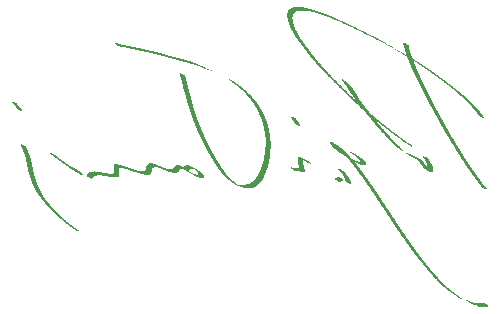
<source format=gbo>
G04*
G04 #@! TF.GenerationSoftware,Altium Limited,Altium Designer,21.1.1 (26)*
G04*
G04 Layer_Color=32896*
%FSLAX25Y25*%
%MOIN*%
G70*
G04*
G04 #@! TF.SameCoordinates,48ED7441-6B8D-405F-B593-7732F9BA20C5*
G04*
G04*
G04 #@! TF.FilePolarity,Positive*
G04*
G01*
G75*
G36*
X362579Y451702D02*
X362666D01*
Y451614D01*
X362841D01*
Y451527D01*
X363104D01*
Y451440D01*
X363628D01*
Y451352D01*
X364240D01*
Y451265D01*
X364590D01*
Y451177D01*
X364852D01*
Y451090D01*
X365114D01*
Y451002D01*
X365464D01*
Y450915D01*
X365901D01*
Y450828D01*
X366076D01*
Y450740D01*
X366338D01*
Y450653D01*
X366600D01*
Y450565D01*
X366950D01*
Y450478D01*
X367212D01*
Y450390D01*
X367387D01*
Y450303D01*
X367649D01*
Y450216D01*
X367912D01*
Y450128D01*
X368261D01*
Y450041D01*
X368523D01*
Y449953D01*
X368698D01*
Y449866D01*
X368873D01*
Y449779D01*
X369135D01*
Y449691D01*
X369485D01*
Y449604D01*
X369660D01*
Y449516D01*
X369835D01*
Y449429D01*
X370009D01*
Y449341D01*
X370359D01*
Y449254D01*
X370621D01*
Y449167D01*
X370796D01*
Y449079D01*
X370971D01*
Y448992D01*
X371233D01*
Y448904D01*
X371496D01*
Y448817D01*
X371758D01*
Y448730D01*
X371845D01*
Y448642D01*
X372020D01*
Y448555D01*
X372282D01*
Y448467D01*
X372632D01*
Y448380D01*
X372807D01*
Y448292D01*
X372894D01*
Y448205D01*
X373069D01*
Y448118D01*
X373331D01*
Y448030D01*
X373594D01*
Y447943D01*
X373768D01*
Y447855D01*
X373856D01*
Y447768D01*
X374031D01*
Y447681D01*
X374293D01*
Y447593D01*
X374643D01*
Y447506D01*
X374730D01*
Y447418D01*
X374817D01*
Y447331D01*
X374905D01*
Y447243D01*
X375342D01*
Y447156D01*
X375517D01*
Y447069D01*
X375692D01*
Y446981D01*
X375779D01*
Y446894D01*
X375866D01*
Y446806D01*
X376304D01*
Y446719D01*
X376478D01*
Y446631D01*
X376566D01*
Y446544D01*
X376653D01*
Y446457D01*
X376915D01*
Y446369D01*
X377265D01*
Y446282D01*
X377440D01*
Y446194D01*
X377527D01*
Y446107D01*
X377615D01*
Y446020D01*
X377877D01*
Y445932D01*
X378139D01*
Y445845D01*
X378314D01*
Y445757D01*
X378401D01*
Y445670D01*
X378489D01*
Y445582D01*
X378751D01*
Y445495D01*
X379101D01*
Y445408D01*
X379188D01*
Y445320D01*
X379276D01*
Y445233D01*
X379363D01*
Y445145D01*
X379625D01*
Y445058D01*
X379975D01*
Y444971D01*
X380062D01*
Y444883D01*
X380150D01*
Y444796D01*
X380237D01*
Y444708D01*
X380587D01*
Y444621D01*
X380849D01*
Y444533D01*
X380937D01*
Y444446D01*
X381024D01*
Y444359D01*
X381199D01*
Y444271D01*
X381549D01*
Y444184D01*
X381723D01*
Y444096D01*
X381811D01*
Y444009D01*
X381898D01*
Y443922D01*
X381986D01*
Y443834D01*
X382423D01*
Y443747D01*
X382597D01*
Y443659D01*
X382685D01*
Y443572D01*
X382772D01*
Y443484D01*
X382947D01*
Y443397D01*
X383297D01*
Y443310D01*
X383472D01*
Y443222D01*
X383559D01*
Y443135D01*
X383646D01*
Y443047D01*
X383909D01*
Y442960D01*
X384171D01*
Y442873D01*
X384258D01*
Y442785D01*
X384346D01*
Y442698D01*
X384433D01*
Y442610D01*
X384783D01*
Y442523D01*
X385045D01*
Y442436D01*
X385133D01*
Y442348D01*
X385220D01*
Y442261D01*
X385308D01*
Y442173D01*
X385745D01*
Y442086D01*
X385919D01*
Y441998D01*
X386007D01*
Y441911D01*
X386094D01*
Y441824D01*
X386182D01*
Y441736D01*
X386619D01*
Y441649D01*
X386706D01*
Y441561D01*
X386794D01*
Y441474D01*
X386881D01*
Y441387D01*
X387056D01*
Y441299D01*
X387405D01*
Y441212D01*
X387580D01*
Y441124D01*
X387668D01*
Y441037D01*
Y440949D01*
X387930D01*
Y440862D01*
X388192D01*
Y440775D01*
X388280D01*
Y440687D01*
X388367D01*
Y440600D01*
Y440512D01*
X388280D01*
Y440425D01*
X387930D01*
Y440512D01*
X387668D01*
Y440600D01*
Y440687D01*
X387580D01*
Y440775D01*
X387405D01*
Y440862D01*
X387056D01*
Y440949D01*
X386881D01*
Y441037D01*
X386794D01*
Y441124D01*
Y441212D01*
X386531D01*
Y441299D01*
X386182D01*
Y441387D01*
X386007D01*
Y441474D01*
X385919D01*
Y441561D01*
Y441649D01*
X385657D01*
Y441736D01*
X385308D01*
Y441824D01*
X385220D01*
Y441911D01*
X385133D01*
Y441998D01*
X385045D01*
Y442086D01*
X384696D01*
Y442173D01*
X384433D01*
Y442261D01*
X384346D01*
Y442348D01*
Y442436D01*
X384171D01*
Y442523D01*
X383734D01*
Y442610D01*
X383559D01*
Y442698D01*
X383472D01*
Y442785D01*
X383384D01*
Y442873D01*
X383209D01*
Y442960D01*
X382860D01*
Y443047D01*
X382772D01*
Y443135D01*
X382685D01*
Y443222D01*
X382597D01*
Y443310D01*
X382335D01*
Y443397D01*
X381986D01*
Y443484D01*
X381898D01*
Y443572D01*
X381811D01*
Y443659D01*
X381723D01*
Y443747D01*
X381374D01*
Y443834D01*
X381111D01*
Y443922D01*
X381024D01*
Y444009D01*
X380937D01*
Y444096D01*
X380849D01*
Y444184D01*
X380500D01*
Y444271D01*
X380237D01*
Y444359D01*
X380150D01*
Y444446D01*
X380062D01*
Y444533D01*
X379975D01*
Y444621D01*
X379538D01*
Y444708D01*
X379363D01*
Y444796D01*
X379276D01*
Y444883D01*
X379188D01*
Y444971D01*
X379013D01*
Y445058D01*
X378576D01*
Y445145D01*
X378401D01*
Y445233D01*
X378314D01*
Y445320D01*
X378227D01*
Y445408D01*
X377964D01*
Y445495D01*
X377615D01*
Y445582D01*
X377527D01*
Y445670D01*
X377352D01*
Y445757D01*
X377265D01*
Y445845D01*
X377003D01*
Y445932D01*
X376741D01*
Y446020D01*
X376566D01*
Y446107D01*
X376478D01*
Y446194D01*
X376391D01*
Y446282D01*
X375954D01*
Y446369D01*
X375779D01*
Y446457D01*
X375692D01*
Y446544D01*
X375604D01*
Y446631D01*
X375342D01*
Y446719D01*
X374992D01*
Y446806D01*
X374817D01*
Y446894D01*
X374730D01*
Y446981D01*
X374643D01*
Y447069D01*
X374380D01*
Y447156D01*
X374031D01*
Y447243D01*
X373856D01*
Y447331D01*
X373681D01*
Y447418D01*
X373594D01*
Y447506D01*
X373244D01*
Y447593D01*
X372982D01*
Y447681D01*
X372807D01*
Y447768D01*
X372632D01*
Y447855D01*
X372545D01*
Y447943D01*
X372108D01*
Y448030D01*
X371845D01*
Y448118D01*
X371670D01*
Y448205D01*
X371583D01*
Y448292D01*
X371321D01*
Y448380D01*
X370971D01*
Y448467D01*
X370709D01*
Y448555D01*
X370534D01*
Y448642D01*
X370359D01*
Y448730D01*
X370097D01*
Y448817D01*
X369747D01*
Y448904D01*
X369572D01*
Y448992D01*
X369397D01*
Y449079D01*
X369135D01*
Y449167D01*
X368873D01*
Y449254D01*
X368523D01*
Y449341D01*
X368261D01*
Y449429D01*
X368086D01*
Y449516D01*
X367912D01*
Y449604D01*
X367562D01*
Y449691D01*
X367125D01*
Y449779D01*
X366950D01*
Y449866D01*
X366688D01*
Y449953D01*
X366425D01*
Y450041D01*
X365988D01*
Y450128D01*
X365551D01*
Y450216D01*
X365201D01*
Y450303D01*
X364852D01*
Y450390D01*
X364415D01*
Y450478D01*
X363803D01*
Y450565D01*
X361005D01*
Y450478D01*
X360568D01*
Y450390D01*
X360394D01*
Y450303D01*
X360306D01*
Y450216D01*
X360044D01*
Y450128D01*
X359869D01*
Y450041D01*
X359694D01*
Y449953D01*
X359607D01*
Y449866D01*
X359519D01*
Y449779D01*
Y449691D01*
X359432D01*
Y449604D01*
X359345D01*
Y449516D01*
X359257D01*
Y449429D01*
X359170D01*
Y449341D01*
Y449254D01*
X359082D01*
Y449167D01*
Y449079D01*
Y448992D01*
Y448904D01*
Y448817D01*
X358995D01*
Y448730D01*
Y448642D01*
Y448555D01*
Y448467D01*
Y448380D01*
X358908D01*
Y448292D01*
Y448205D01*
Y448118D01*
Y448030D01*
Y447943D01*
X358995D01*
Y447855D01*
Y447768D01*
Y447681D01*
Y447593D01*
Y447506D01*
Y447418D01*
Y447331D01*
Y447243D01*
X359082D01*
Y447156D01*
Y447069D01*
Y446981D01*
Y446894D01*
Y446806D01*
Y446719D01*
Y446631D01*
X359170D01*
Y446544D01*
Y446457D01*
Y446369D01*
Y446282D01*
X359257D01*
Y446194D01*
Y446107D01*
X359345D01*
Y446020D01*
Y445932D01*
X359432D01*
Y445845D01*
Y445757D01*
Y445670D01*
X359519D01*
Y445582D01*
Y445495D01*
Y445408D01*
Y445320D01*
X359607D01*
Y445233D01*
Y445145D01*
Y445058D01*
X359694D01*
Y444971D01*
X359782D01*
Y444883D01*
Y444796D01*
X359869D01*
Y444708D01*
Y444621D01*
X359957D01*
Y444533D01*
Y444446D01*
Y444359D01*
Y444271D01*
X360044D01*
Y444184D01*
Y444096D01*
X360131D01*
Y444009D01*
X360219D01*
Y443922D01*
Y443834D01*
X360306D01*
Y443747D01*
Y443659D01*
X360394D01*
Y443572D01*
Y443484D01*
Y443397D01*
X360481D01*
Y443310D01*
Y443222D01*
X360568D01*
Y443135D01*
X360656D01*
Y443047D01*
X360743D01*
Y442960D01*
Y442873D01*
Y442785D01*
X360831D01*
Y442698D01*
Y442610D01*
Y442523D01*
X360918D01*
Y442436D01*
X361005D01*
Y442348D01*
X361093D01*
Y442261D01*
Y442173D01*
X361180D01*
Y442086D01*
Y441998D01*
X361268D01*
Y441911D01*
Y441824D01*
X361355D01*
Y441736D01*
Y441649D01*
X361443D01*
Y441561D01*
X361530D01*
Y441474D01*
Y441387D01*
X361617D01*
Y441299D01*
Y441212D01*
X361705D01*
Y441124D01*
Y441037D01*
X361792D01*
Y440949D01*
X361880D01*
Y440862D01*
X361967D01*
Y440775D01*
X362054D01*
Y440687D01*
Y440600D01*
X362142D01*
Y440512D01*
X362229D01*
Y440425D01*
X362317D01*
Y440338D01*
X362404D01*
Y440250D01*
Y440163D01*
X362492D01*
Y440075D01*
Y439988D01*
X362579D01*
Y439900D01*
X362666D01*
Y439813D01*
X362754D01*
Y439726D01*
X362841D01*
Y439638D01*
Y439551D01*
X362929D01*
Y439463D01*
Y439376D01*
X363016D01*
Y439289D01*
X363104D01*
Y439201D01*
X363191D01*
Y439114D01*
X363278D01*
Y439026D01*
Y438939D01*
X363366D01*
Y438851D01*
X363453D01*
Y438764D01*
X363541D01*
Y438677D01*
X363628D01*
Y438589D01*
Y438502D01*
X363715D01*
Y438414D01*
Y438327D01*
X363803D01*
Y438239D01*
X363890D01*
Y438152D01*
X363978D01*
Y438065D01*
X364065D01*
Y437977D01*
Y437890D01*
X364153D01*
Y437802D01*
Y437715D01*
X364240D01*
Y437628D01*
X364327D01*
Y437540D01*
X364415D01*
Y437453D01*
X364502D01*
Y437365D01*
Y437278D01*
X364590D01*
Y437190D01*
X364677D01*
Y437103D01*
X364764D01*
Y437016D01*
X364852D01*
Y436928D01*
Y436841D01*
X364939D01*
Y436753D01*
Y436666D01*
X365027D01*
Y436579D01*
X365114D01*
Y436491D01*
X365201D01*
Y436404D01*
X365289D01*
Y436316D01*
Y436229D01*
X365376D01*
Y436141D01*
X365464D01*
Y436054D01*
Y435967D01*
X365551D01*
Y435879D01*
X365639D01*
Y435792D01*
X365726D01*
Y435704D01*
X365813D01*
Y435617D01*
Y435530D01*
X365901D01*
Y435442D01*
X365988D01*
Y435355D01*
X366076D01*
Y435267D01*
X366163D01*
Y435180D01*
Y435092D01*
X366250D01*
Y435005D01*
X366338D01*
Y434918D01*
X366425D01*
Y434830D01*
X366513D01*
Y434743D01*
Y434655D01*
X366600D01*
Y434568D01*
X366688D01*
Y434481D01*
Y434393D01*
X366775D01*
Y434306D01*
X366862D01*
Y434218D01*
X366950D01*
Y434131D01*
X367037D01*
Y434044D01*
X367125D01*
Y433956D01*
Y433869D01*
X367212D01*
Y433781D01*
X367300D01*
Y433694D01*
X367387D01*
Y433606D01*
X367474D01*
Y433519D01*
X367562D01*
Y433431D01*
Y433344D01*
X367649D01*
Y433257D01*
X367824D01*
Y433169D01*
Y433082D01*
X367912D01*
Y432995D01*
X367999D01*
Y432907D01*
X368086D01*
Y432820D01*
X368174D01*
Y432732D01*
X368261D01*
Y432645D01*
X368349D01*
Y432557D01*
Y432470D01*
X368436D01*
Y432382D01*
X368523D01*
Y432295D01*
X368611D01*
Y432208D01*
X368698D01*
Y432120D01*
X368786D01*
Y432033D01*
X368873D01*
Y431945D01*
X368960D01*
Y431858D01*
X369048D01*
Y431771D01*
Y431683D01*
X369135D01*
Y431596D01*
X369223D01*
Y431508D01*
X369310D01*
Y431421D01*
X369397D01*
Y431333D01*
X369485D01*
Y431246D01*
X369572D01*
Y431159D01*
Y431071D01*
X369660D01*
Y430984D01*
X369747D01*
Y430897D01*
X369835D01*
Y430809D01*
X369922D01*
Y430722D01*
X370009D01*
Y430634D01*
X370097D01*
Y430547D01*
X370184D01*
Y430459D01*
X370272D01*
Y430372D01*
X370359D01*
Y430285D01*
X370446D01*
Y430197D01*
X370534D01*
Y430110D01*
X370621D01*
Y430022D01*
X370709D01*
Y429935D01*
X370796D01*
Y429847D01*
X370884D01*
Y429760D01*
Y429673D01*
X370971D01*
Y429585D01*
X371059D01*
Y429498D01*
X371146D01*
Y429410D01*
X371233D01*
Y429323D01*
X371321D01*
Y429236D01*
X371408D01*
Y429148D01*
X371496D01*
Y429061D01*
X371583D01*
Y428973D01*
X371670D01*
Y428886D01*
X371758D01*
Y428798D01*
X371845D01*
Y428711D01*
X371933D01*
Y428624D01*
X372020D01*
Y428536D01*
X372108D01*
Y428449D01*
X372195D01*
Y428361D01*
X372282D01*
Y428274D01*
X372370D01*
Y428187D01*
X372457D01*
Y428099D01*
X372545D01*
Y428012D01*
X372632D01*
Y427924D01*
X372719D01*
Y427837D01*
X372807D01*
Y427749D01*
X372894D01*
Y427662D01*
X372982D01*
Y427575D01*
X373069D01*
Y427487D01*
X373156D01*
Y427400D01*
X373244D01*
Y427312D01*
X373331D01*
Y427225D01*
X373419D01*
Y427138D01*
X373506D01*
Y427050D01*
X373594D01*
Y426963D01*
X373681D01*
Y426875D01*
X373768D01*
Y426788D01*
X373856D01*
Y426700D01*
X373943D01*
Y426613D01*
X374031D01*
Y426526D01*
X374118D01*
Y426438D01*
X374205D01*
Y426351D01*
X374293D01*
Y426263D01*
X374380D01*
Y426176D01*
X374468D01*
Y426088D01*
X374555D01*
Y426001D01*
X374643D01*
Y425914D01*
X374730D01*
Y425826D01*
X374817D01*
Y425739D01*
X374905D01*
Y425651D01*
X374992D01*
Y425564D01*
X375080D01*
Y425477D01*
X375167D01*
Y425389D01*
X375255D01*
Y425302D01*
X375342D01*
Y425214D01*
X375429D01*
Y425127D01*
X375517D01*
Y425039D01*
X375604D01*
Y424952D01*
X375692D01*
Y424865D01*
X375779D01*
Y424777D01*
X375866D01*
Y424690D01*
X375954D01*
Y424602D01*
X376041D01*
Y424515D01*
X376129D01*
Y424428D01*
X376216D01*
Y424340D01*
X376304D01*
Y424253D01*
X376391D01*
Y424165D01*
X376478D01*
Y424078D01*
X376566D01*
Y423990D01*
X376653D01*
Y423903D01*
X376741D01*
Y423816D01*
X376828D01*
Y423728D01*
X376915D01*
Y423641D01*
X377003D01*
Y423553D01*
X377090D01*
Y423466D01*
X377178D01*
Y423379D01*
X377265D01*
Y423291D01*
X377352D01*
Y423204D01*
X377440D01*
Y423116D01*
X377527D01*
Y423029D01*
X377615D01*
Y422941D01*
X377702D01*
Y422854D01*
X377790D01*
Y422767D01*
X377877D01*
Y422679D01*
X377964D01*
Y422592D01*
X378139D01*
Y422504D01*
X378227D01*
Y422417D01*
Y422330D01*
X378314D01*
Y422242D01*
X378401D01*
Y422155D01*
X378576D01*
Y422067D01*
X378664D01*
Y421980D01*
X378751D01*
Y421892D01*
Y421805D01*
X378839D01*
Y421718D01*
X378926D01*
Y421630D01*
X379101D01*
Y421543D01*
X379188D01*
Y421455D01*
X379276D01*
Y421368D01*
Y421281D01*
X379450D01*
Y421193D01*
X379538D01*
Y421106D01*
X379625D01*
Y421018D01*
X379713D01*
Y420931D01*
X379800D01*
Y420844D01*
X379975D01*
Y420931D01*
Y421018D01*
Y421106D01*
X379888D01*
Y421193D01*
X379800D01*
Y421281D01*
X379713D01*
Y421368D01*
Y421455D01*
X379625D01*
Y421543D01*
Y421630D01*
X379538D01*
Y421718D01*
X379450D01*
Y421805D01*
X379363D01*
Y421892D01*
X379276D01*
Y421980D01*
Y422067D01*
X379188D01*
Y422155D01*
Y422242D01*
X379101D01*
Y422330D01*
X379013D01*
Y422417D01*
X378926D01*
Y422504D01*
X378839D01*
Y422592D01*
Y422679D01*
X378751D01*
Y422767D01*
X378664D01*
Y422854D01*
Y422941D01*
X378576D01*
Y423029D01*
X378489D01*
Y423116D01*
X378401D01*
Y423204D01*
Y423291D01*
X378314D01*
Y423379D01*
Y423466D01*
X378227D01*
Y423553D01*
X378139D01*
Y423641D01*
X378052D01*
Y423728D01*
X377964D01*
Y423816D01*
Y423903D01*
X377877D01*
Y423990D01*
Y424078D01*
X377790D01*
Y424165D01*
X377702D01*
Y424253D01*
X377615D01*
Y424340D01*
X377527D01*
Y424428D01*
Y424515D01*
X377440D01*
Y424602D01*
Y424690D01*
X377352D01*
Y424777D01*
X377265D01*
Y424865D01*
X377178D01*
Y424952D01*
Y425039D01*
X377090D01*
Y425127D01*
Y425214D01*
X377003D01*
Y425302D01*
X376915D01*
Y425389D01*
X376828D01*
Y425477D01*
X376741D01*
Y425564D01*
Y425651D01*
X376653D01*
Y425739D01*
Y425826D01*
X376566D01*
Y425914D01*
X376478D01*
Y426001D01*
X376391D01*
Y426088D01*
Y426176D01*
X376304D01*
Y426263D01*
Y426351D01*
X376216D01*
Y426438D01*
X376129D01*
Y426526D01*
Y426613D01*
X376041D01*
Y426700D01*
X375954D01*
Y426788D01*
Y426875D01*
X375866D01*
Y426963D01*
X375779D01*
Y427050D01*
Y427138D01*
X375692D01*
Y427225D01*
X375604D01*
Y427312D01*
X375517D01*
Y427400D01*
Y427487D01*
X375429D01*
Y427575D01*
Y427662D01*
Y427749D01*
X375517D01*
Y427837D01*
X375692D01*
Y427749D01*
X375866D01*
Y427662D01*
Y427575D01*
X375954D01*
Y427487D01*
X376129D01*
Y427400D01*
X376216D01*
Y427312D01*
X376304D01*
Y427225D01*
X376391D01*
Y427138D01*
X376478D01*
Y427050D01*
X376653D01*
Y426963D01*
X376828D01*
Y426875D01*
X376915D01*
Y426788D01*
X377003D01*
Y426700D01*
X377178D01*
Y426613D01*
X377265D01*
Y426526D01*
X377352D01*
Y426438D01*
X377440D01*
Y426351D01*
X377527D01*
Y426263D01*
X377615D01*
Y426176D01*
X377790D01*
Y426088D01*
X377877D01*
Y426001D01*
X377964D01*
Y425914D01*
X378052D01*
Y425826D01*
X378139D01*
Y425739D01*
X378227D01*
Y425651D01*
X378314D01*
Y425564D01*
X378401D01*
Y425477D01*
Y425389D01*
X378489D01*
Y425302D01*
X378576D01*
Y425214D01*
X378664D01*
Y425127D01*
X378751D01*
Y425039D01*
X378839D01*
Y424952D01*
Y424865D01*
Y424777D01*
X378926D01*
Y424690D01*
X379013D01*
Y424602D01*
X379101D01*
Y424515D01*
X379188D01*
Y424428D01*
Y424340D01*
X379276D01*
Y424253D01*
Y424165D01*
X379363D01*
Y424078D01*
Y423990D01*
X379450D01*
Y423903D01*
X379538D01*
Y423816D01*
X379625D01*
Y423728D01*
Y423641D01*
X379713D01*
Y423553D01*
Y423466D01*
X379800D01*
Y423379D01*
Y423291D01*
X379888D01*
Y423204D01*
X379975D01*
Y423116D01*
X380062D01*
Y423029D01*
Y422941D01*
X380150D01*
Y422854D01*
Y422767D01*
X380237D01*
Y422679D01*
X380325D01*
Y422592D01*
Y422504D01*
X380412D01*
Y422417D01*
X380500D01*
Y422330D01*
Y422242D01*
Y422155D01*
X380587D01*
Y422067D01*
X380674D01*
Y421980D01*
X380762D01*
Y421892D01*
X380849D01*
Y421805D01*
Y421718D01*
X380937D01*
Y421630D01*
Y421543D01*
Y421455D01*
X381024D01*
Y421368D01*
X381111D01*
Y421281D01*
X381199D01*
Y421193D01*
Y421106D01*
X381286D01*
Y421018D01*
Y420931D01*
X381374D01*
Y420844D01*
Y420756D01*
X381461D01*
Y420669D01*
X381549D01*
Y420581D01*
X381636D01*
Y420494D01*
Y420406D01*
X381723D01*
Y420319D01*
Y420232D01*
X381811D01*
Y420144D01*
Y420057D01*
X381898D01*
Y419969D01*
X381986D01*
Y419882D01*
X382073D01*
Y419795D01*
X382160D01*
Y419707D01*
Y419620D01*
X382248D01*
Y419532D01*
X382335D01*
Y419445D01*
X382423D01*
Y419357D01*
X382510D01*
Y419270D01*
X382597D01*
Y419182D01*
Y419095D01*
X382685D01*
Y419008D01*
X382772D01*
Y418920D01*
X382860D01*
Y418833D01*
Y418746D01*
X382947D01*
Y418658D01*
X383035D01*
Y418571D01*
Y418483D01*
X383122D01*
Y418396D01*
X383209D01*
Y418308D01*
X383297D01*
Y418221D01*
X383384D01*
Y418134D01*
Y418046D01*
X383472D01*
Y417959D01*
X383559D01*
Y417871D01*
X383646D01*
Y417784D01*
X383734D01*
Y417697D01*
X383821D01*
Y417609D01*
Y417522D01*
X383909D01*
Y417434D01*
Y417347D01*
X384084D01*
Y417259D01*
X384171D01*
Y417172D01*
Y417085D01*
X384258D01*
Y416997D01*
X384346D01*
Y416910D01*
Y416822D01*
X384433D01*
Y416735D01*
X384521D01*
Y416647D01*
X384608D01*
Y416560D01*
X384696D01*
Y416473D01*
X384783D01*
Y416385D01*
X384870D01*
Y416298D01*
X384958D01*
Y416210D01*
X385133D01*
Y416123D01*
X385220D01*
Y416036D01*
X385308D01*
Y415948D01*
X385395D01*
Y415861D01*
X385482D01*
Y415773D01*
X385570D01*
Y415686D01*
X385745D01*
Y415598D01*
X385832D01*
Y415511D01*
X385919D01*
Y415424D01*
X386007D01*
Y415336D01*
X386094D01*
Y415249D01*
X386269D01*
Y415161D01*
X386356D01*
Y415074D01*
X386444D01*
Y414987D01*
X386531D01*
Y414899D01*
X386706D01*
Y414812D01*
X386794D01*
Y414724D01*
X386881D01*
Y414637D01*
X386968D01*
Y414549D01*
X387056D01*
Y414462D01*
X387231D01*
Y414375D01*
X387318D01*
Y414287D01*
X387405D01*
Y414200D01*
X387493D01*
Y414112D01*
X387668D01*
Y414025D01*
X387755D01*
Y413938D01*
X387842D01*
Y413850D01*
X387930D01*
Y413763D01*
X388017D01*
Y413675D01*
X388105D01*
Y413588D01*
X388280D01*
Y413500D01*
X388367D01*
Y413413D01*
X388455D01*
Y413326D01*
X388542D01*
Y413238D01*
X388629D01*
Y413151D01*
X388804D01*
Y413063D01*
X388892D01*
Y412976D01*
X388979D01*
Y412888D01*
X389066D01*
Y412801D01*
X389241D01*
Y412714D01*
X389329D01*
Y412626D01*
X389416D01*
Y412539D01*
X389504D01*
Y412451D01*
X389678D01*
Y412364D01*
X389766D01*
Y412277D01*
X389853D01*
Y412189D01*
X389941D01*
Y412102D01*
X390028D01*
Y412014D01*
X390203D01*
Y411927D01*
X390378D01*
Y411839D01*
X390465D01*
Y411752D01*
X390552D01*
Y411665D01*
X390640D01*
Y411577D01*
X390727D01*
Y411490D01*
X390902D01*
Y411402D01*
X390990D01*
Y411315D01*
X391077D01*
Y411228D01*
X391164D01*
Y411140D01*
X391339D01*
Y411053D01*
X391427D01*
Y410965D01*
X391514D01*
Y410878D01*
X391601D01*
Y410790D01*
X391776D01*
Y410703D01*
X391864D01*
Y410616D01*
X392039D01*
Y410528D01*
X392126D01*
Y410441D01*
X392213D01*
Y410353D01*
X392301D01*
Y410266D01*
X392476D01*
Y410179D01*
X392563D01*
Y410091D01*
X392651D01*
Y410004D01*
X392738D01*
Y409916D01*
X392913D01*
Y409829D01*
X393000D01*
Y409741D01*
X393088D01*
Y409654D01*
X393175D01*
Y409567D01*
X393350D01*
Y409479D01*
X393437D01*
Y409392D01*
X393612D01*
Y409304D01*
X393700D01*
Y409217D01*
X393787D01*
Y409130D01*
X393874D01*
Y409042D01*
X394049D01*
Y408955D01*
X394224D01*
Y408867D01*
X394311D01*
Y408780D01*
X394399D01*
Y408693D01*
X394486D01*
Y408605D01*
X394661D01*
Y408518D01*
X394748D01*
Y408430D01*
X394836D01*
Y408343D01*
X394923D01*
Y408255D01*
X395098D01*
Y408168D01*
X395273D01*
Y408081D01*
X395360D01*
Y407993D01*
X395448D01*
Y407906D01*
X395623D01*
Y407818D01*
X395710D01*
Y407731D01*
X395885D01*
Y407644D01*
X395972D01*
Y407556D01*
X396060D01*
Y407469D01*
X396147D01*
Y407381D01*
X396322D01*
Y407294D01*
X396497D01*
Y407206D01*
X396584D01*
Y407119D01*
X396672D01*
Y407032D01*
X396759D01*
Y406944D01*
X396934D01*
Y406857D01*
X397109D01*
Y406769D01*
X397196D01*
Y406682D01*
X397284D01*
Y406595D01*
X397458D01*
Y406507D01*
X397633D01*
Y406420D01*
X397721D01*
Y406332D01*
X397808D01*
Y406245D01*
X397896D01*
Y406157D01*
X398070D01*
Y406070D01*
X398245D01*
Y405983D01*
X398333D01*
Y405895D01*
X398420D01*
Y405808D01*
Y405720D01*
X398507D01*
Y405633D01*
X398770D01*
Y405546D01*
X398944D01*
Y405458D01*
Y405371D01*
X398857D01*
Y405283D01*
X398507D01*
Y405371D01*
X398420D01*
Y405458D01*
X398333D01*
Y405546D01*
X398158D01*
Y405633D01*
X397808D01*
Y405720D01*
X397721D01*
Y405808D01*
X397633D01*
Y405895D01*
X397546D01*
Y405983D01*
X397371D01*
Y406070D01*
X397196D01*
Y406157D01*
X397109D01*
Y406245D01*
X397021D01*
Y406332D01*
X396934D01*
Y406420D01*
X396759D01*
Y406507D01*
X396584D01*
Y406595D01*
X396497D01*
Y406682D01*
X396409D01*
Y406769D01*
X396322D01*
Y406857D01*
X396147D01*
Y406944D01*
X395972D01*
Y407032D01*
X395885D01*
Y407119D01*
X395797D01*
Y407206D01*
X395710D01*
Y407294D01*
X395448D01*
Y407381D01*
X395360D01*
Y407469D01*
X395273D01*
Y407556D01*
X395186D01*
Y407644D01*
X395011D01*
Y407731D01*
X394836D01*
Y407818D01*
X394748D01*
Y407906D01*
X394661D01*
Y407993D01*
X394574D01*
Y408081D01*
X394399D01*
Y408168D01*
X394224D01*
Y408255D01*
X394137D01*
Y408343D01*
X394049D01*
Y408430D01*
X393962D01*
Y408518D01*
X393787D01*
Y408605D01*
X393700D01*
Y408693D01*
X393612D01*
Y408780D01*
X393525D01*
Y408867D01*
X393350D01*
Y408955D01*
X393262D01*
Y409042D01*
X393088D01*
Y409130D01*
X393000D01*
Y409217D01*
X392913D01*
Y409304D01*
X392825D01*
Y409392D01*
X392651D01*
Y409479D01*
X392476D01*
Y409567D01*
X392388D01*
Y409654D01*
X392301D01*
Y409741D01*
X392126D01*
Y409829D01*
X392039D01*
Y409916D01*
X391951D01*
Y410004D01*
X391864D01*
Y410091D01*
X391776D01*
Y410179D01*
X391601D01*
Y410266D01*
X391427D01*
Y410353D01*
X391339D01*
Y410441D01*
X391252D01*
Y410528D01*
X391164D01*
Y410616D01*
X390990D01*
Y410703D01*
X390902D01*
Y410790D01*
X390815D01*
Y410878D01*
X390727D01*
Y410965D01*
X390640D01*
Y411053D01*
X390465D01*
Y411140D01*
X390378D01*
Y411228D01*
X390290D01*
Y411315D01*
X390115D01*
Y411402D01*
X390028D01*
Y411490D01*
X389941D01*
Y411577D01*
X389766D01*
Y411665D01*
X389678D01*
Y411752D01*
X389591D01*
Y411839D01*
X389504D01*
Y411927D01*
X389329D01*
Y412014D01*
X389241D01*
Y412102D01*
X389154D01*
Y412189D01*
X389066D01*
Y412277D01*
X388892D01*
Y412364D01*
X388804D01*
Y412451D01*
X388717D01*
Y412539D01*
X388629D01*
Y412626D01*
X388542D01*
Y412714D01*
X388367D01*
Y412801D01*
X388280D01*
Y412888D01*
X388192D01*
Y412976D01*
X388105D01*
Y413063D01*
X388017D01*
Y413151D01*
X387842D01*
Y413238D01*
X387755D01*
Y413326D01*
X387668D01*
Y413413D01*
X387580D01*
Y413500D01*
X387405D01*
Y413588D01*
X387143D01*
Y413675D01*
Y413763D01*
X387056D01*
Y413850D01*
X386881D01*
Y413763D01*
Y413675D01*
X387056D01*
Y413588D01*
X387143D01*
Y413500D01*
Y413413D01*
Y413326D01*
X387231D01*
Y413238D01*
X387318D01*
Y413151D01*
X387405D01*
Y413063D01*
X387493D01*
Y412976D01*
X387580D01*
Y412888D01*
Y412801D01*
X387668D01*
Y412714D01*
X387755D01*
Y412626D01*
X387842D01*
Y412539D01*
X387930D01*
Y412451D01*
Y412364D01*
X388017D01*
Y412277D01*
X388105D01*
Y412189D01*
X388192D01*
Y412102D01*
X388280D01*
Y412014D01*
X388367D01*
Y411927D01*
X388455D01*
Y411839D01*
Y411752D01*
X388542D01*
Y411665D01*
X388629D01*
Y411577D01*
X388717D01*
Y411490D01*
X388804D01*
Y411402D01*
X388892D01*
Y411315D01*
X388979D01*
Y411228D01*
X389066D01*
Y411140D01*
X389154D01*
Y411053D01*
X389241D01*
Y410965D01*
X389329D01*
Y410878D01*
Y410790D01*
X389416D01*
Y410703D01*
X389504D01*
Y410616D01*
X389591D01*
Y410528D01*
X389678D01*
Y410441D01*
X389766D01*
Y410353D01*
X389853D01*
Y410266D01*
X389941D01*
Y410179D01*
X390028D01*
Y410091D01*
X390115D01*
Y410004D01*
Y409916D01*
X390203D01*
Y409829D01*
X390290D01*
Y409741D01*
X390378D01*
Y409654D01*
X390465D01*
Y409567D01*
X390552D01*
Y409479D01*
X390640D01*
Y409392D01*
X390727D01*
Y409304D01*
X390815D01*
Y409217D01*
X390902D01*
Y409130D01*
Y409042D01*
X390990D01*
Y408955D01*
X391077D01*
Y408867D01*
X391164D01*
Y408780D01*
X391252D01*
Y408693D01*
X391339D01*
Y408605D01*
Y408518D01*
X391427D01*
Y408430D01*
X391514D01*
Y408343D01*
X391601D01*
Y408255D01*
X391689D01*
Y408168D01*
X391776D01*
Y408081D01*
X391864D01*
Y407993D01*
X391951D01*
Y407906D01*
X392039D01*
Y407818D01*
X392126D01*
Y407731D01*
X392213D01*
Y407644D01*
X392301D01*
Y407556D01*
X392388D01*
Y407469D01*
X392476D01*
Y407381D01*
X392563D01*
Y407294D01*
X392651D01*
Y407206D01*
X392738D01*
Y407119D01*
X392825D01*
Y407032D01*
X392913D01*
Y406944D01*
X393000D01*
Y406857D01*
X393088D01*
Y406769D01*
X393175D01*
Y406682D01*
X393262D01*
Y406595D01*
X393350D01*
Y406507D01*
X393437D01*
Y406420D01*
X393525D01*
Y406332D01*
X393612D01*
Y406245D01*
X393700D01*
Y406157D01*
X393787D01*
Y406070D01*
X393874D01*
Y405983D01*
X393962D01*
Y405895D01*
X394049D01*
Y405808D01*
X394137D01*
Y405720D01*
X394224D01*
Y405633D01*
X394311D01*
Y405546D01*
X394399D01*
Y405458D01*
X394486D01*
Y405371D01*
X394661D01*
Y405283D01*
X394748D01*
Y405196D01*
Y405108D01*
X394836D01*
Y405021D01*
X394923D01*
Y404934D01*
X395098D01*
Y404846D01*
X395186D01*
Y404759D01*
Y404671D01*
X395273D01*
Y404584D01*
X395360D01*
Y404496D01*
X395448D01*
Y404409D01*
X395535D01*
Y404322D01*
X395623D01*
Y404234D01*
Y404147D01*
X395710D01*
Y404059D01*
Y403972D01*
X395885D01*
Y403885D01*
X395972D01*
Y403797D01*
Y403710D01*
Y403622D01*
X395710D01*
Y403710D01*
X395623D01*
Y403797D01*
X395535D01*
Y403885D01*
X395360D01*
Y403972D01*
X395186D01*
Y404059D01*
X395098D01*
Y404147D01*
X395011D01*
Y404234D01*
X394836D01*
Y404322D01*
X394748D01*
Y404409D01*
X394661D01*
Y404496D01*
X394486D01*
Y404584D01*
X394399D01*
Y404671D01*
X394311D01*
Y404759D01*
X394224D01*
Y404846D01*
X394049D01*
Y404934D01*
X393962D01*
Y405021D01*
X393874D01*
Y405108D01*
X393787D01*
Y405196D01*
X393700D01*
Y405283D01*
X393612D01*
Y405371D01*
X393525D01*
Y405458D01*
X393437D01*
Y405546D01*
X393262D01*
Y405633D01*
X393175D01*
Y405720D01*
X393088D01*
Y405808D01*
X393000D01*
Y405895D01*
X392913D01*
Y405983D01*
X392825D01*
Y406070D01*
X392738D01*
Y406157D01*
X392651D01*
Y406245D01*
X392563D01*
Y406332D01*
X392476D01*
Y406420D01*
X392388D01*
Y406507D01*
X392301D01*
Y406595D01*
X392213D01*
Y406682D01*
X392126D01*
Y406769D01*
X392039D01*
Y406857D01*
X391951D01*
Y406944D01*
X391864D01*
Y407032D01*
X391776D01*
Y407119D01*
X391689D01*
Y407206D01*
X391601D01*
Y407294D01*
X391514D01*
Y407381D01*
X391427D01*
Y407469D01*
X391339D01*
Y407556D01*
X391252D01*
Y407644D01*
X391164D01*
Y407731D01*
X391077D01*
Y407818D01*
X390990D01*
Y407906D01*
X390902D01*
Y407993D01*
X390815D01*
Y408081D01*
X390727D01*
Y408168D01*
X390640D01*
Y408255D01*
X390552D01*
Y408343D01*
X390465D01*
Y408430D01*
X390378D01*
Y408518D01*
X390290D01*
Y408605D01*
X390203D01*
Y408693D01*
X390115D01*
Y408780D01*
X390028D01*
Y408867D01*
X389941D01*
Y408955D01*
X389853D01*
Y409042D01*
X389766D01*
Y409130D01*
Y409217D01*
X389678D01*
Y409304D01*
X389591D01*
Y409392D01*
X389504D01*
Y409479D01*
X389416D01*
Y409567D01*
X389329D01*
Y409654D01*
X389241D01*
Y409741D01*
X389154D01*
Y409829D01*
X389066D01*
Y409916D01*
X388979D01*
Y410004D01*
X388892D01*
Y410091D01*
Y410179D01*
X388804D01*
Y410266D01*
X388629D01*
Y410353D01*
X388542D01*
Y410441D01*
Y410528D01*
X388455D01*
Y410616D01*
X388367D01*
Y410703D01*
X388280D01*
Y410790D01*
X388192D01*
Y410878D01*
X388105D01*
Y410965D01*
X388017D01*
Y411053D01*
Y411140D01*
X387930D01*
Y411228D01*
X387755D01*
Y411315D01*
Y411402D01*
X387668D01*
Y411490D01*
X387580D01*
Y411577D01*
X387493D01*
Y411665D01*
X387405D01*
Y411752D01*
X387318D01*
Y411839D01*
Y411927D01*
X387231D01*
Y412014D01*
X387143D01*
Y412102D01*
X387056D01*
Y412189D01*
X386968D01*
Y412277D01*
X386881D01*
Y412364D01*
X386794D01*
Y412451D01*
Y412539D01*
X386706D01*
Y412626D01*
X386619D01*
Y412714D01*
X386531D01*
Y412801D01*
X386444D01*
Y412888D01*
X386356D01*
Y412976D01*
Y413063D01*
X386269D01*
Y413151D01*
X386182D01*
Y413238D01*
X386094D01*
Y413326D01*
X386007D01*
Y413413D01*
X385919D01*
Y413500D01*
X385832D01*
Y413588D01*
X385745D01*
Y413675D01*
X385657D01*
Y413763D01*
Y413850D01*
X385570D01*
Y413938D01*
X385482D01*
Y414025D01*
X385395D01*
Y414112D01*
X385308D01*
Y414200D01*
X385220D01*
Y414287D01*
Y414375D01*
X385133D01*
Y414462D01*
X385045D01*
Y414549D01*
Y414637D01*
X384958D01*
Y414724D01*
X384870D01*
Y414812D01*
X384783D01*
Y414899D01*
X384696D01*
Y414987D01*
X384608D01*
Y415074D01*
Y415161D01*
X384521D01*
Y415249D01*
X384433D01*
Y415336D01*
X384346D01*
Y415424D01*
X384258D01*
Y415511D01*
Y415598D01*
X384171D01*
Y415686D01*
X384084D01*
Y415773D01*
X383996D01*
Y415861D01*
X383909D01*
Y415948D01*
X383821D01*
Y416036D01*
Y416123D01*
X383734D01*
Y416210D01*
X383646D01*
Y416298D01*
X383559D01*
Y416385D01*
X383472D01*
Y416473D01*
Y416560D01*
X383384D01*
Y416647D01*
X383297D01*
Y416735D01*
X383209D01*
Y416822D01*
X383122D01*
Y416910D01*
X383035D01*
Y416997D01*
Y417085D01*
X382947D01*
Y417172D01*
X382860D01*
Y417259D01*
X382772D01*
Y417347D01*
X382597D01*
Y417434D01*
X382510D01*
Y417522D01*
X382423D01*
Y417609D01*
X382335D01*
Y417697D01*
X382160D01*
Y417784D01*
X381986D01*
Y417871D01*
X381811D01*
Y417959D01*
Y418046D01*
X381723D01*
Y418134D01*
Y418221D01*
X381636D01*
Y418308D01*
X381549D01*
Y418396D01*
X381461D01*
Y418483D01*
X381374D01*
Y418571D01*
Y418658D01*
X381286D01*
Y418746D01*
X381199D01*
Y418833D01*
X381111D01*
Y418920D01*
X381024D01*
Y419008D01*
X380937D01*
Y419095D01*
X380849D01*
Y419182D01*
X380762D01*
Y419270D01*
X380674D01*
Y419357D01*
X380587D01*
Y419445D01*
X380500D01*
Y419532D01*
X380325D01*
Y419620D01*
X380237D01*
Y419707D01*
X380150D01*
Y419795D01*
X380062D01*
Y419882D01*
X379975D01*
Y419969D01*
X379888D01*
Y420057D01*
X379800D01*
Y420144D01*
X379713D01*
Y420232D01*
X379625D01*
Y420319D01*
X379450D01*
Y420406D01*
X379363D01*
Y420494D01*
X379276D01*
Y420581D01*
X379188D01*
Y420669D01*
X379101D01*
Y420756D01*
X379013D01*
Y420844D01*
X378926D01*
Y420931D01*
X378839D01*
Y421018D01*
X378751D01*
Y421106D01*
X378664D01*
Y421193D01*
X378576D01*
Y421281D01*
X378489D01*
Y421368D01*
X378401D01*
Y421455D01*
X378314D01*
Y421543D01*
X378227D01*
Y421630D01*
X378139D01*
Y421718D01*
X378052D01*
Y421805D01*
X377964D01*
Y421892D01*
X377877D01*
Y421980D01*
X377790D01*
Y422067D01*
X377615D01*
Y422155D01*
X377527D01*
Y422242D01*
Y422330D01*
X377352D01*
Y422417D01*
X377265D01*
Y422504D01*
X377178D01*
Y422592D01*
X377090D01*
Y422679D01*
X377003D01*
Y422767D01*
X376915D01*
Y422854D01*
X376828D01*
Y422941D01*
X376741D01*
Y423029D01*
X376653D01*
Y423116D01*
X376566D01*
Y423204D01*
X376478D01*
Y423291D01*
X376391D01*
Y423379D01*
X376304D01*
Y423466D01*
X376216D01*
Y423553D01*
X376129D01*
Y423641D01*
X376041D01*
Y423728D01*
X375954D01*
Y423816D01*
X375866D01*
Y423903D01*
X375779D01*
Y423990D01*
X375692D01*
Y424078D01*
X375604D01*
Y424165D01*
X375517D01*
Y424253D01*
X375429D01*
Y424340D01*
X375342D01*
Y424428D01*
X375255D01*
Y424515D01*
X375080D01*
Y424602D01*
X374992D01*
Y424690D01*
X374905D01*
Y424777D01*
X374817D01*
Y424865D01*
X374730D01*
Y424952D01*
X374643D01*
Y425039D01*
X374555D01*
Y425127D01*
X374468D01*
Y425214D01*
X374380D01*
Y425302D01*
X374293D01*
Y425389D01*
X374205D01*
Y425477D01*
X374118D01*
Y425564D01*
X374031D01*
Y425651D01*
X373943D01*
Y425739D01*
X373856D01*
Y425826D01*
X373768D01*
Y425914D01*
X373681D01*
Y426001D01*
X373594D01*
Y426088D01*
X373506D01*
Y426176D01*
X373419D01*
Y426263D01*
X373331D01*
Y426351D01*
X373244D01*
Y426438D01*
X373156D01*
Y426526D01*
X373069D01*
Y426613D01*
X372982D01*
Y426700D01*
X372894D01*
Y426788D01*
X372807D01*
Y426875D01*
X372719D01*
Y426963D01*
X372632D01*
Y427050D01*
X372545D01*
Y427138D01*
X372457D01*
Y427225D01*
X372370D01*
Y427312D01*
X372282D01*
Y427400D01*
X372195D01*
Y427487D01*
X372108D01*
Y427575D01*
X372020D01*
Y427662D01*
Y427749D01*
X371933D01*
Y427837D01*
X371758D01*
Y427924D01*
X371670D01*
Y428012D01*
X371583D01*
Y428099D01*
Y428187D01*
X371408D01*
Y428274D01*
X371321D01*
Y428361D01*
X371233D01*
Y428449D01*
X371146D01*
Y428536D01*
Y428624D01*
X370971D01*
Y428711D01*
X370884D01*
Y428798D01*
X370796D01*
Y428886D01*
Y428973D01*
X370709D01*
Y429061D01*
X370621D01*
Y429148D01*
X370534D01*
Y429236D01*
X370446D01*
Y429323D01*
X370359D01*
Y429410D01*
X370272D01*
Y429498D01*
X370184D01*
Y429585D01*
X370097D01*
Y429673D01*
X370009D01*
Y429760D01*
X369922D01*
Y429847D01*
X369835D01*
Y429935D01*
X369747D01*
Y430022D01*
X369660D01*
Y430110D01*
X369572D01*
Y430197D01*
X369485D01*
Y430285D01*
X369397D01*
Y430372D01*
X369310D01*
Y430459D01*
X369223D01*
Y430547D01*
X369135D01*
Y430634D01*
X369048D01*
Y430722D01*
X368960D01*
Y430809D01*
X368873D01*
Y430897D01*
X368786D01*
Y430984D01*
Y431071D01*
X368698D01*
Y431159D01*
X368611D01*
Y431246D01*
X368436D01*
Y431333D01*
X368349D01*
Y431421D01*
Y431508D01*
X368261D01*
Y431596D01*
X368174D01*
Y431683D01*
X368086D01*
Y431771D01*
X367999D01*
Y431858D01*
X367912D01*
Y431945D01*
X367824D01*
Y432033D01*
X367737D01*
Y432120D01*
X367649D01*
Y432208D01*
X367562D01*
Y432295D01*
X367474D01*
Y432382D01*
Y432470D01*
X367387D01*
Y432557D01*
X367300D01*
Y432645D01*
X367212D01*
Y432732D01*
X367125D01*
Y432820D01*
X367037D01*
Y432907D01*
X366950D01*
Y432995D01*
X366862D01*
Y433082D01*
X366775D01*
Y433169D01*
Y433257D01*
X366688D01*
Y433344D01*
X366600D01*
Y433431D01*
X366513D01*
Y433519D01*
X366425D01*
Y433606D01*
X366338D01*
Y433694D01*
X366250D01*
Y433781D01*
Y433869D01*
X366163D01*
Y433956D01*
X366076D01*
Y434044D01*
X365988D01*
Y434131D01*
X365901D01*
Y434218D01*
X365813D01*
Y434306D01*
Y434393D01*
X365726D01*
Y434481D01*
X365639D01*
Y434568D01*
X365551D01*
Y434655D01*
X365464D01*
Y434743D01*
X365376D01*
Y434830D01*
Y434918D01*
X365289D01*
Y435005D01*
X365201D01*
Y435092D01*
X365114D01*
Y435180D01*
X365027D01*
Y435267D01*
X364939D01*
Y435355D01*
Y435442D01*
X364852D01*
Y435530D01*
X364764D01*
Y435617D01*
X364677D01*
Y435704D01*
X364590D01*
Y435792D01*
Y435879D01*
X364502D01*
Y435967D01*
X364415D01*
Y436054D01*
X364327D01*
Y436141D01*
X364240D01*
Y436229D01*
X364153D01*
Y436316D01*
Y436404D01*
X364065D01*
Y436491D01*
Y436579D01*
X363978D01*
Y436666D01*
X363890D01*
Y436753D01*
X363803D01*
Y436841D01*
X363715D01*
Y436928D01*
Y437016D01*
X363628D01*
Y437103D01*
X363541D01*
Y437190D01*
X363453D01*
Y437278D01*
X363366D01*
Y437365D01*
Y437453D01*
X363278D01*
Y437540D01*
X363191D01*
Y437628D01*
X363104D01*
Y437715D01*
X363016D01*
Y437802D01*
Y437890D01*
X362929D01*
Y437977D01*
X362841D01*
Y438065D01*
Y438152D01*
X362754D01*
Y438239D01*
X362666D01*
Y438327D01*
X362579D01*
Y438414D01*
X362492D01*
Y438502D01*
Y438589D01*
X362404D01*
Y438677D01*
Y438764D01*
X362317D01*
Y438851D01*
X362142D01*
Y438939D01*
Y439026D01*
X362054D01*
Y439114D01*
Y439201D01*
X361967D01*
Y439289D01*
X361880D01*
Y439376D01*
X361792D01*
Y439463D01*
X361705D01*
Y439551D01*
Y439638D01*
X361617D01*
Y439726D01*
Y439813D01*
X361530D01*
Y439900D01*
X361443D01*
Y439988D01*
X361355D01*
Y440075D01*
X361268D01*
Y440163D01*
Y440250D01*
X361180D01*
Y440338D01*
X361093D01*
Y440425D01*
Y440512D01*
X361005D01*
Y440600D01*
X360918D01*
Y440687D01*
X360831D01*
Y440775D01*
X360743D01*
Y440862D01*
Y440949D01*
X360656D01*
Y441037D01*
X360568D01*
Y441124D01*
X360481D01*
Y441212D01*
Y441299D01*
X360394D01*
Y441387D01*
X360306D01*
Y441474D01*
Y441561D01*
X360219D01*
Y441649D01*
X360131D01*
Y441736D01*
X360044D01*
Y441824D01*
X359957D01*
Y441911D01*
Y441998D01*
Y442086D01*
X359869D01*
Y442173D01*
Y442261D01*
X359782D01*
Y442348D01*
X359694D01*
Y442436D01*
X359607D01*
Y442523D01*
Y442610D01*
X359519D01*
Y442698D01*
Y442785D01*
Y442873D01*
X359432D01*
Y442960D01*
Y443047D01*
X359345D01*
Y443135D01*
X359257D01*
Y443222D01*
X359170D01*
Y443310D01*
Y443397D01*
X359082D01*
Y443484D01*
Y443572D01*
Y443659D01*
X358995D01*
Y443747D01*
Y443834D01*
X358908D01*
Y443922D01*
X358820D01*
Y444009D01*
X358733D01*
Y444096D01*
Y444184D01*
Y444271D01*
X358645D01*
Y444359D01*
Y444446D01*
Y444533D01*
X358558D01*
Y444621D01*
X358470D01*
Y444708D01*
Y444796D01*
X358383D01*
Y444883D01*
X358296D01*
Y444971D01*
Y445058D01*
Y445145D01*
X358208D01*
Y445233D01*
Y445320D01*
Y445408D01*
X358121D01*
Y445495D01*
Y445582D01*
X358033D01*
Y445670D01*
X357946D01*
Y445757D01*
Y445845D01*
X357858D01*
Y445932D01*
Y446020D01*
Y446107D01*
Y446194D01*
Y446282D01*
X357771D01*
Y446369D01*
Y446457D01*
Y446544D01*
X357684D01*
Y446631D01*
Y446719D01*
X357596D01*
Y446806D01*
Y446894D01*
X357509D01*
Y446981D01*
Y447069D01*
Y447156D01*
X357421D01*
Y447243D01*
Y447331D01*
Y447418D01*
Y447506D01*
Y447593D01*
X357334D01*
Y447681D01*
Y447768D01*
Y447855D01*
Y447943D01*
Y448030D01*
X357247D01*
Y448118D01*
Y448205D01*
Y448292D01*
Y448380D01*
X357159D01*
Y448467D01*
Y448555D01*
Y448642D01*
Y448730D01*
Y448817D01*
Y448904D01*
Y448992D01*
Y449079D01*
Y449167D01*
Y449254D01*
Y449341D01*
Y449429D01*
Y449516D01*
Y449604D01*
X357247D01*
Y449691D01*
Y449779D01*
Y449866D01*
X357334D01*
Y449953D01*
Y450041D01*
Y450128D01*
X357421D01*
Y450216D01*
Y450303D01*
Y450390D01*
X357509D01*
Y450478D01*
Y450565D01*
X357596D01*
Y450653D01*
X357684D01*
Y450740D01*
X357771D01*
Y450828D01*
X357858D01*
Y450915D01*
X357946D01*
Y451002D01*
X358033D01*
Y451090D01*
X358121D01*
Y451177D01*
X358208D01*
Y451265D01*
X358383D01*
Y451352D01*
X358645D01*
Y451440D01*
X358908D01*
Y451527D01*
X358995D01*
Y451614D01*
X359082D01*
Y451702D01*
Y451789D01*
X362579D01*
Y451702D01*
D02*
G37*
G36*
X388979Y440338D02*
X389066D01*
Y440250D01*
Y440163D01*
X389154D01*
Y440075D01*
X389504D01*
Y439988D01*
X389766D01*
Y439900D01*
Y439813D01*
X389853D01*
Y439726D01*
Y439638D01*
X389416D01*
Y439726D01*
X389241D01*
Y439813D01*
Y439900D01*
X389154D01*
Y439988D01*
Y440075D01*
X388629D01*
Y440163D01*
X388455D01*
Y440250D01*
Y440338D01*
Y440425D01*
X388979D01*
Y440338D01*
D02*
G37*
G36*
X390290Y439551D02*
X390465D01*
Y439463D01*
X390552D01*
Y439376D01*
X390640D01*
Y439289D01*
Y439201D01*
X391164D01*
Y439114D01*
X391252D01*
Y439026D01*
X391339D01*
Y438939D01*
Y438851D01*
X390727D01*
Y438939D01*
Y439026D01*
X390640D01*
Y439114D01*
Y439201D01*
X390203D01*
Y439289D01*
X390028D01*
Y439376D01*
X389941D01*
Y439463D01*
Y439551D01*
Y439638D01*
X390290D01*
Y439551D01*
D02*
G37*
G36*
X391864Y438677D02*
X392039D01*
Y438589D01*
Y438502D01*
Y438414D01*
X391514D01*
Y438502D01*
Y438589D01*
X391427D01*
Y438677D01*
Y438764D01*
X391864D01*
Y438677D01*
D02*
G37*
G36*
X392651Y438239D02*
X392738D01*
Y438152D01*
X392825D01*
Y438065D01*
Y437977D01*
X392388D01*
Y438065D01*
X392301D01*
Y438152D01*
X392213D01*
Y438239D01*
Y438327D01*
X392651D01*
Y438239D01*
D02*
G37*
G36*
X393175Y437890D02*
X393437D01*
Y437802D01*
X393525D01*
Y437715D01*
X393612D01*
Y437628D01*
Y437540D01*
X393175D01*
Y437628D01*
X393000D01*
Y437715D01*
Y437802D01*
X392913D01*
Y437890D01*
X393088D01*
Y437977D01*
X393175D01*
Y437890D01*
D02*
G37*
G36*
X394049Y437453D02*
X394224D01*
Y437365D01*
X394311D01*
Y437278D01*
Y437190D01*
X394399D01*
Y437103D01*
X394836D01*
Y437016D01*
X394923D01*
Y436928D01*
X395011D01*
Y436841D01*
Y436753D01*
X394923D01*
Y436666D01*
X394661D01*
Y436753D01*
X394486D01*
Y436841D01*
X394399D01*
Y436928D01*
X394311D01*
Y437016D01*
X394224D01*
Y437103D01*
X393874D01*
Y437190D01*
X393787D01*
Y437278D01*
X393700D01*
Y437365D01*
X393612D01*
Y437453D01*
X393700D01*
Y437540D01*
X394049D01*
Y437453D01*
D02*
G37*
G36*
X395623Y436579D02*
X395710D01*
Y436491D01*
X395797D01*
Y436404D01*
Y436316D01*
X396147D01*
Y436229D01*
X396322D01*
Y436141D01*
X396409D01*
Y436054D01*
Y435967D01*
Y435879D01*
X395972D01*
Y435967D01*
X395885D01*
Y436054D01*
X395797D01*
Y436141D01*
Y436229D01*
X395448D01*
Y436316D01*
X395186D01*
Y436404D01*
Y436491D01*
X395098D01*
Y436579D01*
Y436666D01*
X395623D01*
Y436579D01*
D02*
G37*
G36*
X300688Y439551D02*
X301037D01*
Y439463D01*
X301387D01*
Y439376D01*
X301737D01*
Y439289D01*
X302174D01*
Y439201D01*
X302786D01*
Y439114D01*
X303135D01*
Y439026D01*
X303485D01*
Y438939D01*
X303835D01*
Y438851D01*
X304272D01*
Y438764D01*
X304709D01*
Y438677D01*
X305059D01*
Y438589D01*
X305408D01*
Y438502D01*
X305845D01*
Y438414D01*
X306370D01*
Y438327D01*
X306894D01*
Y438239D01*
X307244D01*
Y438152D01*
X307506D01*
Y438065D01*
X307856D01*
Y437977D01*
X308380D01*
Y437890D01*
X308818D01*
Y437802D01*
X309167D01*
Y437715D01*
X309429D01*
Y437628D01*
X309779D01*
Y437540D01*
X310391D01*
Y437453D01*
X310828D01*
Y437365D01*
X311090D01*
Y437278D01*
X311440D01*
Y437190D01*
X311877D01*
Y437103D01*
X312402D01*
Y437016D01*
X312664D01*
Y436928D01*
X313014D01*
Y436841D01*
X313276D01*
Y436753D01*
X313625D01*
Y436666D01*
X314062D01*
Y436579D01*
X314325D01*
Y436491D01*
X314587D01*
Y436404D01*
X314849D01*
Y436316D01*
X315374D01*
Y436229D01*
X315723D01*
Y436141D01*
X315986D01*
Y436054D01*
X316335D01*
Y435967D01*
X316598D01*
Y435879D01*
X317035D01*
Y435792D01*
X317297D01*
Y435704D01*
X317559D01*
Y435617D01*
X317821D01*
Y435530D01*
X318171D01*
Y435442D01*
X318696D01*
Y435355D01*
X318958D01*
Y435267D01*
X319220D01*
Y435180D01*
X319482D01*
Y435092D01*
X319832D01*
Y435005D01*
X320269D01*
Y434918D01*
X320531D01*
Y434830D01*
X320794D01*
Y434743D01*
X321056D01*
Y434655D01*
X321493D01*
Y434568D01*
X321930D01*
Y434481D01*
X322192D01*
Y434393D01*
X322455D01*
Y434306D01*
X322717D01*
Y434218D01*
X323154D01*
Y434131D01*
X323591D01*
Y434044D01*
X323853D01*
Y433956D01*
X324115D01*
Y433869D01*
X324378D01*
Y433781D01*
X324727D01*
Y433694D01*
X324990D01*
Y433606D01*
X325165D01*
Y433519D01*
X325252D01*
Y433431D01*
X325602D01*
Y433344D01*
X325864D01*
Y433257D01*
X326039D01*
Y433169D01*
X326214D01*
Y433082D01*
X326301D01*
Y432995D01*
X326738D01*
Y432907D01*
X327000D01*
Y432820D01*
X327175D01*
Y432732D01*
X327262D01*
Y432645D01*
X327437D01*
Y432557D01*
X327787D01*
Y432470D01*
X328049D01*
Y432382D01*
X328224D01*
Y432295D01*
Y432208D01*
X328399D01*
Y432120D01*
X328836D01*
Y432033D01*
X329098D01*
Y431945D01*
X329186D01*
Y431858D01*
X329273D01*
Y431771D01*
Y431683D01*
X329885D01*
Y431596D01*
X330147D01*
Y431508D01*
X330235D01*
Y431421D01*
Y431333D01*
Y431246D01*
X329535D01*
Y431333D01*
X329448D01*
Y431421D01*
X329361D01*
Y431508D01*
X329273D01*
Y431596D01*
X328836D01*
Y431683D01*
X328399D01*
Y431771D01*
X328311D01*
Y431858D01*
X328224D01*
Y431945D01*
X328049D01*
Y432033D01*
X327525D01*
Y432120D01*
X327262D01*
Y432208D01*
X327088D01*
Y432295D01*
X327000D01*
Y432382D01*
X326738D01*
Y432470D01*
X326301D01*
Y432557D01*
X326126D01*
Y432645D01*
X325951D01*
Y432732D01*
X325689D01*
Y432820D01*
X325339D01*
Y432907D01*
X324902D01*
Y432995D01*
X324553D01*
Y433082D01*
X324290D01*
Y433169D01*
X324028D01*
Y433257D01*
X323766D01*
Y433344D01*
X323329D01*
Y433431D01*
X322979D01*
Y433519D01*
X322804D01*
Y433606D01*
X322542D01*
Y433694D01*
X322105D01*
Y433781D01*
X321755D01*
Y433869D01*
X321493D01*
Y433956D01*
X321231D01*
Y434044D01*
X320969D01*
Y434131D01*
X320444D01*
Y434218D01*
X320094D01*
Y434306D01*
X319832D01*
Y434393D01*
X319570D01*
Y434481D01*
X319220D01*
Y434568D01*
X318783D01*
Y434655D01*
X318521D01*
Y434743D01*
X318259D01*
Y434830D01*
X317996D01*
Y434918D01*
X317647D01*
Y435005D01*
X317210D01*
Y435092D01*
X316947D01*
Y435180D01*
X316685D01*
Y435267D01*
X316423D01*
Y435355D01*
X315986D01*
Y435442D01*
X315549D01*
Y435530D01*
X315286D01*
Y435617D01*
X315024D01*
Y435704D01*
X314674D01*
Y435792D01*
X314325D01*
Y435879D01*
X313888D01*
Y435967D01*
X313625D01*
Y436054D01*
X313363D01*
Y436141D01*
X313014D01*
Y436229D01*
X312489D01*
Y436316D01*
X312052D01*
Y436404D01*
X311702D01*
Y436491D01*
X311353D01*
Y436579D01*
X311003D01*
Y436666D01*
X310478D01*
Y436753D01*
X310129D01*
Y436841D01*
X309779D01*
Y436928D01*
X309429D01*
Y437016D01*
X309080D01*
Y437103D01*
X308468D01*
Y437190D01*
X308031D01*
Y437278D01*
X307681D01*
Y437365D01*
X307331D01*
Y437453D01*
X306982D01*
Y437540D01*
X306370D01*
Y437628D01*
X306020D01*
Y437715D01*
X305670D01*
Y437802D01*
X305408D01*
Y437890D01*
X304884D01*
Y437977D01*
X304447D01*
Y438065D01*
X304097D01*
Y438152D01*
X303747D01*
Y438239D01*
X303398D01*
Y438327D01*
X302873D01*
Y438414D01*
X302349D01*
Y438502D01*
X301999D01*
Y438589D01*
X301649D01*
Y438677D01*
X301300D01*
Y438764D01*
X300775D01*
Y438851D01*
X300600D01*
Y438939D01*
X300513D01*
Y439026D01*
X300338D01*
Y439114D01*
X300251D01*
Y439201D01*
X300076D01*
Y439289D01*
X299988D01*
Y439376D01*
X299901D01*
Y439463D01*
Y439551D01*
Y439638D01*
X300688D01*
Y439551D01*
D02*
G37*
G36*
X331196Y431071D02*
X331284D01*
Y430984D01*
Y430897D01*
X330584D01*
Y430984D01*
X330497D01*
Y431071D01*
Y431159D01*
X331196D01*
Y431071D01*
D02*
G37*
G36*
X332158Y430634D02*
Y430547D01*
X332070D01*
Y430459D01*
X331808D01*
Y430547D01*
X331721D01*
Y430634D01*
Y430722D01*
X332158D01*
Y430634D01*
D02*
G37*
G36*
X336529Y428536D02*
X336616D01*
Y428449D01*
X336354D01*
Y428536D01*
X336441D01*
Y428624D01*
X336529D01*
Y428536D01*
D02*
G37*
G36*
X337228Y428187D02*
X337316D01*
Y428099D01*
X337403D01*
Y428012D01*
X337316D01*
Y427924D01*
X337053D01*
Y428012D01*
X336966D01*
Y428099D01*
Y428187D01*
Y428274D01*
X337228D01*
Y428187D01*
D02*
G37*
G36*
X265896Y420144D02*
X265983D01*
Y420057D01*
X266158D01*
Y419969D01*
X266420D01*
Y419882D01*
X266682D01*
Y419795D01*
X266857D01*
Y419707D01*
X267032D01*
Y419620D01*
X267120D01*
Y419532D01*
X267207D01*
Y419445D01*
X267294D01*
Y419357D01*
Y419270D01*
X267382D01*
Y419182D01*
X267469D01*
Y419095D01*
X267557D01*
Y419008D01*
X267644D01*
Y418920D01*
Y418833D01*
X267731D01*
Y418746D01*
X267819D01*
Y418658D01*
X267906D01*
Y418571D01*
X267994D01*
Y418483D01*
X268081D01*
Y418396D01*
X268168D01*
Y418308D01*
Y418221D01*
X268256D01*
Y418134D01*
X268343D01*
Y418046D01*
X268431D01*
Y417959D01*
X268518D01*
Y417871D01*
Y417784D01*
X268606D01*
Y417697D01*
X268693D01*
Y417609D01*
X268780D01*
Y417522D01*
X268868D01*
Y417434D01*
Y417347D01*
X268955D01*
Y417259D01*
Y417172D01*
Y417085D01*
X268868D01*
Y416997D01*
X268606D01*
Y417085D01*
X268431D01*
Y417172D01*
X268343D01*
Y417259D01*
X268256D01*
Y417347D01*
X267994D01*
Y417434D01*
X267731D01*
Y417522D01*
X267557D01*
Y417609D01*
X267469D01*
Y417697D01*
X267382D01*
Y417784D01*
X267294D01*
Y417871D01*
X267207D01*
Y417959D01*
X267120D01*
Y418046D01*
X267032D01*
Y418134D01*
X266945D01*
Y418221D01*
X266857D01*
Y418308D01*
Y418396D01*
X266770D01*
Y418483D01*
Y418571D01*
X266682D01*
Y418658D01*
X266595D01*
Y418746D01*
X266508D01*
Y418833D01*
X266420D01*
Y418920D01*
Y419008D01*
X266333D01*
Y419095D01*
X266245D01*
Y419182D01*
X266158D01*
Y419270D01*
X266071D01*
Y419357D01*
X265983D01*
Y419445D01*
X265896D01*
Y419532D01*
Y419620D01*
X265808D01*
Y419707D01*
X265721D01*
Y419795D01*
X265633D01*
Y419882D01*
X265546D01*
Y419969D01*
Y420057D01*
X265459D01*
Y420144D01*
X265546D01*
Y420232D01*
X265896D01*
Y420144D01*
D02*
G37*
G36*
X396322Y439813D02*
X396409D01*
Y439726D01*
X396584D01*
Y439638D01*
X396847D01*
Y439551D01*
X397021D01*
Y439463D01*
X397109D01*
Y439376D01*
X397284D01*
Y439289D01*
X397458D01*
Y439201D01*
X397633D01*
Y439114D01*
Y439026D01*
X397721D01*
Y438939D01*
Y438851D01*
Y438764D01*
Y438677D01*
Y438589D01*
Y438502D01*
X397808D01*
Y438414D01*
Y438327D01*
Y438239D01*
Y438152D01*
Y438065D01*
X397896D01*
Y437977D01*
Y437890D01*
Y437802D01*
X397983D01*
Y437715D01*
Y437628D01*
Y437540D01*
X398070D01*
Y437453D01*
Y437365D01*
Y437278D01*
Y437190D01*
X398158D01*
Y437103D01*
Y437016D01*
Y436928D01*
Y436841D01*
Y436753D01*
X398245D01*
Y436666D01*
Y436579D01*
Y436491D01*
X398333D01*
Y436404D01*
Y436316D01*
X398420D01*
Y436229D01*
Y436141D01*
X398507D01*
Y436054D01*
Y435967D01*
Y435879D01*
Y435792D01*
Y435704D01*
X398595D01*
Y435617D01*
Y435530D01*
Y435442D01*
Y435355D01*
X398682D01*
Y435267D01*
Y435180D01*
X398770D01*
Y435092D01*
X398857D01*
Y435005D01*
Y434918D01*
Y434830D01*
X398944D01*
Y434743D01*
Y434655D01*
X399032D01*
Y434568D01*
X399119D01*
Y434481D01*
X399207D01*
Y434393D01*
X399294D01*
Y434306D01*
X399382D01*
Y434218D01*
X399644D01*
Y434131D01*
X399819D01*
Y434044D01*
Y433956D01*
X399906D01*
Y433869D01*
X399993D01*
Y433781D01*
X400343D01*
Y433694D01*
X400431D01*
Y433606D01*
X400518D01*
Y433519D01*
X400605D01*
Y433431D01*
X400780D01*
Y433344D01*
X401043D01*
Y433257D01*
X401130D01*
Y433169D01*
X401217D01*
Y433082D01*
X401305D01*
Y432995D01*
X401480D01*
Y432907D01*
X401742D01*
Y432820D01*
X401829D01*
Y432732D01*
X401917D01*
Y432645D01*
X402004D01*
Y432557D01*
X402179D01*
Y432470D01*
X402354D01*
Y432382D01*
X402441D01*
Y432295D01*
X402529D01*
Y432208D01*
X402704D01*
Y432120D01*
X402878D01*
Y432033D01*
X403053D01*
Y431945D01*
X403140D01*
Y431858D01*
X403228D01*
Y431771D01*
X403315D01*
Y431683D01*
X403578D01*
Y431596D01*
X403665D01*
Y431508D01*
X403753D01*
Y431421D01*
X403840D01*
Y431333D01*
X404015D01*
Y431246D01*
X404190D01*
Y431159D01*
X404364D01*
Y431071D01*
Y430984D01*
X404452D01*
Y430897D01*
X404627D01*
Y430809D01*
X404889D01*
Y430722D01*
X404976D01*
Y430634D01*
X405064D01*
Y430547D01*
X405151D01*
Y430459D01*
X405326D01*
Y430372D01*
X405501D01*
Y430285D01*
X405588D01*
Y430197D01*
X405676D01*
Y430110D01*
X405763D01*
Y430022D01*
X406025D01*
Y429935D01*
X406113D01*
Y429847D01*
X406200D01*
Y429760D01*
X406288D01*
Y429673D01*
X406462D01*
Y429585D01*
X406637D01*
Y429498D01*
X406725D01*
Y429410D01*
X406812D01*
Y429323D01*
X406899D01*
Y429236D01*
X407074D01*
Y429148D01*
X407162D01*
Y429061D01*
X407337D01*
Y428973D01*
X407424D01*
Y428886D01*
X407511D01*
Y428798D01*
X407686D01*
Y428711D01*
X407774D01*
Y428624D01*
X407861D01*
Y428536D01*
X407948D01*
Y428449D01*
X408036D01*
Y428361D01*
X408298D01*
Y428274D01*
X408386D01*
Y428187D01*
X408560D01*
Y428099D01*
Y428012D01*
X408735D01*
Y427924D01*
X408910D01*
Y427837D01*
X408997D01*
Y427749D01*
X409085D01*
Y427662D01*
X409172D01*
Y427575D01*
X409347D01*
Y427487D01*
X409522D01*
Y427400D01*
X409609D01*
Y427312D01*
X409697D01*
Y427225D01*
X409784D01*
Y427138D01*
X409959D01*
Y427050D01*
X410046D01*
Y426963D01*
X410134D01*
Y426875D01*
X410221D01*
Y426788D01*
X410396D01*
Y426700D01*
X410484D01*
Y426613D01*
X410658D01*
Y426526D01*
X410746D01*
Y426438D01*
X410833D01*
Y426351D01*
X410921D01*
Y426263D01*
X411096D01*
Y426176D01*
X411183D01*
Y426088D01*
X411270D01*
Y426001D01*
X411358D01*
Y425914D01*
X411445D01*
Y425826D01*
X411620D01*
Y425739D01*
X411795D01*
Y425651D01*
X411882D01*
Y425564D01*
X411970D01*
Y425477D01*
X412057D01*
Y425389D01*
X412232D01*
Y425302D01*
X412319D01*
Y425214D01*
X412407D01*
Y425127D01*
X412494D01*
Y425039D01*
X412582D01*
Y424952D01*
X412756D01*
Y424865D01*
X412844D01*
Y424777D01*
X412931D01*
Y424690D01*
X413019D01*
Y424602D01*
X413194D01*
Y424515D01*
X413368D01*
Y424428D01*
X413456D01*
Y424340D01*
X413543D01*
Y424253D01*
X413631D01*
Y424165D01*
X413718D01*
Y424078D01*
X413893D01*
Y423990D01*
X413980D01*
Y423903D01*
X414068D01*
Y423816D01*
X414155D01*
Y423728D01*
X414243D01*
Y423641D01*
X414417D01*
Y423553D01*
X414505D01*
Y423466D01*
X414592D01*
Y423379D01*
X414680D01*
Y423291D01*
X414767D01*
Y423204D01*
X414942D01*
Y423116D01*
X415029D01*
Y423029D01*
X415117D01*
Y422941D01*
X415204D01*
Y422854D01*
X415292D01*
Y422767D01*
X415466D01*
Y422679D01*
X415554D01*
Y422592D01*
X415641D01*
Y422504D01*
X415729D01*
Y422417D01*
X415903D01*
Y422330D01*
X415991D01*
Y422242D01*
X416078D01*
Y422155D01*
X416166D01*
Y422067D01*
X416253D01*
Y421980D01*
X416340D01*
Y421892D01*
X416515D01*
Y421805D01*
X416603D01*
Y421718D01*
X416690D01*
Y421630D01*
X416778D01*
Y421543D01*
X416865D01*
Y421455D01*
X416953D01*
Y421368D01*
X417040D01*
Y421281D01*
X417127D01*
Y421193D01*
X417215D01*
Y421106D01*
X417302D01*
Y421018D01*
X417389D01*
Y420931D01*
X417477D01*
Y420844D01*
X417564D01*
Y420756D01*
X417739D01*
Y420669D01*
X417827D01*
Y420581D01*
X417914D01*
Y420494D01*
X418002D01*
Y420406D01*
X418089D01*
Y420319D01*
X418176D01*
Y420232D01*
X418264D01*
Y420144D01*
X418351D01*
Y420057D01*
X418438D01*
Y419969D01*
X418526D01*
Y419882D01*
X418613D01*
Y419795D01*
X418701D01*
Y419707D01*
X418788D01*
Y419620D01*
X418876D01*
Y419532D01*
X418963D01*
Y419445D01*
X419051D01*
Y419357D01*
X419138D01*
Y419270D01*
X419225D01*
Y419182D01*
X419313D01*
Y419095D01*
X419400D01*
Y419008D01*
X419488D01*
Y418920D01*
X419575D01*
Y418833D01*
X419662D01*
Y418746D01*
X419750D01*
Y418658D01*
X419837D01*
Y418571D01*
X419925D01*
Y418483D01*
X420012D01*
Y418396D01*
Y418308D01*
X420099D01*
Y418221D01*
X420274D01*
Y418134D01*
Y418046D01*
X420362D01*
Y417959D01*
X420449D01*
Y417871D01*
X420537D01*
Y417784D01*
X420624D01*
Y417697D01*
X420711D01*
Y417609D01*
X420799D01*
Y417522D01*
Y417434D01*
X420886D01*
Y417347D01*
X421061D01*
Y417259D01*
X421148D01*
Y417172D01*
Y417085D01*
X421236D01*
Y416997D01*
X421323D01*
Y416910D01*
X421411D01*
Y416822D01*
X421498D01*
Y416735D01*
X421586D01*
Y416647D01*
Y416560D01*
X421673D01*
Y416473D01*
X421760D01*
Y416385D01*
X421848D01*
Y416298D01*
X421935D01*
Y416210D01*
Y416123D01*
X422023D01*
Y416036D01*
Y415948D01*
X422110D01*
Y415861D01*
X422197D01*
Y415773D01*
X422285D01*
Y415686D01*
X422372D01*
Y415598D01*
Y415511D01*
X422460D01*
Y415424D01*
X422547D01*
Y415336D01*
X422635D01*
Y415249D01*
X422722D01*
Y415161D01*
Y415074D01*
X422809D01*
Y414987D01*
X422722D01*
Y414899D01*
X422635D01*
Y414812D01*
X422460D01*
Y414899D01*
X422197D01*
Y414987D01*
X422023D01*
Y415074D01*
X421935D01*
Y415161D01*
X421760D01*
Y415249D01*
X421498D01*
Y415336D01*
X421323D01*
Y415424D01*
X421236D01*
Y415511D01*
X421148D01*
Y415598D01*
X421061D01*
Y415686D01*
X420974D01*
Y415773D01*
X420886D01*
Y415861D01*
X420799D01*
Y415948D01*
Y416036D01*
X420711D01*
Y416123D01*
Y416210D01*
X420624D01*
Y416298D01*
X420537D01*
Y416385D01*
X420449D01*
Y416473D01*
Y416560D01*
X420362D01*
Y416647D01*
X420274D01*
Y416735D01*
Y416822D01*
X420187D01*
Y416910D01*
X420099D01*
Y416997D01*
X420012D01*
Y417085D01*
X419925D01*
Y417172D01*
Y417259D01*
X419837D01*
Y417347D01*
X419750D01*
Y417434D01*
X419662D01*
Y417522D01*
X419575D01*
Y417609D01*
X419488D01*
Y417697D01*
Y417784D01*
X419400D01*
Y417871D01*
X419225D01*
Y417959D01*
Y418046D01*
X419138D01*
Y418134D01*
X419051D01*
Y418221D01*
X418963D01*
Y418308D01*
X418876D01*
Y418396D01*
X418788D01*
Y418483D01*
X418701D01*
Y418571D01*
Y418658D01*
X418613D01*
Y418746D01*
X418526D01*
Y418833D01*
X418438D01*
Y418920D01*
X418351D01*
Y419008D01*
Y419095D01*
X418264D01*
Y419182D01*
X418176D01*
Y419270D01*
X418089D01*
Y419357D01*
X418002D01*
Y419445D01*
X417914D01*
Y419532D01*
X417827D01*
Y419620D01*
X417739D01*
Y419707D01*
X417652D01*
Y419795D01*
X417564D01*
Y419882D01*
X417477D01*
Y419969D01*
X417389D01*
Y420057D01*
X417302D01*
Y420144D01*
X417215D01*
Y420232D01*
X417127D01*
Y420319D01*
X417040D01*
Y420406D01*
X416953D01*
Y420494D01*
X416865D01*
Y420581D01*
X416778D01*
Y420669D01*
X416690D01*
Y420756D01*
X416603D01*
Y420844D01*
X416515D01*
Y420931D01*
X416428D01*
Y421018D01*
X416340D01*
Y421106D01*
X416253D01*
Y421193D01*
X416166D01*
Y421281D01*
X416078D01*
Y421368D01*
X415991D01*
Y421455D01*
X415903D01*
Y421543D01*
X415729D01*
Y421630D01*
X415641D01*
Y421718D01*
X415554D01*
Y421805D01*
X415466D01*
Y421892D01*
X415379D01*
Y421980D01*
X415292D01*
Y422067D01*
X415204D01*
Y422155D01*
X415117D01*
Y422242D01*
X414942D01*
Y422330D01*
X414854D01*
Y422417D01*
X414767D01*
Y422504D01*
X414680D01*
Y422592D01*
X414592D01*
Y422679D01*
X414505D01*
Y422767D01*
X414417D01*
Y422854D01*
X414330D01*
Y422941D01*
X414155D01*
Y423029D01*
X414068D01*
Y423116D01*
X413980D01*
Y423204D01*
X413893D01*
Y423291D01*
X413805D01*
Y423379D01*
X413718D01*
Y423466D01*
X413543D01*
Y423553D01*
X413456D01*
Y423641D01*
X413368D01*
Y423728D01*
X413281D01*
Y423816D01*
X413194D01*
Y423903D01*
X413106D01*
Y423990D01*
X412931D01*
Y424078D01*
X412844D01*
Y424165D01*
X412756D01*
Y424253D01*
X412669D01*
Y424340D01*
X412494D01*
Y424428D01*
X412407D01*
Y424515D01*
X412232D01*
Y424602D01*
X412145D01*
Y424690D01*
X412057D01*
Y424777D01*
X411970D01*
Y424865D01*
X411882D01*
Y424952D01*
X411707D01*
Y425039D01*
X411620D01*
Y425127D01*
X411533D01*
Y425214D01*
X411445D01*
Y425302D01*
X411270D01*
Y425389D01*
X411183D01*
Y425477D01*
X411096D01*
Y425564D01*
X411008D01*
Y425651D01*
X410833D01*
Y425739D01*
X410746D01*
Y425826D01*
X410571D01*
Y425914D01*
X410484D01*
Y426001D01*
X410396D01*
Y426088D01*
X410309D01*
Y426176D01*
X410134D01*
Y426263D01*
X410046D01*
Y426351D01*
X409959D01*
Y426438D01*
X409872D01*
Y426526D01*
X409697D01*
Y426613D01*
X409609D01*
Y426700D01*
X409522D01*
Y426788D01*
X409435D01*
Y426875D01*
X409347D01*
Y426963D01*
X409172D01*
Y427050D01*
X408997D01*
Y427138D01*
X408910D01*
Y427225D01*
Y427312D01*
X408735D01*
Y427400D01*
X408560D01*
Y427487D01*
X408473D01*
Y427575D01*
X408386D01*
Y427662D01*
X408298D01*
Y427749D01*
X408211D01*
Y427837D01*
X408036D01*
Y427924D01*
X407861D01*
Y428012D01*
X407774D01*
Y428099D01*
X407686D01*
Y428187D01*
X407599D01*
Y428274D01*
X407424D01*
Y428361D01*
X407249D01*
Y428449D01*
X407162D01*
Y428536D01*
X407074D01*
Y428624D01*
X406987D01*
Y428711D01*
X406812D01*
Y428798D01*
X406725D01*
Y428886D01*
X406637D01*
Y428973D01*
X406462D01*
Y429061D01*
X406375D01*
Y429148D01*
X406200D01*
Y429236D01*
X406113D01*
Y429323D01*
X406025D01*
Y429410D01*
X405938D01*
Y429498D01*
X405763D01*
Y429585D01*
X405588D01*
Y429673D01*
X405501D01*
Y429760D01*
X405413D01*
Y429847D01*
X405326D01*
Y429935D01*
X405064D01*
Y430022D01*
X404976D01*
Y430110D01*
X404889D01*
Y430197D01*
X404802D01*
Y430285D01*
X404714D01*
Y430372D01*
X404452D01*
Y430459D01*
X404364D01*
Y430547D01*
X404277D01*
Y430634D01*
X404190D01*
Y430722D01*
X404102D01*
Y430809D01*
X403840D01*
Y430897D01*
X403753D01*
Y430984D01*
X403665D01*
Y431071D01*
X403578D01*
Y431159D01*
X403403D01*
Y431246D01*
X403228D01*
Y431333D01*
X403140D01*
Y431421D01*
X403053D01*
Y431508D01*
X402966D01*
Y431596D01*
X402704D01*
Y431683D01*
X402529D01*
Y431771D01*
X402441D01*
Y431858D01*
X402354D01*
Y431945D01*
X402266D01*
Y432033D01*
X402004D01*
Y432120D01*
X401917D01*
Y432208D01*
X401829D01*
Y432295D01*
X401742D01*
Y432382D01*
X401654D01*
Y432470D01*
X401392D01*
Y432557D01*
X401217D01*
Y432645D01*
X401130D01*
Y432732D01*
Y432820D01*
X400955D01*
Y432907D01*
X400693D01*
Y432995D01*
X400605D01*
Y433082D01*
X400518D01*
Y433169D01*
Y433257D01*
X400343D01*
Y433344D01*
X399993D01*
Y433431D01*
X399906D01*
Y433519D01*
Y433606D01*
X399819D01*
Y433694D01*
X399382D01*
Y433606D01*
Y433519D01*
Y433431D01*
Y433344D01*
Y433257D01*
X399469D01*
Y433169D01*
Y433082D01*
X399556D01*
Y432995D01*
Y432907D01*
X399644D01*
Y432820D01*
X399731D01*
Y432732D01*
Y432645D01*
Y432557D01*
X399819D01*
Y432470D01*
Y432382D01*
Y432295D01*
Y432208D01*
X399906D01*
Y432120D01*
Y432033D01*
X399993D01*
Y431945D01*
Y431858D01*
X400081D01*
Y431771D01*
X400168D01*
Y431683D01*
Y431596D01*
Y431508D01*
Y431421D01*
X400256D01*
Y431333D01*
Y431246D01*
Y431159D01*
X400343D01*
Y431071D01*
Y430984D01*
X400431D01*
Y430897D01*
Y430809D01*
X400518D01*
Y430722D01*
Y430634D01*
X400605D01*
Y430547D01*
Y430459D01*
Y430372D01*
X400693D01*
Y430285D01*
Y430197D01*
Y430110D01*
X400780D01*
Y430022D01*
Y429935D01*
X400868D01*
Y429847D01*
X400955D01*
Y429760D01*
Y429673D01*
X401043D01*
Y429585D01*
Y429498D01*
Y429410D01*
X401130D01*
Y429323D01*
Y429236D01*
Y429148D01*
X401217D01*
Y429061D01*
X401305D01*
Y428973D01*
X401392D01*
Y428886D01*
Y428798D01*
Y428711D01*
X401480D01*
Y428624D01*
Y428536D01*
Y428449D01*
X401567D01*
Y428361D01*
Y428274D01*
X401654D01*
Y428187D01*
Y428099D01*
X401742D01*
Y428012D01*
X401829D01*
Y427924D01*
Y427837D01*
X401917D01*
Y427749D01*
Y427662D01*
Y427575D01*
Y427487D01*
X402004D01*
Y427400D01*
Y427312D01*
X402092D01*
Y427225D01*
X402179D01*
Y427138D01*
Y427050D01*
X402266D01*
Y426963D01*
Y426875D01*
X402354D01*
Y426788D01*
Y426700D01*
Y426613D01*
X402441D01*
Y426526D01*
Y426438D01*
X402529D01*
Y426351D01*
X402616D01*
Y426263D01*
Y426176D01*
X402704D01*
Y426088D01*
Y426001D01*
Y425914D01*
X402791D01*
Y425826D01*
Y425739D01*
Y425651D01*
X402878D01*
Y425564D01*
X402966D01*
Y425477D01*
X403053D01*
Y425389D01*
Y425302D01*
X403140D01*
Y425214D01*
Y425127D01*
Y425039D01*
X403228D01*
Y424952D01*
Y424865D01*
Y424777D01*
X403315D01*
Y424690D01*
X403403D01*
Y424602D01*
X403490D01*
Y424515D01*
Y424428D01*
X403578D01*
Y424340D01*
Y424253D01*
Y424165D01*
Y424078D01*
X403665D01*
Y423990D01*
Y423903D01*
X403753D01*
Y423816D01*
X403840D01*
Y423728D01*
X403927D01*
Y423641D01*
Y423553D01*
Y423466D01*
X404015D01*
Y423379D01*
Y423291D01*
Y423204D01*
X404102D01*
Y423116D01*
X404190D01*
Y423029D01*
Y422941D01*
X404277D01*
Y422854D01*
X404364D01*
Y422767D01*
Y422679D01*
Y422592D01*
X404452D01*
Y422504D01*
Y422417D01*
Y422330D01*
X404539D01*
Y422242D01*
X404627D01*
Y422155D01*
X404714D01*
Y422067D01*
Y421980D01*
X404802D01*
Y421892D01*
Y421805D01*
Y421718D01*
X404889D01*
Y421630D01*
Y421543D01*
Y421455D01*
X404976D01*
Y421368D01*
X405064D01*
Y421281D01*
X405151D01*
Y421193D01*
Y421106D01*
X405239D01*
Y421018D01*
Y420931D01*
Y420844D01*
X405326D01*
Y420756D01*
Y420669D01*
X405413D01*
Y420581D01*
Y420494D01*
X405501D01*
Y420406D01*
X405588D01*
Y420319D01*
Y420232D01*
X405676D01*
Y420144D01*
Y420057D01*
Y419969D01*
X405763D01*
Y419882D01*
Y419795D01*
X405851D01*
Y419707D01*
X405938D01*
Y419620D01*
Y419532D01*
X406025D01*
Y419445D01*
Y419357D01*
X406113D01*
Y419270D01*
Y419182D01*
Y419095D01*
X406200D01*
Y419008D01*
Y418920D01*
X406288D01*
Y418833D01*
X406375D01*
Y418746D01*
X406462D01*
Y418658D01*
Y418571D01*
Y418483D01*
X406550D01*
Y418396D01*
Y418308D01*
Y418221D01*
X406637D01*
Y418134D01*
X406725D01*
Y418046D01*
X406812D01*
Y417959D01*
Y417871D01*
X406899D01*
Y417784D01*
Y417697D01*
Y417609D01*
X406987D01*
Y417522D01*
Y417434D01*
X407074D01*
Y417347D01*
X407162D01*
Y417259D01*
Y417172D01*
X407249D01*
Y417085D01*
X407337D01*
Y416997D01*
Y416910D01*
Y416822D01*
X407424D01*
Y416735D01*
Y416647D01*
Y416560D01*
X407511D01*
Y416473D01*
X407599D01*
Y416385D01*
X407686D01*
Y416298D01*
Y416210D01*
X407774D01*
Y416123D01*
Y416036D01*
Y415948D01*
X407861D01*
Y415861D01*
Y415773D01*
X407948D01*
Y415686D01*
X408036D01*
Y415598D01*
X408123D01*
Y415511D01*
Y415424D01*
X408211D01*
Y415336D01*
Y415249D01*
X408298D01*
Y415161D01*
Y415074D01*
X408386D01*
Y414987D01*
X408473D01*
Y414899D01*
Y414812D01*
X408560D01*
Y414724D01*
Y414637D01*
X408648D01*
Y414549D01*
Y414462D01*
X408735D01*
Y414375D01*
Y414287D01*
X408823D01*
Y414200D01*
X408910D01*
Y414112D01*
X408997D01*
Y414025D01*
Y413938D01*
Y413850D01*
X409085D01*
Y413763D01*
Y413675D01*
X409172D01*
Y413588D01*
Y413500D01*
X409260D01*
Y413413D01*
X409347D01*
Y413326D01*
X409435D01*
Y413238D01*
Y413151D01*
Y413063D01*
X409522D01*
Y412976D01*
Y412888D01*
X409609D01*
Y412801D01*
X409697D01*
Y412714D01*
X409784D01*
Y412626D01*
Y412539D01*
X409872D01*
Y412451D01*
Y412364D01*
Y412277D01*
X409959D01*
Y412189D01*
Y412102D01*
X410046D01*
Y412014D01*
X410134D01*
Y411927D01*
X410221D01*
Y411839D01*
Y411752D01*
X410309D01*
Y411665D01*
Y411577D01*
Y411490D01*
X410396D01*
Y411402D01*
X410484D01*
Y411315D01*
Y411228D01*
X410571D01*
Y411140D01*
X410658D01*
Y411053D01*
Y410965D01*
X410746D01*
Y410878D01*
Y410790D01*
Y410703D01*
X410833D01*
Y410616D01*
X410921D01*
Y410528D01*
X411008D01*
Y410441D01*
Y410353D01*
X411096D01*
Y410266D01*
Y410179D01*
X411183D01*
Y410091D01*
Y410004D01*
Y409916D01*
X411270D01*
Y409829D01*
X411358D01*
Y409741D01*
X411445D01*
Y409654D01*
Y409567D01*
X411533D01*
Y409479D01*
Y409392D01*
X411620D01*
Y409304D01*
Y409217D01*
X411707D01*
Y409130D01*
Y409042D01*
X411795D01*
Y408955D01*
X411882D01*
Y408867D01*
Y408780D01*
X411970D01*
Y408693D01*
Y408605D01*
X412057D01*
Y408518D01*
Y408430D01*
X412145D01*
Y408343D01*
X412232D01*
Y408255D01*
X412319D01*
Y408168D01*
Y408081D01*
X412407D01*
Y407993D01*
Y407906D01*
Y407818D01*
X412494D01*
Y407731D01*
X412582D01*
Y407644D01*
X412669D01*
Y407556D01*
X412756D01*
Y407469D01*
Y407381D01*
X412844D01*
Y407294D01*
Y407206D01*
Y407119D01*
X412931D01*
Y407032D01*
X413019D01*
Y406944D01*
X413106D01*
Y406857D01*
Y406769D01*
X413194D01*
Y406682D01*
Y406595D01*
X413281D01*
Y406507D01*
Y406420D01*
X413368D01*
Y406332D01*
X413456D01*
Y406245D01*
X413543D01*
Y406157D01*
Y406070D01*
X413631D01*
Y405983D01*
Y405895D01*
X413718D01*
Y405808D01*
Y405720D01*
X413805D01*
Y405633D01*
X413893D01*
Y405546D01*
X413980D01*
Y405458D01*
Y405371D01*
X414068D01*
Y405283D01*
Y405196D01*
X414155D01*
Y405108D01*
Y405021D01*
X414243D01*
Y404934D01*
X414330D01*
Y404846D01*
X414417D01*
Y404759D01*
Y404671D01*
X414505D01*
Y404584D01*
Y404496D01*
Y404409D01*
X414592D01*
Y404322D01*
X414680D01*
Y404234D01*
X414767D01*
Y404147D01*
X414854D01*
Y404059D01*
Y403972D01*
Y403885D01*
X414942D01*
Y403797D01*
Y403710D01*
X415029D01*
Y403622D01*
X415117D01*
Y403535D01*
X415204D01*
Y403447D01*
Y403360D01*
X415292D01*
Y403273D01*
Y403185D01*
X415379D01*
Y403098D01*
Y403010D01*
X415466D01*
Y402923D01*
X415554D01*
Y402836D01*
X415641D01*
Y402748D01*
Y402661D01*
X415729D01*
Y402573D01*
Y402486D01*
X415816D01*
Y402398D01*
Y402311D01*
X415903D01*
Y402224D01*
X415991D01*
Y402136D01*
X416078D01*
Y402049D01*
Y401961D01*
X416166D01*
Y401874D01*
Y401787D01*
X416253D01*
Y401699D01*
Y401612D01*
X416340D01*
Y401524D01*
X416428D01*
Y401437D01*
X416515D01*
Y401349D01*
Y401262D01*
X416603D01*
Y401175D01*
Y401087D01*
X416690D01*
Y401000D01*
Y400912D01*
X416778D01*
Y400825D01*
X416865D01*
Y400737D01*
X416953D01*
Y400650D01*
Y400563D01*
X417040D01*
Y400475D01*
Y400388D01*
X417127D01*
Y400301D01*
X417215D01*
Y400213D01*
X417302D01*
Y400126D01*
Y400038D01*
X417389D01*
Y399951D01*
Y399863D01*
X417477D01*
Y399776D01*
Y399689D01*
X417564D01*
Y399601D01*
X417652D01*
Y399514D01*
X417739D01*
Y399426D01*
X417827D01*
Y399339D01*
Y399252D01*
Y399164D01*
X417914D01*
Y399077D01*
X418002D01*
Y398989D01*
Y398902D01*
X418089D01*
Y398814D01*
X418176D01*
Y398727D01*
X418264D01*
Y398639D01*
Y398552D01*
X418351D01*
Y398465D01*
Y398377D01*
X418438D01*
Y398290D01*
X418526D01*
Y398202D01*
X418613D01*
Y398115D01*
Y398028D01*
X418701D01*
Y397940D01*
Y397853D01*
X418788D01*
Y397765D01*
X418876D01*
Y397678D01*
X418963D01*
Y397590D01*
X419051D01*
Y397503D01*
Y397416D01*
X419138D01*
Y397328D01*
Y397241D01*
X419225D01*
Y397153D01*
X419313D01*
Y397066D01*
X419400D01*
Y396979D01*
X419488D01*
Y396891D01*
Y396804D01*
X419575D01*
Y396716D01*
Y396629D01*
X419662D01*
Y396542D01*
X419750D01*
Y396454D01*
X419837D01*
Y396367D01*
Y396279D01*
X419925D01*
Y396192D01*
Y396104D01*
X420012D01*
Y396017D01*
X420099D01*
Y395930D01*
X420187D01*
Y395842D01*
X420274D01*
Y395755D01*
Y395667D01*
X420362D01*
Y395580D01*
Y395493D01*
X420449D01*
Y395405D01*
X420537D01*
Y395318D01*
Y395230D01*
X420624D01*
Y395143D01*
X420711D01*
Y395055D01*
X420799D01*
Y394968D01*
Y394881D01*
X420886D01*
Y394793D01*
X420974D01*
Y394706D01*
X421061D01*
Y394618D01*
X421148D01*
Y394531D01*
Y394443D01*
X421236D01*
Y394356D01*
X421323D01*
Y394269D01*
Y394181D01*
X421411D01*
Y394094D01*
X421498D01*
Y394006D01*
X421586D01*
Y393919D01*
Y393832D01*
X421673D01*
Y393744D01*
X421760D01*
Y393657D01*
X421848D01*
Y393569D01*
X421935D01*
Y393482D01*
Y393394D01*
X422023D01*
Y393307D01*
X422110D01*
Y393220D01*
Y393132D01*
X422197D01*
Y393045D01*
X422285D01*
Y392957D01*
X422372D01*
Y392870D01*
X422460D01*
Y392783D01*
Y392695D01*
X422547D01*
Y392608D01*
X422635D01*
Y392520D01*
X422722D01*
Y392433D01*
X422809D01*
Y392345D01*
Y392258D01*
X422897D01*
Y392171D01*
X422984D01*
Y392083D01*
X423072D01*
Y391996D01*
X423159D01*
Y391908D01*
X423246D01*
Y391821D01*
Y391734D01*
X423334D01*
Y391646D01*
Y391559D01*
X423421D01*
Y391471D01*
X423596D01*
Y391384D01*
X423684D01*
Y391297D01*
Y391209D01*
Y391122D01*
Y391034D01*
X423596D01*
Y390947D01*
X423334D01*
Y391034D01*
X423159D01*
Y391122D01*
X422984D01*
Y391209D01*
X422897D01*
Y391297D01*
X422722D01*
Y391384D01*
X422460D01*
Y391471D01*
X422285D01*
Y391559D01*
X422197D01*
Y391646D01*
X422110D01*
Y391734D01*
Y391821D01*
X422023D01*
Y391908D01*
X421935D01*
Y391996D01*
X421848D01*
Y392083D01*
X421760D01*
Y392171D01*
Y392258D01*
X421673D01*
Y392345D01*
X421586D01*
Y392433D01*
Y392520D01*
X421498D01*
Y392608D01*
X421411D01*
Y392695D01*
X421323D01*
Y392783D01*
X421236D01*
Y392870D01*
Y392957D01*
X421148D01*
Y393045D01*
X421061D01*
Y393132D01*
X420974D01*
Y393220D01*
X420886D01*
Y393307D01*
X420799D01*
Y393394D01*
Y393482D01*
X420711D01*
Y393569D01*
Y393657D01*
X420624D01*
Y393744D01*
X420537D01*
Y393832D01*
X420449D01*
Y393919D01*
X420362D01*
Y394006D01*
Y394094D01*
X420274D01*
Y394181D01*
X420187D01*
Y394269D01*
X420099D01*
Y394356D01*
X420012D01*
Y394443D01*
Y394531D01*
X419925D01*
Y394618D01*
Y394706D01*
X419837D01*
Y394793D01*
X419750D01*
Y394881D01*
X419662D01*
Y394968D01*
X419575D01*
Y395055D01*
Y395143D01*
X419488D01*
Y395230D01*
X419400D01*
Y395318D01*
Y395405D01*
X419313D01*
Y395493D01*
X419225D01*
Y395580D01*
X419138D01*
Y395667D01*
Y395755D01*
X419051D01*
Y395842D01*
X418963D01*
Y395930D01*
X418876D01*
Y396017D01*
X418788D01*
Y396104D01*
Y396192D01*
X418701D01*
Y396279D01*
Y396367D01*
X418613D01*
Y396454D01*
X418526D01*
Y396542D01*
X418438D01*
Y396629D01*
X418351D01*
Y396716D01*
Y396804D01*
X418264D01*
Y396891D01*
Y396979D01*
X418176D01*
Y397066D01*
Y397153D01*
X418089D01*
Y397241D01*
X418002D01*
Y397328D01*
X417914D01*
Y397416D01*
X417827D01*
Y397503D01*
Y397590D01*
X417739D01*
Y397678D01*
Y397765D01*
X417652D01*
Y397853D01*
X417564D01*
Y397940D01*
X417477D01*
Y398028D01*
Y398115D01*
X417389D01*
Y398202D01*
Y398290D01*
X417302D01*
Y398377D01*
X417215D01*
Y398465D01*
X417127D01*
Y398552D01*
X417040D01*
Y398639D01*
Y398727D01*
X416953D01*
Y398814D01*
Y398902D01*
X416865D01*
Y398989D01*
X416778D01*
Y399077D01*
X416690D01*
Y399164D01*
Y399252D01*
X416603D01*
Y399339D01*
Y399426D01*
X416515D01*
Y399514D01*
Y399601D01*
X416428D01*
Y399689D01*
X416340D01*
Y399776D01*
X416253D01*
Y399863D01*
X416166D01*
Y399951D01*
Y400038D01*
Y400126D01*
X416078D01*
Y400213D01*
X415991D01*
Y400301D01*
X415903D01*
Y400388D01*
X415816D01*
Y400475D01*
Y400563D01*
X415729D01*
Y400650D01*
Y400737D01*
X415641D01*
Y400825D01*
Y400912D01*
X415554D01*
Y401000D01*
X415466D01*
Y401087D01*
X415379D01*
Y401175D01*
Y401262D01*
X415292D01*
Y401349D01*
Y401437D01*
X415204D01*
Y401524D01*
X415117D01*
Y401612D01*
Y401699D01*
X415029D01*
Y401787D01*
X414942D01*
Y401874D01*
Y401961D01*
X414854D01*
Y402049D01*
Y402136D01*
X414767D01*
Y402224D01*
X414680D01*
Y402311D01*
X414592D01*
Y402398D01*
Y402486D01*
X414505D01*
Y402573D01*
Y402661D01*
X414417D01*
Y402748D01*
Y402836D01*
X414330D01*
Y402923D01*
X414243D01*
Y403010D01*
X414155D01*
Y403098D01*
Y403185D01*
X414068D01*
Y403273D01*
Y403360D01*
X413980D01*
Y403447D01*
Y403535D01*
X413893D01*
Y403622D01*
X413805D01*
Y403710D01*
X413718D01*
Y403797D01*
Y403885D01*
X413631D01*
Y403972D01*
Y404059D01*
Y404147D01*
X413543D01*
Y404234D01*
X413456D01*
Y404322D01*
X413368D01*
Y404409D01*
X413281D01*
Y404496D01*
Y404584D01*
X413194D01*
Y404671D01*
Y404759D01*
Y404846D01*
X413106D01*
Y404934D01*
X413019D01*
Y405021D01*
X412931D01*
Y405108D01*
Y405196D01*
X412844D01*
Y405283D01*
Y405371D01*
X412756D01*
Y405458D01*
Y405546D01*
X412669D01*
Y405633D01*
X412582D01*
Y405720D01*
X412494D01*
Y405808D01*
Y405895D01*
X412407D01*
Y405983D01*
Y406070D01*
X412319D01*
Y406157D01*
Y406245D01*
X412232D01*
Y406332D01*
X412145D01*
Y406420D01*
X412057D01*
Y406507D01*
Y406595D01*
X411970D01*
Y406682D01*
Y406769D01*
Y406857D01*
X411882D01*
Y406944D01*
X411795D01*
Y407032D01*
X411707D01*
Y407119D01*
Y407206D01*
X411620D01*
Y407294D01*
X411533D01*
Y407381D01*
Y407469D01*
Y407556D01*
X411445D01*
Y407644D01*
X411358D01*
Y407731D01*
X411270D01*
Y407818D01*
Y407906D01*
X411183D01*
Y407993D01*
Y408081D01*
X411096D01*
Y408168D01*
Y408255D01*
X411008D01*
Y408343D01*
X410921D01*
Y408430D01*
X410833D01*
Y408518D01*
Y408605D01*
X410746D01*
Y408693D01*
Y408780D01*
X410658D01*
Y408867D01*
Y408955D01*
X410571D01*
Y409042D01*
X410484D01*
Y409130D01*
Y409217D01*
X410396D01*
Y409304D01*
X410309D01*
Y409392D01*
Y409479D01*
Y409567D01*
X410221D01*
Y409654D01*
Y409741D01*
X410134D01*
Y409829D01*
X410046D01*
Y409916D01*
X409959D01*
Y410004D01*
Y410091D01*
X409872D01*
Y410179D01*
Y410266D01*
X409784D01*
Y410353D01*
Y410441D01*
X409697D01*
Y410528D01*
X409609D01*
Y410616D01*
Y410703D01*
X409522D01*
Y410790D01*
Y410878D01*
X409435D01*
Y410965D01*
Y411053D01*
X409347D01*
Y411140D01*
Y411228D01*
X409260D01*
Y411315D01*
X409172D01*
Y411402D01*
X409085D01*
Y411490D01*
Y411577D01*
Y411665D01*
X408997D01*
Y411752D01*
Y411839D01*
X408910D01*
Y411927D01*
Y412014D01*
X408823D01*
Y412102D01*
X408735D01*
Y412189D01*
X408648D01*
Y412277D01*
Y412364D01*
Y412451D01*
X408560D01*
Y412539D01*
Y412626D01*
X408473D01*
Y412714D01*
X408386D01*
Y412801D01*
X408298D01*
Y412888D01*
Y412976D01*
X408211D01*
Y413063D01*
Y413151D01*
Y413238D01*
X408123D01*
Y413326D01*
Y413413D01*
X408036D01*
Y413500D01*
X407948D01*
Y413588D01*
X407861D01*
Y413675D01*
Y413763D01*
X407774D01*
Y413850D01*
Y413938D01*
Y414025D01*
X407686D01*
Y414112D01*
Y414200D01*
X407599D01*
Y414287D01*
X407511D01*
Y414375D01*
X407424D01*
Y414462D01*
Y414549D01*
X407337D01*
Y414637D01*
Y414724D01*
Y414812D01*
X407249D01*
Y414899D01*
X407162D01*
Y414987D01*
X407074D01*
Y415074D01*
Y415161D01*
X406987D01*
Y415249D01*
Y415336D01*
X406899D01*
Y415424D01*
Y415511D01*
Y415598D01*
X406812D01*
Y415686D01*
X406725D01*
Y415773D01*
X406637D01*
Y415861D01*
X406550D01*
Y415948D01*
Y416036D01*
Y416123D01*
X406462D01*
Y416210D01*
Y416298D01*
X406375D01*
Y416385D01*
Y416473D01*
X406288D01*
Y416560D01*
X406200D01*
Y416647D01*
X406113D01*
Y416735D01*
Y416822D01*
Y416910D01*
X406025D01*
Y416997D01*
Y417085D01*
X405938D01*
Y417172D01*
X405851D01*
Y417259D01*
Y417347D01*
X405763D01*
Y417434D01*
X405676D01*
Y417522D01*
Y417609D01*
Y417697D01*
X405588D01*
Y417784D01*
Y417871D01*
X405501D01*
Y417959D01*
Y418046D01*
X405413D01*
Y418134D01*
X405326D01*
Y418221D01*
Y418308D01*
X405239D01*
Y418396D01*
Y418483D01*
Y418571D01*
X405151D01*
Y418658D01*
Y418746D01*
X405064D01*
Y418833D01*
X404976D01*
Y418920D01*
X404889D01*
Y419008D01*
Y419095D01*
Y419182D01*
X404802D01*
Y419270D01*
Y419357D01*
X404714D01*
Y419445D01*
Y419532D01*
X404627D01*
Y419620D01*
X404539D01*
Y419707D01*
Y419795D01*
X404452D01*
Y419882D01*
Y419969D01*
X404364D01*
Y420057D01*
Y420144D01*
Y420232D01*
X404277D01*
Y420319D01*
X404190D01*
Y420406D01*
Y420494D01*
X404102D01*
Y420581D01*
X404015D01*
Y420669D01*
Y420756D01*
Y420844D01*
X403927D01*
Y420931D01*
Y421018D01*
Y421106D01*
X403840D01*
Y421193D01*
X403753D01*
Y421281D01*
X403665D01*
Y421368D01*
Y421455D01*
X403578D01*
Y421543D01*
Y421630D01*
Y421718D01*
X403490D01*
Y421805D01*
Y421892D01*
X403403D01*
Y421980D01*
Y422067D01*
X403315D01*
Y422155D01*
X403228D01*
Y422242D01*
Y422330D01*
X403140D01*
Y422417D01*
Y422504D01*
Y422592D01*
X403053D01*
Y422679D01*
Y422767D01*
X402966D01*
Y422854D01*
X402878D01*
Y422941D01*
Y423029D01*
X402791D01*
Y423116D01*
Y423204D01*
X402704D01*
Y423291D01*
Y423379D01*
Y423466D01*
X402616D01*
Y423553D01*
Y423641D01*
X402529D01*
Y423728D01*
X402441D01*
Y423816D01*
Y423903D01*
X402354D01*
Y423990D01*
Y424078D01*
X402266D01*
Y424165D01*
Y424253D01*
Y424340D01*
X402179D01*
Y424428D01*
X402092D01*
Y424515D01*
Y424602D01*
X402004D01*
Y424690D01*
X401917D01*
Y424777D01*
Y424865D01*
Y424952D01*
Y425039D01*
X401829D01*
Y425127D01*
Y425214D01*
X401742D01*
Y425302D01*
X401654D01*
Y425389D01*
Y425477D01*
X401567D01*
Y425564D01*
Y425651D01*
X401480D01*
Y425739D01*
Y425826D01*
Y425914D01*
X401392D01*
Y426001D01*
Y426088D01*
X401305D01*
Y426176D01*
X401217D01*
Y426263D01*
Y426351D01*
X401130D01*
Y426438D01*
Y426526D01*
X401043D01*
Y426613D01*
Y426700D01*
Y426788D01*
X400955D01*
Y426875D01*
Y426963D01*
X400868D01*
Y427050D01*
X400780D01*
Y427138D01*
X400693D01*
Y427225D01*
Y427312D01*
Y427400D01*
X400605D01*
Y427487D01*
Y427575D01*
Y427662D01*
X400518D01*
Y427749D01*
Y427837D01*
X400431D01*
Y427924D01*
X400343D01*
Y428012D01*
Y428099D01*
X400256D01*
Y428187D01*
Y428274D01*
Y428361D01*
X400168D01*
Y428449D01*
Y428536D01*
Y428624D01*
X400081D01*
Y428711D01*
X399993D01*
Y428798D01*
X399906D01*
Y428886D01*
Y428973D01*
X399819D01*
Y429061D01*
Y429148D01*
Y429236D01*
Y429323D01*
X399731D01*
Y429410D01*
Y429498D01*
X399644D01*
Y429585D01*
Y429673D01*
X399556D01*
Y429760D01*
X399469D01*
Y429847D01*
Y429935D01*
X399382D01*
Y430022D01*
Y430110D01*
Y430197D01*
Y430285D01*
X399294D01*
Y430372D01*
Y430459D01*
X399207D01*
Y430547D01*
X399119D01*
Y430634D01*
X399032D01*
Y430722D01*
Y430809D01*
Y430897D01*
X398944D01*
Y430984D01*
Y431071D01*
Y431159D01*
X398857D01*
Y431246D01*
Y431333D01*
X398770D01*
Y431421D01*
Y431508D01*
X398682D01*
Y431596D01*
X398595D01*
Y431683D01*
Y431771D01*
Y431858D01*
Y431945D01*
X398507D01*
Y432033D01*
Y432120D01*
Y432208D01*
X398420D01*
Y432295D01*
Y432382D01*
X398333D01*
Y432470D01*
Y432557D01*
X398245D01*
Y432645D01*
Y432732D01*
X398158D01*
Y432820D01*
Y432907D01*
Y432995D01*
X398070D01*
Y433082D01*
Y433169D01*
Y433257D01*
X397983D01*
Y433344D01*
Y433431D01*
X397896D01*
Y433519D01*
X397808D01*
Y433606D01*
Y433694D01*
Y433781D01*
X397721D01*
Y433869D01*
Y433956D01*
Y434044D01*
X397633D01*
Y434131D01*
Y434218D01*
Y434306D01*
X397546D01*
Y434393D01*
Y434481D01*
X397458D01*
Y434568D01*
X397371D01*
Y434655D01*
Y434743D01*
Y434830D01*
X397284D01*
Y434918D01*
Y435005D01*
X397196D01*
Y435092D01*
Y435180D01*
X397109D01*
Y435267D01*
Y435355D01*
X396934D01*
Y435442D01*
X396672D01*
Y435530D01*
X396584D01*
Y435617D01*
Y435704D01*
X396497D01*
Y435792D01*
X396672D01*
Y435879D01*
X396759D01*
Y435967D01*
X396847D01*
Y436054D01*
Y436141D01*
Y436229D01*
Y436316D01*
Y436404D01*
X396759D01*
Y436491D01*
Y436579D01*
Y436666D01*
X396672D01*
Y436753D01*
Y436841D01*
X396584D01*
Y436928D01*
Y437016D01*
X396497D01*
Y437103D01*
Y437190D01*
Y437278D01*
Y437365D01*
X396409D01*
Y437453D01*
Y437540D01*
Y437628D01*
Y437715D01*
Y437802D01*
X396322D01*
Y437890D01*
Y437977D01*
X396235D01*
Y438065D01*
Y438152D01*
X396147D01*
Y438239D01*
Y438327D01*
Y438414D01*
X396060D01*
Y438502D01*
Y438589D01*
Y438677D01*
Y438764D01*
Y438851D01*
Y438939D01*
Y439026D01*
X395972D01*
Y439114D01*
Y439201D01*
Y439289D01*
Y439376D01*
Y439463D01*
Y439551D01*
X395885D01*
Y439638D01*
Y439726D01*
Y439813D01*
Y439900D01*
X396322D01*
Y439813D01*
D02*
G37*
G36*
X358908Y415161D02*
X359082D01*
Y415074D01*
X359257D01*
Y414987D01*
X359345D01*
Y414899D01*
X359694D01*
Y414812D01*
X359869D01*
Y414724D01*
X359957D01*
Y414637D01*
X360044D01*
Y414549D01*
X360219D01*
Y414462D01*
Y414375D01*
X360306D01*
Y414287D01*
X360394D01*
Y414200D01*
Y414112D01*
X360481D01*
Y414025D01*
Y413938D01*
X360568D01*
Y413850D01*
X360656D01*
Y413763D01*
X360743D01*
Y413675D01*
Y413588D01*
X360831D01*
Y413500D01*
Y413413D01*
X360918D01*
Y413326D01*
X361005D01*
Y413238D01*
Y413151D01*
X361093D01*
Y413063D01*
X361180D01*
Y412976D01*
Y412888D01*
X361268D01*
Y412801D01*
Y412714D01*
X361355D01*
Y412626D01*
X361443D01*
Y412539D01*
Y412451D01*
X361530D01*
Y412364D01*
X361617D01*
Y412277D01*
Y412189D01*
X361530D01*
Y412102D01*
Y412014D01*
X361355D01*
Y412102D01*
X361180D01*
Y412189D01*
X361093D01*
Y412277D01*
X360918D01*
Y412364D01*
X360656D01*
Y412451D01*
X360481D01*
Y412539D01*
X360306D01*
Y412626D01*
X360219D01*
Y412714D01*
X360044D01*
Y412801D01*
X359957D01*
Y412888D01*
X359869D01*
Y412976D01*
X359782D01*
Y413063D01*
X359694D01*
Y413151D01*
X359607D01*
Y413238D01*
Y413326D01*
X359519D01*
Y413413D01*
Y413500D01*
X359432D01*
Y413588D01*
X359345D01*
Y413675D01*
Y413763D01*
X359257D01*
Y413850D01*
X359170D01*
Y413938D01*
Y414025D01*
X359082D01*
Y414112D01*
Y414200D01*
X358995D01*
Y414287D01*
X358908D01*
Y414375D01*
X358820D01*
Y414462D01*
Y414549D01*
X358733D01*
Y414637D01*
Y414724D01*
X358645D01*
Y414812D01*
X358558D01*
Y414899D01*
Y414987D01*
X358470D01*
Y415074D01*
Y415161D01*
Y415249D01*
X358908D01*
Y415161D01*
D02*
G37*
G36*
X361268Y401787D02*
X361443D01*
Y401699D01*
X361880D01*
Y401612D01*
X361967D01*
Y401524D01*
X362054D01*
Y401437D01*
X362492D01*
Y401349D01*
X362579D01*
Y401262D01*
X362666D01*
Y401175D01*
X362841D01*
Y401087D01*
X363104D01*
Y401000D01*
X363278D01*
Y400912D01*
X363366D01*
Y400825D01*
X363453D01*
Y400737D01*
X363628D01*
Y400650D01*
X363803D01*
Y400563D01*
X363978D01*
Y400475D01*
X364065D01*
Y400388D01*
X364153D01*
Y400301D01*
X364327D01*
Y400213D01*
X364502D01*
Y400126D01*
X364677D01*
Y400038D01*
Y399951D01*
X364764D01*
Y399863D01*
Y399776D01*
X364153D01*
Y399863D01*
X363978D01*
Y399951D01*
X363890D01*
Y400038D01*
X363803D01*
Y400126D01*
X363628D01*
Y400213D01*
X363453D01*
Y400301D01*
X363366D01*
Y400388D01*
X363278D01*
Y400475D01*
X363104D01*
Y400563D01*
X362929D01*
Y400650D01*
X362754D01*
Y400737D01*
X362579D01*
Y400650D01*
X362492D01*
Y400563D01*
Y400475D01*
Y400388D01*
Y400301D01*
Y400213D01*
Y400126D01*
Y400038D01*
Y399951D01*
Y399863D01*
Y399776D01*
Y399689D01*
X362579D01*
Y399601D01*
Y399514D01*
Y399426D01*
Y399339D01*
Y399252D01*
X362666D01*
Y399164D01*
Y399077D01*
Y398989D01*
Y398902D01*
X362754D01*
Y398814D01*
Y398727D01*
Y398639D01*
Y398552D01*
X362841D01*
Y398465D01*
Y398377D01*
Y398290D01*
Y398202D01*
Y398115D01*
Y398028D01*
X362929D01*
Y397940D01*
Y397853D01*
Y397765D01*
Y397678D01*
X363016D01*
Y397590D01*
Y397503D01*
X363104D01*
Y397416D01*
X363191D01*
Y397328D01*
Y397241D01*
X363278D01*
Y397153D01*
Y397066D01*
Y396979D01*
Y396891D01*
X363191D01*
Y396804D01*
X363016D01*
Y396716D01*
X362929D01*
Y396804D01*
X362317D01*
Y396891D01*
X361355D01*
Y396979D01*
X360918D01*
Y397066D01*
X360394D01*
Y397153D01*
X359869D01*
Y397241D01*
X359607D01*
Y397328D01*
X359432D01*
Y397416D01*
X359345D01*
Y397503D01*
X359170D01*
Y397590D01*
X359082D01*
Y397678D01*
X358908D01*
Y397765D01*
X358820D01*
Y397853D01*
X358733D01*
Y397940D01*
X358645D01*
Y398028D01*
Y398115D01*
X358470D01*
Y398202D01*
Y398290D01*
Y398377D01*
X358820D01*
Y398290D01*
X359345D01*
Y398202D01*
X359957D01*
Y398115D01*
X360831D01*
Y398028D01*
X360918D01*
Y398115D01*
X361093D01*
Y398202D01*
X361180D01*
Y398290D01*
Y398377D01*
Y398465D01*
Y398552D01*
Y398639D01*
X361093D01*
Y398727D01*
Y398814D01*
Y398902D01*
X361005D01*
Y398989D01*
Y399077D01*
X360918D01*
Y399164D01*
Y399252D01*
Y399339D01*
Y399426D01*
X360831D01*
Y399514D01*
Y399601D01*
Y399689D01*
Y399776D01*
Y399863D01*
Y399951D01*
X360743D01*
Y400038D01*
Y400126D01*
Y400213D01*
Y400301D01*
Y400388D01*
Y400475D01*
Y400563D01*
Y400650D01*
Y400737D01*
Y400825D01*
Y400912D01*
X360656D01*
Y401000D01*
Y401087D01*
Y401175D01*
Y401262D01*
Y401349D01*
Y401437D01*
Y401524D01*
Y401612D01*
Y401699D01*
Y401787D01*
X360743D01*
Y401874D01*
X361268D01*
Y401787D01*
D02*
G37*
G36*
X365201Y399601D02*
Y399514D01*
Y399426D01*
X365027D01*
Y399514D01*
X364852D01*
Y399601D01*
Y399689D01*
X365201D01*
Y399601D01*
D02*
G37*
G36*
X371845Y406857D02*
X372195D01*
Y406769D01*
X372282D01*
Y406682D01*
X372370D01*
Y406595D01*
X372457D01*
Y406507D01*
X372719D01*
Y406420D01*
X372894D01*
Y406332D01*
X372982D01*
Y406245D01*
X373069D01*
Y406157D01*
X373156D01*
Y406070D01*
X373244D01*
Y405983D01*
X373419D01*
Y405895D01*
X373506D01*
Y405808D01*
X373594D01*
Y405720D01*
X373768D01*
Y405633D01*
X374118D01*
Y405546D01*
X374205D01*
Y405458D01*
X374293D01*
Y405371D01*
X374380D01*
Y405283D01*
X374555D01*
Y405196D01*
X374643D01*
Y405108D01*
X374817D01*
Y405021D01*
X374905D01*
Y404934D01*
X374992D01*
Y404846D01*
X375167D01*
Y404759D01*
X375255D01*
Y404671D01*
X375342D01*
Y404584D01*
X375429D01*
Y404496D01*
X375517D01*
Y404409D01*
X375692D01*
Y404322D01*
X375779D01*
Y404234D01*
X375866D01*
Y404147D01*
X375954D01*
Y404059D01*
X376041D01*
Y403972D01*
X376129D01*
Y403885D01*
X376216D01*
Y403797D01*
X376304D01*
Y403710D01*
X376391D01*
Y403622D01*
X376478D01*
Y403535D01*
X376653D01*
Y403447D01*
Y403360D01*
X376741D01*
Y403273D01*
X376828D01*
Y403185D01*
X376915D01*
Y403098D01*
X377003D01*
Y403010D01*
X377090D01*
Y402923D01*
X377178D01*
Y402836D01*
X377265D01*
Y402748D01*
X377352D01*
Y402661D01*
X377440D01*
Y402573D01*
X377527D01*
Y402486D01*
X377615D01*
Y402398D01*
Y402311D01*
X377702D01*
Y402224D01*
X377877D01*
Y402136D01*
X377964D01*
Y402049D01*
Y401961D01*
X378052D01*
Y401874D01*
X378139D01*
Y401787D01*
X378227D01*
Y401699D01*
X378314D01*
Y401612D01*
X378401D01*
Y401524D01*
Y401437D01*
X378489D01*
Y401349D01*
X378576D01*
Y401262D01*
X378664D01*
Y401175D01*
X378751D01*
Y401087D01*
X378926D01*
Y401000D01*
X379188D01*
Y400912D01*
X379276D01*
Y400825D01*
X379363D01*
Y400737D01*
X379538D01*
Y400650D01*
X379888D01*
Y400563D01*
X380062D01*
Y400475D01*
X380237D01*
Y400388D01*
X380325D01*
Y400301D01*
X380674D01*
Y400213D01*
X381024D01*
Y400126D01*
X381549D01*
Y400213D01*
X381636D01*
Y400301D01*
X381723D01*
Y400388D01*
Y400475D01*
Y400563D01*
X381636D01*
Y400650D01*
X381549D01*
Y400737D01*
X381461D01*
Y400825D01*
X381374D01*
Y400912D01*
X381286D01*
Y401000D01*
Y401087D01*
X381199D01*
Y401175D01*
X381111D01*
Y401262D01*
X380937D01*
Y401349D01*
X380849D01*
Y401437D01*
X380762D01*
Y401524D01*
X380674D01*
Y401612D01*
X380587D01*
Y401699D01*
X380500D01*
Y401787D01*
X380325D01*
Y401874D01*
X380150D01*
Y401961D01*
X380062D01*
Y402049D01*
X379975D01*
Y402136D01*
X379888D01*
Y402224D01*
X379713D01*
Y402311D01*
X379538D01*
Y402398D01*
X379450D01*
Y402486D01*
X379363D01*
Y402573D01*
X379276D01*
Y402661D01*
X379013D01*
Y402748D01*
X378839D01*
Y402836D01*
X378751D01*
Y402923D01*
Y403010D01*
X378664D01*
Y403098D01*
X378576D01*
Y403185D01*
X378314D01*
Y403273D01*
Y403360D01*
Y403447D01*
X378664D01*
Y403360D01*
X378751D01*
Y403273D01*
X378839D01*
Y403185D01*
X379101D01*
Y403098D01*
X379363D01*
Y403010D01*
X379450D01*
Y402923D01*
Y402836D01*
X379625D01*
Y402748D01*
X379888D01*
Y402661D01*
X380062D01*
Y402573D01*
X380150D01*
Y402486D01*
X380237D01*
Y402398D01*
X380412D01*
Y402311D01*
X380587D01*
Y402224D01*
X380762D01*
Y402136D01*
X380849D01*
Y402049D01*
X380937D01*
Y401961D01*
X381111D01*
Y401874D01*
X381286D01*
Y401787D01*
X381374D01*
Y401699D01*
X381461D01*
Y401612D01*
X381636D01*
Y401524D01*
X381723D01*
Y401437D01*
X381898D01*
Y401349D01*
X382073D01*
Y401262D01*
Y401175D01*
X382248D01*
Y401087D01*
X382335D01*
Y401000D01*
X382510D01*
Y400912D01*
X382597D01*
Y400825D01*
Y400737D01*
X382685D01*
Y400650D01*
X382860D01*
Y400563D01*
X382947D01*
Y400475D01*
X383035D01*
Y400388D01*
X383122D01*
Y400301D01*
Y400213D01*
X383297D01*
Y400126D01*
X383384D01*
Y400038D01*
Y399951D01*
X383472D01*
Y399863D01*
Y399776D01*
X383559D01*
Y399689D01*
Y399601D01*
Y399514D01*
Y399426D01*
Y399339D01*
X383472D01*
Y399252D01*
Y399164D01*
X383384D01*
Y399077D01*
X383297D01*
Y398989D01*
X382947D01*
Y398902D01*
X382772D01*
Y398989D01*
X382248D01*
Y399077D01*
X381986D01*
Y399164D01*
X381811D01*
Y399252D01*
X381549D01*
Y399339D01*
X381199D01*
Y399426D01*
X381024D01*
Y399514D01*
X380937D01*
Y399601D01*
X380762D01*
Y399689D01*
X380587D01*
Y399776D01*
X380325D01*
Y399863D01*
X380150D01*
Y399951D01*
X380062D01*
Y400038D01*
X379800D01*
Y399951D01*
Y399863D01*
X379888D01*
Y399776D01*
X379975D01*
Y399689D01*
X380062D01*
Y399601D01*
Y399514D01*
X380150D01*
Y399426D01*
Y399339D01*
X380325D01*
Y399252D01*
X380412D01*
Y399164D01*
X380500D01*
Y399077D01*
Y398989D01*
X380587D01*
Y398902D01*
X380674D01*
Y398814D01*
X380762D01*
Y398727D01*
X380849D01*
Y398639D01*
Y398552D01*
X380937D01*
Y398465D01*
X381024D01*
Y398377D01*
Y398290D01*
X381111D01*
Y398202D01*
X381199D01*
Y398115D01*
X381286D01*
Y398028D01*
X381374D01*
Y397940D01*
Y397853D01*
X381461D01*
Y397765D01*
X381549D01*
Y397678D01*
X381636D01*
Y397590D01*
X381723D01*
Y397503D01*
Y397416D01*
X381811D01*
Y397328D01*
Y397241D01*
X381898D01*
Y397153D01*
X381986D01*
Y397066D01*
X382073D01*
Y396979D01*
X382160D01*
Y396891D01*
Y396804D01*
X382248D01*
Y396716D01*
Y396629D01*
X382335D01*
Y396542D01*
X382423D01*
Y396454D01*
X382510D01*
Y396367D01*
X382597D01*
Y396279D01*
Y396192D01*
X382685D01*
Y396104D01*
Y396017D01*
X382772D01*
Y395930D01*
X382860D01*
Y395842D01*
X382947D01*
Y395755D01*
X383035D01*
Y395667D01*
Y395580D01*
X383122D01*
Y395493D01*
X383209D01*
Y395405D01*
X383297D01*
Y395318D01*
Y395230D01*
X383384D01*
Y395143D01*
X383472D01*
Y395055D01*
Y394968D01*
X383559D01*
Y394881D01*
Y394793D01*
X383734D01*
Y394706D01*
Y394618D01*
X383821D01*
Y394531D01*
X383909D01*
Y394443D01*
Y394356D01*
X383996D01*
Y394269D01*
X384084D01*
Y394181D01*
X384171D01*
Y394094D01*
X384258D01*
Y394006D01*
Y393919D01*
X384346D01*
Y393832D01*
Y393744D01*
X384433D01*
Y393657D01*
X384521D01*
Y393569D01*
X384608D01*
Y393482D01*
X384696D01*
Y393394D01*
Y393307D01*
X384783D01*
Y393220D01*
Y393132D01*
X384870D01*
Y393045D01*
X384958D01*
Y392957D01*
X385045D01*
Y392870D01*
Y392783D01*
X385133D01*
Y392695D01*
Y392608D01*
X385220D01*
Y392520D01*
X385308D01*
Y392433D01*
X385395D01*
Y392345D01*
X385482D01*
Y392258D01*
Y392171D01*
X385570D01*
Y392083D01*
Y391996D01*
X385657D01*
Y391908D01*
Y391821D01*
X385745D01*
Y391734D01*
X385832D01*
Y391646D01*
X385919D01*
Y391559D01*
Y391471D01*
X386007D01*
Y391384D01*
X386094D01*
Y391297D01*
Y391209D01*
X386182D01*
Y391122D01*
X386269D01*
Y391034D01*
X386356D01*
Y390947D01*
Y390859D01*
X386444D01*
Y390772D01*
Y390685D01*
X386531D01*
Y390597D01*
X386619D01*
Y390510D01*
X386706D01*
Y390422D01*
X386794D01*
Y390335D01*
Y390248D01*
X386881D01*
Y390160D01*
Y390073D01*
X386968D01*
Y389985D01*
X387056D01*
Y389898D01*
X387143D01*
Y389810D01*
Y389723D01*
X387231D01*
Y389636D01*
Y389548D01*
X387318D01*
Y389461D01*
Y389373D01*
X387405D01*
Y389286D01*
X387493D01*
Y389198D01*
X387580D01*
Y389111D01*
Y389024D01*
X387668D01*
Y388936D01*
Y388849D01*
X387755D01*
Y388761D01*
X387842D01*
Y388674D01*
X387930D01*
Y388587D01*
X388017D01*
Y388499D01*
Y388412D01*
X388105D01*
Y388324D01*
Y388237D01*
X388192D01*
Y388149D01*
Y388062D01*
X388280D01*
Y387975D01*
X388367D01*
Y387887D01*
X388455D01*
Y387800D01*
Y387712D01*
X388542D01*
Y387625D01*
Y387538D01*
X388629D01*
Y387450D01*
X388717D01*
Y387363D01*
X388804D01*
Y387275D01*
Y387188D01*
X388892D01*
Y387101D01*
Y387013D01*
X388979D01*
Y386926D01*
X389066D01*
Y386838D01*
X389154D01*
Y386751D01*
X389241D01*
Y386663D01*
Y386576D01*
X389329D01*
Y386489D01*
Y386401D01*
X389416D01*
Y386314D01*
Y386226D01*
X389504D01*
Y386139D01*
X389591D01*
Y386052D01*
X389678D01*
Y385964D01*
Y385877D01*
X389766D01*
Y385789D01*
Y385702D01*
X389853D01*
Y385614D01*
X389941D01*
Y385527D01*
X390028D01*
Y385440D01*
Y385352D01*
X390115D01*
Y385265D01*
Y385177D01*
X390203D01*
Y385090D01*
Y385002D01*
X390290D01*
Y384915D01*
X390378D01*
Y384828D01*
X390465D01*
Y384740D01*
X390552D01*
Y384653D01*
Y384565D01*
Y384478D01*
X390640D01*
Y384390D01*
X390727D01*
Y384303D01*
X390815D01*
Y384216D01*
X390902D01*
Y384128D01*
Y384041D01*
X390990D01*
Y383953D01*
Y383866D01*
X391077D01*
Y383779D01*
Y383691D01*
X391164D01*
Y383604D01*
X391252D01*
Y383516D01*
X391339D01*
Y383429D01*
Y383342D01*
X391427D01*
Y383254D01*
Y383167D01*
X391514D01*
Y383079D01*
X391601D01*
Y382992D01*
X391689D01*
Y382904D01*
Y382817D01*
X391776D01*
Y382730D01*
X391864D01*
Y382642D01*
Y382555D01*
Y382467D01*
X391951D01*
Y382380D01*
X392039D01*
Y382293D01*
X392126D01*
Y382205D01*
X392213D01*
Y382118D01*
Y382030D01*
X392301D01*
Y381943D01*
Y381855D01*
X392388D01*
Y381768D01*
X392476D01*
Y381681D01*
X392563D01*
Y381593D01*
Y381506D01*
X392651D01*
Y381418D01*
Y381331D01*
X392738D01*
Y381243D01*
Y381156D01*
X392825D01*
Y381069D01*
X392913D01*
Y380981D01*
X393000D01*
Y380894D01*
Y380806D01*
X393088D01*
Y380719D01*
Y380632D01*
X393175D01*
Y380544D01*
X393262D01*
Y380457D01*
X393350D01*
Y380369D01*
Y380282D01*
X393437D01*
Y380194D01*
X393525D01*
Y380107D01*
Y380020D01*
X393612D01*
Y379932D01*
Y379845D01*
X393700D01*
Y379757D01*
X393787D01*
Y379670D01*
X393874D01*
Y379583D01*
Y379495D01*
X393962D01*
Y379408D01*
Y379320D01*
X394049D01*
Y379233D01*
X394137D01*
Y379146D01*
X394224D01*
Y379058D01*
Y378971D01*
X394311D01*
Y378883D01*
Y378796D01*
X394399D01*
Y378708D01*
Y378621D01*
X394486D01*
Y378534D01*
X394574D01*
Y378446D01*
X394661D01*
Y378359D01*
X394748D01*
Y378271D01*
Y378184D01*
Y378097D01*
X394836D01*
Y378009D01*
X394923D01*
Y377922D01*
X395011D01*
Y377834D01*
X395098D01*
Y377747D01*
Y377659D01*
X395186D01*
Y377572D01*
Y377485D01*
X395273D01*
Y377397D01*
X395360D01*
Y377310D01*
Y377222D01*
X395448D01*
Y377135D01*
X395535D01*
Y377047D01*
X395623D01*
Y376960D01*
Y376873D01*
X395710D01*
Y376785D01*
Y376698D01*
X395797D01*
Y376610D01*
X395885D01*
Y376523D01*
X395972D01*
Y376436D01*
Y376348D01*
X396060D01*
Y376261D01*
Y376173D01*
X396147D01*
Y376086D01*
X396235D01*
Y375998D01*
X396322D01*
Y375911D01*
Y375824D01*
X396409D01*
Y375736D01*
Y375649D01*
X396497D01*
Y375561D01*
X396584D01*
Y375474D01*
X396672D01*
Y375387D01*
X396759D01*
Y375299D01*
Y375212D01*
X396847D01*
Y375124D01*
Y375037D01*
X396934D01*
Y374950D01*
X397021D01*
Y374862D01*
Y374775D01*
X397109D01*
Y374687D01*
X397196D01*
Y374600D01*
X397284D01*
Y374512D01*
Y374425D01*
X397371D01*
Y374338D01*
Y374250D01*
X397458D01*
Y374163D01*
X397546D01*
Y374075D01*
X397633D01*
Y373988D01*
X397721D01*
Y373901D01*
Y373813D01*
X397808D01*
Y373726D01*
Y373638D01*
X397983D01*
Y373551D01*
Y373463D01*
X398070D01*
Y373376D01*
Y373289D01*
X398158D01*
Y373201D01*
Y373114D01*
X398245D01*
Y373026D01*
X398333D01*
Y372939D01*
X398420D01*
Y372851D01*
X398507D01*
Y372764D01*
Y372677D01*
X398595D01*
Y372589D01*
X398682D01*
Y372502D01*
Y372414D01*
X398770D01*
Y372327D01*
X398857D01*
Y372240D01*
X398944D01*
Y372152D01*
Y372065D01*
X399032D01*
Y371977D01*
Y371890D01*
X399119D01*
Y371802D01*
X399207D01*
Y371715D01*
X399294D01*
Y371628D01*
X399382D01*
Y371540D01*
Y371453D01*
X399469D01*
Y371365D01*
Y371278D01*
X399644D01*
Y371191D01*
X399731D01*
Y371103D01*
Y371016D01*
X399819D01*
Y370928D01*
Y370841D01*
X399906D01*
Y370754D01*
X399993D01*
Y370666D01*
X400081D01*
Y370579D01*
X400168D01*
Y370491D01*
Y370404D01*
X400256D01*
Y370316D01*
Y370229D01*
X400343D01*
Y370142D01*
X400431D01*
Y370054D01*
X400518D01*
Y369967D01*
X400605D01*
Y369879D01*
Y369792D01*
X400693D01*
Y369705D01*
X400780D01*
Y369617D01*
X400868D01*
Y369530D01*
X400955D01*
Y369442D01*
Y369355D01*
X401043D01*
Y369267D01*
X401130D01*
Y369180D01*
Y369092D01*
X401217D01*
Y369005D01*
X401305D01*
Y368918D01*
X401392D01*
Y368830D01*
Y368743D01*
X401480D01*
Y368655D01*
X401567D01*
Y368568D01*
Y368481D01*
X401654D01*
Y368393D01*
X401742D01*
Y368306D01*
X401829D01*
Y368218D01*
X401917D01*
Y368131D01*
Y368043D01*
X402004D01*
Y367956D01*
X402092D01*
Y367869D01*
X402179D01*
Y367781D01*
X402266D01*
Y367694D01*
Y367606D01*
X402354D01*
Y367519D01*
X402441D01*
Y367432D01*
X402529D01*
Y367344D01*
X402616D01*
Y367257D01*
X402704D01*
Y367169D01*
Y367082D01*
X402791D01*
Y366995D01*
X402878D01*
Y366907D01*
X402966D01*
Y366820D01*
Y366732D01*
X403053D01*
Y366645D01*
X403140D01*
Y366558D01*
Y366470D01*
X403228D01*
Y366383D01*
X403315D01*
Y366295D01*
X403403D01*
Y366208D01*
X403490D01*
Y366120D01*
X403578D01*
Y366033D01*
Y365946D01*
X403665D01*
Y365858D01*
X403753D01*
Y365771D01*
X403840D01*
Y365683D01*
X403927D01*
Y365596D01*
X404015D01*
Y365508D01*
Y365421D01*
X404102D01*
Y365334D01*
X404190D01*
Y365246D01*
X404277D01*
Y365159D01*
X404364D01*
Y365071D01*
Y364984D01*
X404452D01*
Y364896D01*
X404539D01*
Y364809D01*
X404627D01*
Y364722D01*
X404714D01*
Y364634D01*
X404802D01*
Y364547D01*
Y364459D01*
X404889D01*
Y364372D01*
X404976D01*
Y364285D01*
X405064D01*
Y364197D01*
X405151D01*
Y364110D01*
Y364022D01*
X405239D01*
Y363935D01*
X405326D01*
Y363847D01*
X405413D01*
Y363760D01*
X405501D01*
Y363673D01*
X405588D01*
Y363585D01*
X405676D01*
Y363498D01*
Y363410D01*
X405763D01*
Y363323D01*
X405851D01*
Y363236D01*
X405938D01*
Y363148D01*
X406025D01*
Y363061D01*
X406113D01*
Y362973D01*
X406200D01*
Y362886D01*
X406288D01*
Y362799D01*
X406375D01*
Y362711D01*
X406462D01*
Y362624D01*
Y362536D01*
X406550D01*
Y362449D01*
X406637D01*
Y362361D01*
X406725D01*
Y362274D01*
X406812D01*
Y362187D01*
X406899D01*
Y362099D01*
Y362012D01*
X406987D01*
Y361924D01*
X407074D01*
Y361837D01*
X407162D01*
Y361750D01*
X407249D01*
Y361662D01*
X407337D01*
Y361575D01*
Y361487D01*
X407424D01*
Y361400D01*
X407511D01*
Y361312D01*
X407599D01*
Y361225D01*
X407686D01*
Y361138D01*
X407774D01*
Y361050D01*
X407861D01*
Y360963D01*
X407948D01*
Y360875D01*
X408036D01*
Y360788D01*
X408123D01*
Y360700D01*
X408211D01*
Y360613D01*
X408298D01*
Y360526D01*
Y360438D01*
X408386D01*
Y360351D01*
X408473D01*
Y360263D01*
X408560D01*
Y360176D01*
X408648D01*
Y360089D01*
X408735D01*
Y360001D01*
X408823D01*
Y359914D01*
X408910D01*
Y359826D01*
X408997D01*
Y359739D01*
X409085D01*
Y359651D01*
X409172D01*
Y359564D01*
X409260D01*
Y359477D01*
X409347D01*
Y359389D01*
X409435D01*
Y359302D01*
X409522D01*
Y359214D01*
X409609D01*
Y359127D01*
X409697D01*
Y359040D01*
X409784D01*
Y358952D01*
X409872D01*
Y358865D01*
X409959D01*
Y358777D01*
X410046D01*
Y358690D01*
X410221D01*
Y358602D01*
X410309D01*
Y358515D01*
X410396D01*
Y358428D01*
X410484D01*
Y358340D01*
X410571D01*
Y358253D01*
X410658D01*
Y358165D01*
X410746D01*
Y358078D01*
X410833D01*
Y357991D01*
X411008D01*
Y357903D01*
X411096D01*
Y357816D01*
X411183D01*
Y357728D01*
X411270D01*
Y357641D01*
X411358D01*
Y357554D01*
X411533D01*
Y357466D01*
X411620D01*
Y357379D01*
X411795D01*
Y357291D01*
X411882D01*
Y357204D01*
X411970D01*
Y357116D01*
X412057D01*
Y357029D01*
X412232D01*
Y356942D01*
X412407D01*
Y356854D01*
X412494D01*
Y356767D01*
Y356679D01*
X412669D01*
Y356592D01*
X412844D01*
Y356505D01*
X412931D01*
Y356417D01*
X413019D01*
Y356330D01*
X413106D01*
Y356242D01*
X413281D01*
Y356155D01*
X413456D01*
Y356067D01*
X413543D01*
Y355980D01*
X413631D01*
Y355893D01*
X413718D01*
Y355805D01*
X413893D01*
Y355718D01*
X414068D01*
Y355630D01*
X414155D01*
Y355543D01*
X414243D01*
Y355455D01*
X414330D01*
Y355368D01*
X414592D01*
Y355281D01*
X414767D01*
Y355193D01*
X414854D01*
Y355106D01*
Y355018D01*
X414942D01*
Y354931D01*
X415117D01*
Y354844D01*
X415292D01*
Y354756D01*
X415379D01*
Y354669D01*
Y354581D01*
X415292D01*
Y354494D01*
X415029D01*
Y354581D01*
X414942D01*
Y354669D01*
X414854D01*
Y354756D01*
X414680D01*
Y354844D01*
X414417D01*
Y354931D01*
X414243D01*
Y355018D01*
X414155D01*
Y355106D01*
X414068D01*
Y355193D01*
X413893D01*
Y355281D01*
X413718D01*
Y355368D01*
X413543D01*
Y355455D01*
Y355543D01*
X413368D01*
Y355630D01*
X413281D01*
Y355718D01*
X413106D01*
Y355805D01*
X412931D01*
Y355893D01*
X412844D01*
Y355980D01*
X412756D01*
Y356067D01*
X412582D01*
Y356155D01*
X412494D01*
Y356242D01*
X412407D01*
Y356330D01*
X412319D01*
Y356417D01*
X412232D01*
Y356505D01*
X412057D01*
Y356592D01*
X411882D01*
Y356679D01*
X411795D01*
Y356767D01*
X411707D01*
Y356854D01*
X411533D01*
Y356942D01*
X411358D01*
Y357029D01*
X411270D01*
Y357116D01*
X411183D01*
Y357204D01*
X411096D01*
Y357291D01*
X410921D01*
Y357379D01*
X410833D01*
Y357466D01*
X410658D01*
Y357554D01*
X410571D01*
Y357641D01*
X410484D01*
Y357728D01*
X410396D01*
Y357816D01*
X410221D01*
Y357903D01*
X410134D01*
Y357991D01*
X410046D01*
Y358078D01*
X409959D01*
Y358165D01*
X409784D01*
Y358253D01*
X409697D01*
Y358340D01*
X409609D01*
Y358428D01*
X409522D01*
Y358515D01*
X409435D01*
Y358602D01*
X409260D01*
Y358690D01*
X409172D01*
Y358777D01*
X409085D01*
Y358865D01*
X408997D01*
Y358952D01*
X408910D01*
Y359040D01*
X408823D01*
Y359127D01*
X408735D01*
Y359214D01*
X408648D01*
Y359302D01*
X408560D01*
Y359389D01*
X408473D01*
Y359477D01*
X408298D01*
Y359564D01*
X408211D01*
Y359651D01*
Y359739D01*
X408123D01*
Y359826D01*
X408036D01*
Y359914D01*
X407861D01*
Y360001D01*
X407774D01*
Y360089D01*
X407686D01*
Y360176D01*
X407599D01*
Y360263D01*
X407511D01*
Y360351D01*
X407424D01*
Y360438D01*
X407337D01*
Y360526D01*
X407249D01*
Y360613D01*
Y360700D01*
X407074D01*
Y360788D01*
X406987D01*
Y360875D01*
Y360963D01*
X406899D01*
Y361050D01*
X406812D01*
Y361138D01*
X406725D01*
Y361225D01*
X406637D01*
Y361312D01*
X406550D01*
Y361400D01*
X406462D01*
Y361487D01*
X406375D01*
Y361575D01*
X406288D01*
Y361662D01*
X406200D01*
Y361750D01*
X406113D01*
Y361837D01*
X406025D01*
Y361924D01*
X405938D01*
Y362012D01*
X405851D01*
Y362099D01*
X405763D01*
Y362187D01*
X405676D01*
Y362274D01*
Y362361D01*
X405588D01*
Y362449D01*
X405501D01*
Y362536D01*
X405413D01*
Y362624D01*
X405326D01*
Y362711D01*
X405239D01*
Y362799D01*
Y362886D01*
X405151D01*
Y362973D01*
X405064D01*
Y363061D01*
X404976D01*
Y363148D01*
X404889D01*
Y363236D01*
X404802D01*
Y363323D01*
Y363410D01*
X404714D01*
Y363498D01*
X404627D01*
Y363585D01*
X404539D01*
Y363673D01*
X404452D01*
Y363760D01*
X404364D01*
Y363847D01*
X404277D01*
Y363935D01*
Y364022D01*
X404190D01*
Y364110D01*
X404102D01*
Y364197D01*
X404015D01*
Y364285D01*
X403927D01*
Y364372D01*
X403840D01*
Y364459D01*
X403753D01*
Y364547D01*
X403665D01*
Y364634D01*
Y364722D01*
X403578D01*
Y364809D01*
X403490D01*
Y364896D01*
X403403D01*
Y364984D01*
X403315D01*
Y365071D01*
X403228D01*
Y365159D01*
X403140D01*
Y365246D01*
Y365334D01*
X403053D01*
Y365421D01*
X402966D01*
Y365508D01*
X402878D01*
Y365596D01*
X402791D01*
Y365683D01*
X402704D01*
Y365771D01*
Y365858D01*
X402616D01*
Y365946D01*
X402529D01*
Y366033D01*
X402441D01*
Y366120D01*
X402354D01*
Y366208D01*
Y366295D01*
X402266D01*
Y366383D01*
X402179D01*
Y366470D01*
X402092D01*
Y366558D01*
X402004D01*
Y366645D01*
Y366732D01*
X401917D01*
Y366820D01*
X401829D01*
Y366907D01*
Y366995D01*
X401742D01*
Y367082D01*
X401567D01*
Y367169D01*
Y367257D01*
X401480D01*
Y367344D01*
X401392D01*
Y367432D01*
Y367519D01*
X401217D01*
Y367606D01*
X401130D01*
Y367694D01*
Y367781D01*
X401043D01*
Y367869D01*
Y367956D01*
X400955D01*
Y368043D01*
X400868D01*
Y368131D01*
X400780D01*
Y368218D01*
X400693D01*
Y368306D01*
Y368393D01*
X400605D01*
Y368481D01*
X400518D01*
Y368568D01*
X400431D01*
Y368655D01*
X400343D01*
Y368743D01*
X400256D01*
Y368830D01*
Y368918D01*
X400168D01*
Y369005D01*
Y369092D01*
X400081D01*
Y369180D01*
X399906D01*
Y369267D01*
Y369355D01*
X399819D01*
Y369442D01*
Y369530D01*
X399731D01*
Y369617D01*
X399644D01*
Y369705D01*
X399556D01*
Y369792D01*
X399469D01*
Y369879D01*
Y369967D01*
X399382D01*
Y370054D01*
Y370142D01*
X399294D01*
Y370229D01*
X399207D01*
Y370316D01*
X399119D01*
Y370404D01*
X399032D01*
Y370491D01*
X398944D01*
Y370579D01*
Y370666D01*
X398857D01*
Y370754D01*
X398770D01*
Y370841D01*
X398682D01*
Y370928D01*
X398595D01*
Y371016D01*
Y371103D01*
X398507D01*
Y371191D01*
Y371278D01*
X398420D01*
Y371365D01*
X398333D01*
Y371453D01*
X398245D01*
Y371540D01*
X398158D01*
Y371628D01*
Y371715D01*
X398070D01*
Y371802D01*
Y371890D01*
X397983D01*
Y371977D01*
X397896D01*
Y372065D01*
X397808D01*
Y372152D01*
X397721D01*
Y372240D01*
Y372327D01*
X397633D01*
Y372414D01*
X397546D01*
Y372502D01*
X397458D01*
Y372589D01*
X397371D01*
Y372677D01*
Y372764D01*
X397284D01*
Y372851D01*
Y372939D01*
X397196D01*
Y373026D01*
Y373114D01*
X397109D01*
Y373201D01*
X397021D01*
Y373289D01*
X396934D01*
Y373376D01*
X396847D01*
Y373463D01*
Y373551D01*
X396759D01*
Y373638D01*
Y373726D01*
X396672D01*
Y373813D01*
X396584D01*
Y373901D01*
X396497D01*
Y373988D01*
Y374075D01*
X396409D01*
Y374163D01*
X396322D01*
Y374250D01*
Y374338D01*
X396235D01*
Y374425D01*
X396147D01*
Y374512D01*
X396060D01*
Y374600D01*
Y374687D01*
X395972D01*
Y374775D01*
Y374862D01*
X395885D01*
Y374950D01*
X395797D01*
Y375037D01*
X395710D01*
Y375124D01*
X395623D01*
Y375212D01*
Y375299D01*
X395535D01*
Y375387D01*
X395448D01*
Y375474D01*
X395360D01*
Y375561D01*
X395273D01*
Y375649D01*
Y375736D01*
X395186D01*
Y375824D01*
Y375911D01*
X395098D01*
Y375998D01*
Y376086D01*
X395011D01*
Y376173D01*
X394923D01*
Y376261D01*
X394836D01*
Y376348D01*
Y376436D01*
X394748D01*
Y376523D01*
Y376610D01*
X394661D01*
Y376698D01*
X394574D01*
Y376785D01*
X394486D01*
Y376873D01*
X394399D01*
Y376960D01*
Y377047D01*
X394311D01*
Y377135D01*
Y377222D01*
X394224D01*
Y377310D01*
X394137D01*
Y377397D01*
X394049D01*
Y377485D01*
Y377572D01*
X393962D01*
Y377659D01*
Y377747D01*
X393874D01*
Y377834D01*
X393787D01*
Y377922D01*
Y378009D01*
X393612D01*
Y378097D01*
Y378184D01*
X393525D01*
Y378271D01*
Y378359D01*
X393437D01*
Y378446D01*
Y378534D01*
X393350D01*
Y378621D01*
X393262D01*
Y378708D01*
X393175D01*
Y378796D01*
Y378883D01*
X393088D01*
Y378971D01*
Y379058D01*
X393000D01*
Y379146D01*
X392913D01*
Y379233D01*
X392825D01*
Y379320D01*
X392738D01*
Y379408D01*
Y379495D01*
X392651D01*
Y379583D01*
Y379670D01*
X392563D01*
Y379757D01*
Y379845D01*
X392476D01*
Y379932D01*
X392388D01*
Y380020D01*
X392301D01*
Y380107D01*
Y380194D01*
X392213D01*
Y380282D01*
Y380369D01*
X392126D01*
Y380457D01*
X392039D01*
Y380544D01*
X391951D01*
Y380632D01*
X391864D01*
Y380719D01*
Y380806D01*
Y380894D01*
X391776D01*
Y380981D01*
X391689D01*
Y381069D01*
Y381156D01*
X391601D01*
Y381243D01*
X391514D01*
Y381331D01*
X391427D01*
Y381418D01*
Y381506D01*
X391339D01*
Y381593D01*
Y381681D01*
X391252D01*
Y381768D01*
X391164D01*
Y381855D01*
X391077D01*
Y381943D01*
Y382030D01*
X390990D01*
Y382118D01*
Y382205D01*
X390902D01*
Y382293D01*
Y382380D01*
X390815D01*
Y382467D01*
X390727D01*
Y382555D01*
X390640D01*
Y382642D01*
X390552D01*
Y382730D01*
Y382817D01*
Y382904D01*
X390465D01*
Y382992D01*
X390378D01*
Y383079D01*
X390290D01*
Y383167D01*
X390203D01*
Y383254D01*
Y383342D01*
X390115D01*
Y383429D01*
Y383516D01*
X390028D01*
Y383604D01*
Y383691D01*
X389941D01*
Y383779D01*
X389853D01*
Y383866D01*
X389766D01*
Y383953D01*
Y384041D01*
X389678D01*
Y384128D01*
Y384216D01*
X389591D01*
Y384303D01*
X389504D01*
Y384390D01*
X389416D01*
Y384478D01*
X389329D01*
Y384565D01*
Y384653D01*
Y384740D01*
X389241D01*
Y384828D01*
X389154D01*
Y384915D01*
Y385002D01*
X389066D01*
Y385090D01*
X388979D01*
Y385177D01*
X388892D01*
Y385265D01*
Y385352D01*
X388804D01*
Y385440D01*
Y385527D01*
X388717D01*
Y385614D01*
X388629D01*
Y385702D01*
X388542D01*
Y385789D01*
Y385877D01*
X388455D01*
Y385964D01*
Y386052D01*
X388367D01*
Y386139D01*
X388280D01*
Y386226D01*
Y386314D01*
X388192D01*
Y386401D01*
X388105D01*
Y386489D01*
Y386576D01*
X388017D01*
Y386663D01*
Y386751D01*
X387930D01*
Y386838D01*
X387842D01*
Y386926D01*
X387755D01*
Y387013D01*
X387668D01*
Y387101D01*
Y387188D01*
X387580D01*
Y387275D01*
Y387363D01*
X387493D01*
Y387450D01*
X387405D01*
Y387538D01*
X387318D01*
Y387625D01*
Y387712D01*
X387231D01*
Y387800D01*
Y387887D01*
X387143D01*
Y387975D01*
Y388062D01*
X387056D01*
Y388149D01*
X386968D01*
Y388237D01*
X386881D01*
Y388324D01*
X386794D01*
Y388412D01*
Y388499D01*
Y388587D01*
X386706D01*
Y388674D01*
X386619D01*
Y388761D01*
X386531D01*
Y388849D01*
X386444D01*
Y388936D01*
Y389024D01*
X386356D01*
Y389111D01*
Y389198D01*
X386269D01*
Y389286D01*
X386182D01*
Y389373D01*
X386094D01*
Y389461D01*
Y389548D01*
X386007D01*
Y389636D01*
Y389723D01*
X385919D01*
Y389810D01*
Y389898D01*
X385832D01*
Y389985D01*
X385745D01*
Y390073D01*
X385657D01*
Y390160D01*
X385570D01*
Y390248D01*
Y390335D01*
X385482D01*
Y390422D01*
Y390510D01*
X385395D01*
Y390597D01*
X385308D01*
Y390685D01*
X385220D01*
Y390772D01*
Y390859D01*
X385133D01*
Y390947D01*
Y391034D01*
X385045D01*
Y391122D01*
Y391209D01*
X384958D01*
Y391297D01*
X384870D01*
Y391384D01*
X384783D01*
Y391471D01*
X384696D01*
Y391559D01*
Y391646D01*
X384608D01*
Y391734D01*
Y391821D01*
X384521D01*
Y391908D01*
X384433D01*
Y391996D01*
X384346D01*
Y392083D01*
X384258D01*
Y392171D01*
Y392258D01*
X384171D01*
Y392345D01*
Y392433D01*
X384084D01*
Y392520D01*
X383996D01*
Y392608D01*
X383909D01*
Y392695D01*
Y392783D01*
X383821D01*
Y392870D01*
Y392957D01*
X383734D01*
Y393045D01*
X383646D01*
Y393132D01*
X383559D01*
Y393220D01*
X383472D01*
Y393307D01*
Y393394D01*
X383384D01*
Y393482D01*
Y393569D01*
X383297D01*
Y393657D01*
X383209D01*
Y393744D01*
X383122D01*
Y393832D01*
Y393919D01*
X383035D01*
Y394006D01*
Y394094D01*
X382947D01*
Y394181D01*
X382860D01*
Y394269D01*
X382772D01*
Y394356D01*
X382685D01*
Y394443D01*
Y394531D01*
X382597D01*
Y394618D01*
X382510D01*
Y394706D01*
Y394793D01*
X382423D01*
Y394881D01*
X382335D01*
Y394968D01*
X382248D01*
Y395055D01*
Y395143D01*
X382160D01*
Y395230D01*
X382073D01*
Y395318D01*
Y395405D01*
X381986D01*
Y395493D01*
X381898D01*
Y395580D01*
X381811D01*
Y395667D01*
Y395755D01*
X381723D01*
Y395842D01*
X381636D01*
Y395930D01*
X381549D01*
Y396017D01*
X381461D01*
Y396104D01*
X381374D01*
Y396192D01*
Y396279D01*
X381286D01*
Y396367D01*
Y396454D01*
X381199D01*
Y396542D01*
X381111D01*
Y396629D01*
X381024D01*
Y396716D01*
Y396804D01*
X380937D01*
Y396891D01*
X380849D01*
Y396979D01*
Y397066D01*
X380762D01*
Y397153D01*
X380674D01*
Y397241D01*
X380587D01*
Y397328D01*
X380500D01*
Y397416D01*
Y397503D01*
X380412D01*
Y397590D01*
Y397678D01*
X380325D01*
Y397765D01*
X380237D01*
Y397853D01*
X380150D01*
Y397940D01*
X380062D01*
Y398028D01*
Y398115D01*
X379975D01*
Y398202D01*
X379888D01*
Y398290D01*
X379800D01*
Y398377D01*
Y398465D01*
X379713D01*
Y398552D01*
X379625D01*
Y398639D01*
Y398727D01*
X379538D01*
Y398814D01*
X379450D01*
Y398902D01*
X379363D01*
Y398989D01*
X379276D01*
Y399077D01*
Y399164D01*
X379188D01*
Y399252D01*
X379101D01*
Y399339D01*
X379013D01*
Y399426D01*
X378926D01*
Y399514D01*
X378839D01*
Y399601D01*
Y399689D01*
X378751D01*
Y399776D01*
X378664D01*
Y399863D01*
X378576D01*
Y399951D01*
X378489D01*
Y400038D01*
Y400126D01*
X378401D01*
Y400213D01*
X378314D01*
Y400301D01*
Y400388D01*
X378227D01*
Y400475D01*
X378139D01*
Y400563D01*
X378052D01*
Y400650D01*
X377964D01*
Y400737D01*
Y400825D01*
X377877D01*
Y400912D01*
X377790D01*
Y401000D01*
X377702D01*
Y401087D01*
X377615D01*
Y401175D01*
X377527D01*
Y401262D01*
X377440D01*
Y401349D01*
X377352D01*
Y401437D01*
X377265D01*
Y401524D01*
X377178D01*
Y401612D01*
X377090D01*
Y401699D01*
Y401787D01*
X376915D01*
Y401874D01*
X376741D01*
Y401961D01*
X376653D01*
Y402049D01*
X376478D01*
Y402136D01*
X376391D01*
Y402224D01*
X376216D01*
Y402311D01*
X376041D01*
Y402398D01*
X375954D01*
Y402486D01*
X375866D01*
Y402573D01*
X375692D01*
Y402661D01*
X375517D01*
Y402748D01*
X375429D01*
Y402836D01*
X375255D01*
Y402923D01*
X375167D01*
Y403010D01*
X375080D01*
Y403098D01*
X374905D01*
Y403185D01*
X374730D01*
Y403273D01*
X374643D01*
Y403360D01*
X374555D01*
Y403447D01*
X374468D01*
Y403535D01*
X374293D01*
Y403622D01*
X374205D01*
Y403710D01*
X374118D01*
Y403797D01*
X374031D01*
Y403885D01*
X373856D01*
Y403972D01*
X373768D01*
Y404059D01*
X373594D01*
Y404147D01*
X373506D01*
Y404234D01*
X373419D01*
Y404322D01*
X373331D01*
Y404409D01*
X373156D01*
Y404496D01*
X373069D01*
Y404584D01*
X372982D01*
Y404671D01*
Y404759D01*
X372807D01*
Y404846D01*
X372719D01*
Y404934D01*
X372632D01*
Y405021D01*
X372545D01*
Y405108D01*
X372457D01*
Y405196D01*
X372370D01*
Y405283D01*
X372282D01*
Y405371D01*
X372195D01*
Y405458D01*
X372108D01*
Y405546D01*
Y405633D01*
X372020D01*
Y405720D01*
X371933D01*
Y405808D01*
X371845D01*
Y405895D01*
X371758D01*
Y405983D01*
Y406070D01*
X371670D01*
Y406157D01*
Y406245D01*
X371583D01*
Y406332D01*
X371496D01*
Y406420D01*
X371408D01*
Y406507D01*
X371321D01*
Y406595D01*
Y406682D01*
Y406769D01*
X371408D01*
Y406857D01*
X371496D01*
Y406944D01*
X371845D01*
Y406857D01*
D02*
G37*
G36*
X312052Y399689D02*
X312489D01*
Y399601D01*
X312664D01*
Y399514D01*
X312839D01*
Y399426D01*
X313014D01*
Y399339D01*
X313363D01*
Y399252D01*
X313538D01*
Y399164D01*
X313713D01*
Y399077D01*
X313888D01*
Y398989D01*
X314237D01*
Y398902D01*
X314412D01*
Y398814D01*
X314587D01*
Y398727D01*
X314762D01*
Y398639D01*
X315024D01*
Y398552D01*
X315374D01*
Y398465D01*
X315549D01*
Y398377D01*
X315723D01*
Y398290D01*
X315898D01*
Y398202D01*
X316160D01*
Y398115D01*
X316598D01*
Y398028D01*
X316860D01*
Y397940D01*
X317122D01*
Y397853D01*
X317297D01*
Y397765D01*
X317647D01*
Y397678D01*
X318958D01*
Y397765D01*
X319133D01*
Y397853D01*
Y397940D01*
X319220D01*
Y398028D01*
X319307D01*
Y398115D01*
X319395D01*
Y398202D01*
X319482D01*
Y398290D01*
X319570D01*
Y398377D01*
Y398465D01*
X319657D01*
Y398552D01*
Y398639D01*
X319745D01*
Y398727D01*
X319832D01*
Y398814D01*
X319919D01*
Y398902D01*
X320094D01*
Y398989D01*
X320269D01*
Y399077D01*
X321143D01*
Y398989D01*
X321493D01*
Y398902D01*
X321843D01*
Y398814D01*
X321930D01*
Y398727D01*
X322018D01*
Y398639D01*
X322192D01*
Y398552D01*
X322367D01*
Y398465D01*
X322892D01*
Y398552D01*
X322979D01*
Y398639D01*
X323066D01*
Y398727D01*
Y398814D01*
X323241D01*
Y398902D01*
X323503D01*
Y398989D01*
X324378D01*
Y398902D01*
X324815D01*
Y398814D01*
X324990D01*
Y398727D01*
X325077D01*
Y398639D01*
X325252D01*
Y398552D01*
X325514D01*
Y398465D01*
X325689D01*
Y398377D01*
X325864D01*
Y398290D01*
X325951D01*
Y398202D01*
X326039D01*
Y398115D01*
X326388D01*
Y398028D01*
X326476D01*
Y397940D01*
X326563D01*
Y397853D01*
X326651D01*
Y397765D01*
X326738D01*
Y397678D01*
X327000D01*
Y397590D01*
X327175D01*
Y397503D01*
X327350D01*
Y397416D01*
X327437D01*
Y397328D01*
X327612D01*
Y397241D01*
X327787D01*
Y397153D01*
X327874D01*
Y397066D01*
X327962D01*
Y396979D01*
X328049D01*
Y396891D01*
X328224D01*
Y396804D01*
X328311D01*
Y396716D01*
X328399D01*
Y396629D01*
X328486D01*
Y396542D01*
X328574D01*
Y396454D01*
X328749D01*
Y396367D01*
X328836D01*
Y396279D01*
X328923D01*
Y396192D01*
X329011D01*
Y396104D01*
Y396017D01*
X329186D01*
Y395930D01*
Y395842D01*
X329273D01*
Y395755D01*
Y395667D01*
X329361D01*
Y395580D01*
Y395493D01*
X329448D01*
Y395405D01*
Y395318D01*
X329535D01*
Y395230D01*
Y395143D01*
Y395055D01*
Y394968D01*
X329448D01*
Y394881D01*
X329361D01*
Y394793D01*
X329273D01*
Y394706D01*
X328224D01*
Y394793D01*
X327787D01*
Y394881D01*
X327700D01*
Y394968D01*
X327525D01*
Y395055D01*
X327262D01*
Y395143D01*
X327000D01*
Y395230D01*
X326825D01*
Y395318D01*
X326738D01*
Y395405D01*
X326651D01*
Y395493D01*
X326388D01*
Y395580D01*
X326214D01*
Y395667D01*
X326039D01*
Y395755D01*
Y395842D01*
X325951D01*
Y395930D01*
X325689D01*
Y396017D01*
X325427D01*
Y396104D01*
X325339D01*
Y396192D01*
X325252D01*
Y396279D01*
X325165D01*
Y396367D01*
X324902D01*
Y396454D01*
X324640D01*
Y396542D01*
X324553D01*
Y396629D01*
Y396716D01*
X324465D01*
Y396804D01*
X324115D01*
Y396891D01*
X323941D01*
Y396979D01*
X323853D01*
Y397066D01*
X323766D01*
Y397153D01*
X323678D01*
Y397241D01*
X323416D01*
Y397328D01*
X323329D01*
Y397416D01*
X323241D01*
Y397503D01*
X323154D01*
Y397590D01*
X322979D01*
Y397678D01*
X322542D01*
Y397765D01*
X322192D01*
Y397853D01*
X321930D01*
Y397765D01*
X321755D01*
Y397678D01*
X321580D01*
Y397590D01*
X321493D01*
Y397503D01*
X321406D01*
Y397416D01*
Y397328D01*
X321318D01*
Y397241D01*
Y397153D01*
X321231D01*
Y397066D01*
X321143D01*
Y396979D01*
X321056D01*
Y396891D01*
X320969D01*
Y396804D01*
X320881D01*
Y396716D01*
X320794D01*
Y396629D01*
X320619D01*
Y396542D01*
X320356D01*
Y396454D01*
X319220D01*
Y396542D01*
X318958D01*
Y396629D01*
X318783D01*
Y396716D01*
X318521D01*
Y396804D01*
X318084D01*
Y396891D01*
X317647D01*
Y396979D01*
X317472D01*
Y397066D01*
X317297D01*
Y397153D01*
X317035D01*
Y397241D01*
X316685D01*
Y397328D01*
X316510D01*
Y397416D01*
X316335D01*
Y397503D01*
X316073D01*
Y397590D01*
X315898D01*
Y397678D01*
X315549D01*
Y397765D01*
X315374D01*
Y397853D01*
X315286D01*
Y397940D01*
X315111D01*
Y398028D01*
X314762D01*
Y398115D01*
X314500D01*
Y398202D01*
X314325D01*
Y398290D01*
X314150D01*
Y398377D01*
X313888D01*
Y398465D01*
X312751D01*
Y398377D01*
X312664D01*
Y398290D01*
X312576D01*
Y398202D01*
X312489D01*
Y398115D01*
X312402D01*
Y398028D01*
X312227D01*
Y397940D01*
Y397853D01*
X312139D01*
Y397765D01*
Y397678D01*
Y397590D01*
Y397503D01*
Y397416D01*
X312052D01*
Y397328D01*
Y397241D01*
Y397153D01*
Y397066D01*
Y396979D01*
Y396891D01*
Y396804D01*
X311965D01*
Y396716D01*
Y396629D01*
X311877D01*
Y396542D01*
Y396454D01*
X311790D01*
Y396367D01*
Y396279D01*
X311702D01*
Y396192D01*
Y396104D01*
X311615D01*
Y396017D01*
X311440D01*
Y395930D01*
X311090D01*
Y395842D01*
X309954D01*
Y395930D01*
X309429D01*
Y396017D01*
X308818D01*
Y396104D01*
X308468D01*
Y396192D01*
X308293D01*
Y396279D01*
X308031D01*
Y396367D01*
X307681D01*
Y396454D01*
X307331D01*
Y396542D01*
X307069D01*
Y396629D01*
X306807D01*
Y396716D01*
X306632D01*
Y396804D01*
X306282D01*
Y396891D01*
X305933D01*
Y396979D01*
X305758D01*
Y397066D01*
X305583D01*
Y397153D01*
X305321D01*
Y397241D01*
X304971D01*
Y397328D01*
X304709D01*
Y397416D01*
X304447D01*
Y397503D01*
X304272D01*
Y397590D01*
X304010D01*
Y397678D01*
X303572D01*
Y397765D01*
X303310D01*
Y397853D01*
X303048D01*
Y397940D01*
X302786D01*
Y398028D01*
X302436D01*
Y398115D01*
X301387D01*
Y398028D01*
X301300D01*
Y397940D01*
X301212D01*
Y397853D01*
Y397765D01*
Y397678D01*
Y397590D01*
Y397503D01*
Y397416D01*
Y397328D01*
Y397241D01*
Y397153D01*
Y397066D01*
Y396979D01*
Y396891D01*
Y396804D01*
Y396716D01*
Y396629D01*
Y396542D01*
Y396454D01*
Y396367D01*
Y396279D01*
X301300D01*
Y396192D01*
Y396104D01*
Y396017D01*
Y395930D01*
Y395842D01*
Y395755D01*
X301212D01*
Y395667D01*
Y395580D01*
Y395493D01*
Y395405D01*
X301125D01*
Y395318D01*
Y395230D01*
X300950D01*
Y395143D01*
X300688D01*
Y395055D01*
X299027D01*
Y395143D01*
X298153D01*
Y395230D01*
X297541D01*
Y395318D01*
X297104D01*
Y395405D01*
X296754D01*
Y395493D01*
X296229D01*
Y395580D01*
X295355D01*
Y395667D01*
X294743D01*
Y395755D01*
X294481D01*
Y395667D01*
X293694D01*
Y395580D01*
X293082D01*
Y395493D01*
X292908D01*
Y395405D01*
Y395318D01*
X292820D01*
Y395230D01*
X292645D01*
Y395143D01*
X292558D01*
Y395055D01*
X292471D01*
Y394968D01*
X292383D01*
Y394881D01*
Y394793D01*
X292296D01*
Y394706D01*
Y394618D01*
X292121D01*
Y394531D01*
X291859D01*
Y394618D01*
X291684D01*
Y394706D01*
X291509D01*
Y394793D01*
X291334D01*
Y394881D01*
X291159D01*
Y394968D01*
X291072D01*
Y395055D01*
X290984D01*
Y395143D01*
X290722D01*
Y395230D01*
X290547D01*
Y395318D01*
X290460D01*
Y395405D01*
X290372D01*
Y395493D01*
Y395580D01*
Y395667D01*
X290460D01*
Y395755D01*
Y395842D01*
X290547D01*
Y395930D01*
X290635D01*
Y396017D01*
X290722D01*
Y396104D01*
Y396192D01*
X290809D01*
Y396279D01*
X290897D01*
Y396367D01*
X290984D01*
Y396454D01*
X291159D01*
Y396542D01*
X291247D01*
Y396629D01*
X291334D01*
Y396716D01*
X291509D01*
Y396804D01*
X291946D01*
Y396891D01*
X292820D01*
Y396979D01*
X293170D01*
Y396891D01*
X293957D01*
Y396804D01*
X294743D01*
Y396716D01*
X295180D01*
Y396629D01*
X295443D01*
Y396542D01*
X295880D01*
Y396454D01*
X296579D01*
Y396367D01*
X297453D01*
Y396279D01*
X297890D01*
Y396192D01*
X299027D01*
Y396279D01*
X299202D01*
Y396367D01*
X299289D01*
Y396454D01*
X299376D01*
Y396542D01*
X299464D01*
Y396629D01*
Y396716D01*
Y396804D01*
Y396891D01*
Y396979D01*
Y397066D01*
Y397153D01*
Y397241D01*
Y397328D01*
Y397416D01*
Y397503D01*
X299376D01*
Y397590D01*
Y397678D01*
Y397765D01*
Y397853D01*
Y397940D01*
Y398028D01*
Y398115D01*
Y398202D01*
Y398290D01*
Y398377D01*
Y398465D01*
Y398552D01*
Y398639D01*
Y398727D01*
Y398814D01*
X299464D01*
Y398902D01*
Y398989D01*
Y399077D01*
X299551D01*
Y399164D01*
Y399252D01*
X299639D01*
Y399339D01*
X300950D01*
Y399252D01*
X301300D01*
Y399164D01*
X301562D01*
Y399077D01*
X301737D01*
Y398989D01*
X302086D01*
Y398902D01*
X302523D01*
Y398814D01*
X302786D01*
Y398727D01*
X302960D01*
Y398639D01*
X303223D01*
Y398552D01*
X303572D01*
Y398465D01*
X303835D01*
Y398377D01*
X304010D01*
Y398290D01*
X304272D01*
Y398202D01*
X304447D01*
Y398115D01*
X304884D01*
Y398028D01*
X305059D01*
Y397940D01*
X305321D01*
Y397853D01*
X305583D01*
Y397765D01*
X305845D01*
Y397678D01*
X306195D01*
Y397590D01*
X306457D01*
Y397503D01*
X306719D01*
Y397416D01*
X306982D01*
Y397328D01*
X307244D01*
Y397241D01*
X307769D01*
Y397153D01*
X308206D01*
Y397066D01*
X308555D01*
Y396979D01*
X309080D01*
Y396891D01*
X309255D01*
Y396979D01*
X309517D01*
Y397066D01*
X309604D01*
Y397153D01*
X309779D01*
Y397241D01*
X309866D01*
Y397328D01*
X309954D01*
Y397416D01*
X310041D01*
Y397503D01*
Y397590D01*
Y397678D01*
Y397765D01*
Y397853D01*
Y397940D01*
X310129D01*
Y398028D01*
Y398115D01*
Y398202D01*
X310216D01*
Y398290D01*
Y398377D01*
Y398465D01*
X310304D01*
Y398552D01*
Y398639D01*
Y398727D01*
X310391D01*
Y398814D01*
Y398902D01*
Y398989D01*
X310478D01*
Y399077D01*
Y399164D01*
X310566D01*
Y399252D01*
X310653D01*
Y399339D01*
X310741D01*
Y399426D01*
X310915D01*
Y399514D01*
X311003D01*
Y399601D01*
X311090D01*
Y399689D01*
X311440D01*
Y399776D01*
X312052D01*
Y399689D01*
D02*
G37*
G36*
X397196Y403010D02*
X397371D01*
Y402923D01*
X397458D01*
Y402836D01*
X397633D01*
Y402748D01*
X398158D01*
Y402661D01*
X398333D01*
Y402573D01*
X398507D01*
Y402486D01*
X398770D01*
Y402398D01*
X398944D01*
Y402311D01*
X399294D01*
Y402224D01*
X399469D01*
Y402136D01*
X399556D01*
Y402049D01*
X399731D01*
Y401961D01*
X399906D01*
Y401874D01*
X400168D01*
Y401787D01*
X400256D01*
Y401699D01*
X400431D01*
Y401612D01*
X400605D01*
Y401524D01*
X400780D01*
Y401437D01*
X400955D01*
Y401349D01*
X401130D01*
Y401262D01*
X401217D01*
Y401175D01*
X401392D01*
Y401087D01*
X401567D01*
Y401000D01*
X401829D01*
Y400912D01*
X401917D01*
Y400825D01*
X402004D01*
Y400737D01*
X402092D01*
Y400650D01*
X402179D01*
Y400563D01*
X402266D01*
Y400475D01*
X402354D01*
Y400388D01*
X402441D01*
Y400301D01*
Y400213D01*
X402529D01*
Y400126D01*
X402616D01*
Y400038D01*
X402704D01*
Y399951D01*
Y399863D01*
X402791D01*
Y399776D01*
X402878D01*
Y399689D01*
X402966D01*
Y399601D01*
Y399514D01*
X403053D01*
Y399426D01*
X403140D01*
Y399339D01*
Y399252D01*
X403228D01*
Y399164D01*
Y399077D01*
X403315D01*
Y398989D01*
X403490D01*
Y398902D01*
X403578D01*
Y398814D01*
Y398727D01*
X403665D01*
Y398639D01*
X403927D01*
Y398727D01*
Y398814D01*
Y398902D01*
Y398989D01*
X403840D01*
Y399077D01*
Y399164D01*
X403753D01*
Y399252D01*
Y399339D01*
Y399426D01*
X403665D01*
Y399514D01*
Y399601D01*
Y399689D01*
X403578D01*
Y399776D01*
Y399863D01*
Y399951D01*
X403490D01*
Y400038D01*
Y400126D01*
Y400213D01*
X403403D01*
Y400301D01*
X403315D01*
Y400388D01*
Y400475D01*
X403228D01*
Y400563D01*
Y400650D01*
X403140D01*
Y400737D01*
Y400825D01*
X403053D01*
Y400912D01*
Y401000D01*
X402966D01*
Y401087D01*
X402878D01*
Y401175D01*
X402791D01*
Y401262D01*
Y401349D01*
X402704D01*
Y401437D01*
X402616D01*
Y401524D01*
Y401612D01*
X402529D01*
Y401699D01*
X402441D01*
Y401787D01*
Y401874D01*
X402354D01*
Y401961D01*
Y402049D01*
Y402136D01*
X402704D01*
Y402049D01*
X402791D01*
Y401961D01*
X402966D01*
Y401874D01*
X403315D01*
Y401787D01*
X403578D01*
Y401699D01*
X403665D01*
Y401612D01*
X403840D01*
Y401524D01*
X403927D01*
Y401437D01*
X404015D01*
Y401349D01*
X404102D01*
Y401262D01*
X404190D01*
Y401175D01*
X404277D01*
Y401087D01*
X404364D01*
Y401000D01*
Y400912D01*
X404452D01*
Y400825D01*
Y400737D01*
X404539D01*
Y400650D01*
X404627D01*
Y400563D01*
X404714D01*
Y400475D01*
X404802D01*
Y400388D01*
Y400301D01*
Y400213D01*
X404889D01*
Y400126D01*
Y400038D01*
X404976D01*
Y399951D01*
X405064D01*
Y399863D01*
X405151D01*
Y399776D01*
Y399689D01*
X405239D01*
Y399601D01*
Y399514D01*
Y399426D01*
X405326D01*
Y399339D01*
Y399252D01*
Y399164D01*
X405413D01*
Y399077D01*
Y398989D01*
X405501D01*
Y398902D01*
X405588D01*
Y398814D01*
Y398727D01*
Y398639D01*
X405676D01*
Y398552D01*
Y398465D01*
Y398377D01*
Y398290D01*
Y398202D01*
Y398115D01*
Y398028D01*
Y397940D01*
X405763D01*
Y397853D01*
Y397765D01*
Y397678D01*
Y397590D01*
Y397503D01*
Y397416D01*
Y397328D01*
Y397241D01*
Y397153D01*
X405676D01*
Y397066D01*
Y396979D01*
Y396891D01*
X405588D01*
Y396804D01*
X405501D01*
Y396716D01*
X404976D01*
Y396804D01*
X404714D01*
Y396891D01*
X404539D01*
Y396979D01*
X404452D01*
Y397066D01*
X404364D01*
Y397153D01*
X404190D01*
Y397241D01*
X403927D01*
Y397328D01*
X403753D01*
Y397416D01*
X403665D01*
Y397503D01*
X403578D01*
Y397590D01*
X403490D01*
Y397678D01*
X403315D01*
Y397765D01*
X403140D01*
Y397853D01*
X403053D01*
Y397940D01*
X402966D01*
Y398028D01*
X402878D01*
Y398115D01*
X402704D01*
Y398202D01*
X402616D01*
Y398290D01*
X402529D01*
Y398377D01*
X402441D01*
Y398465D01*
X402354D01*
Y398552D01*
Y398639D01*
X402266D01*
Y398727D01*
X402179D01*
Y398814D01*
Y398902D01*
X402092D01*
Y398989D01*
X402004D01*
Y399077D01*
X401917D01*
Y399164D01*
Y399252D01*
X401829D01*
Y399339D01*
Y399426D01*
X401742D01*
Y399514D01*
X401654D01*
Y399601D01*
X401567D01*
Y399689D01*
Y399776D01*
X401480D01*
Y399863D01*
Y399951D01*
X401392D01*
Y400038D01*
X401305D01*
Y400126D01*
X401217D01*
Y400213D01*
X401130D01*
Y400301D01*
Y400388D01*
X401043D01*
Y400475D01*
X400955D01*
Y400563D01*
Y400650D01*
X400868D01*
Y400737D01*
X400693D01*
Y400825D01*
X400605D01*
Y400912D01*
X400431D01*
Y401000D01*
X400256D01*
Y401087D01*
X400081D01*
Y401175D01*
X399993D01*
Y401262D01*
X399819D01*
Y401349D01*
X399644D01*
Y401437D01*
X399469D01*
Y401524D01*
X399207D01*
Y401612D01*
X399032D01*
Y401699D01*
X398857D01*
Y401787D01*
X398595D01*
Y401874D01*
X398420D01*
Y401961D01*
X398245D01*
Y402049D01*
X398158D01*
Y402136D01*
X397983D01*
Y402224D01*
X397721D01*
Y402311D01*
X397546D01*
Y402398D01*
X397458D01*
Y402486D01*
Y402573D01*
X397371D01*
Y402661D01*
X397196D01*
Y402748D01*
X397021D01*
Y402836D01*
X396934D01*
Y402923D01*
X396847D01*
Y403010D01*
X396934D01*
Y403098D01*
X397196D01*
Y403010D01*
D02*
G37*
G36*
X278222Y403185D02*
X278659D01*
Y403098D01*
X278833D01*
Y403010D01*
X278921D01*
Y402923D01*
X279008D01*
Y402836D01*
X279183D01*
Y402748D01*
X279445D01*
Y402661D01*
X279620D01*
Y402573D01*
X279708D01*
Y402486D01*
X279795D01*
Y402398D01*
X279970D01*
Y402311D01*
X280057D01*
Y402224D01*
X280232D01*
Y402136D01*
X280319D01*
Y402049D01*
X280407D01*
Y401961D01*
X280494D01*
Y401874D01*
X280669D01*
Y401787D01*
X280757D01*
Y401699D01*
X280844D01*
Y401612D01*
X280931D01*
Y401524D01*
X281106D01*
Y401437D01*
X281194D01*
Y401349D01*
X281281D01*
Y401262D01*
X281368D01*
Y401175D01*
X281543D01*
Y401087D01*
X281631D01*
Y401000D01*
X281718D01*
Y400912D01*
X281806D01*
Y400825D01*
X281980D01*
Y400737D01*
X282068D01*
Y400650D01*
X282155D01*
Y400563D01*
X282330D01*
Y400475D01*
X282417D01*
Y400388D01*
X282505D01*
Y400301D01*
X282680D01*
Y400213D01*
X282767D01*
Y400126D01*
X282942D01*
Y400038D01*
X283029D01*
Y399951D01*
X283117D01*
Y399863D01*
X283292D01*
Y399776D01*
X283379D01*
Y399689D01*
X283467D01*
Y399601D01*
X283554D01*
Y399514D01*
X283641D01*
Y399426D01*
X283816D01*
Y399339D01*
X283991D01*
Y399252D01*
X284078D01*
Y399164D01*
X284166D01*
Y399077D01*
X284253D01*
Y398989D01*
X284516D01*
Y398902D01*
X284690D01*
Y398814D01*
X284953D01*
Y398727D01*
X285127D01*
Y398639D01*
X285302D01*
Y398552D01*
X285564D01*
Y398465D01*
X285827D01*
Y398377D01*
X285914D01*
Y398290D01*
X286089D01*
Y398202D01*
X286176D01*
Y398115D01*
X286439D01*
Y398028D01*
X286613D01*
Y397940D01*
X286701D01*
Y397853D01*
X286788D01*
Y397765D01*
X286963D01*
Y397678D01*
X287138D01*
Y397590D01*
X287313D01*
Y397503D01*
X287400D01*
Y397416D01*
X287488D01*
Y397328D01*
X287575D01*
Y397241D01*
X287750D01*
Y397153D01*
X287925D01*
Y397066D01*
X288012D01*
Y396979D01*
X288100D01*
Y396891D01*
X288275D01*
Y396804D01*
X288362D01*
Y396716D01*
X288537D01*
Y396629D01*
X288624D01*
Y396542D01*
X288712D01*
Y396454D01*
X288799D01*
Y396367D01*
X288886D01*
Y396279D01*
X288974D01*
Y396192D01*
X289061D01*
Y396104D01*
Y396017D01*
Y395930D01*
Y395842D01*
Y395755D01*
Y395667D01*
X288624D01*
Y395755D01*
X288537D01*
Y395842D01*
X288449D01*
Y395930D01*
X288275D01*
Y396017D01*
X288012D01*
Y396104D01*
X287925D01*
Y396192D01*
X287837D01*
Y396279D01*
X287663D01*
Y396367D01*
X287488D01*
Y396454D01*
X287313D01*
Y396542D01*
X287226D01*
Y396629D01*
X287051D01*
Y396716D01*
X286963D01*
Y396804D01*
X286788D01*
Y396891D01*
X286526D01*
Y396979D01*
X286439D01*
Y397066D01*
X286351D01*
Y397153D01*
X286264D01*
Y397241D01*
X286089D01*
Y397328D01*
X285827D01*
Y397416D01*
X285739D01*
Y397503D01*
X285652D01*
Y397590D01*
X285477D01*
Y397678D01*
X285302D01*
Y397765D01*
X285127D01*
Y397853D01*
X285040D01*
Y397940D01*
X284953D01*
Y398028D01*
X284778D01*
Y398115D01*
X284603D01*
Y398202D01*
X284516D01*
Y398290D01*
X284428D01*
Y398377D01*
X284341D01*
Y398465D01*
X284166D01*
Y398552D01*
X283991D01*
Y398639D01*
X283904D01*
Y398727D01*
X283816D01*
Y398814D01*
X283641D01*
Y398902D01*
X283467D01*
Y398989D01*
X283379D01*
Y399077D01*
X283292D01*
Y399164D01*
X283204D01*
Y399252D01*
X283029D01*
Y399339D01*
X282942D01*
Y399426D01*
X282767D01*
Y399514D01*
X282680D01*
Y399601D01*
X282592D01*
Y399689D01*
X282417D01*
Y399776D01*
X282330D01*
Y399863D01*
X282155D01*
Y399951D01*
X282068D01*
Y400038D01*
X281980D01*
Y400126D01*
X281806D01*
Y400213D01*
X281718D01*
Y400301D01*
X281631D01*
Y400388D01*
X281543D01*
Y400475D01*
X281368D01*
Y400563D01*
X281281D01*
Y400650D01*
X281194D01*
Y400737D01*
X281019D01*
Y400825D01*
X280931D01*
Y400912D01*
X280844D01*
Y401000D01*
X280669D01*
Y401087D01*
X280582D01*
Y401175D01*
X280494D01*
Y401262D01*
X280407D01*
Y401349D01*
X280232D01*
Y401437D01*
X280145D01*
Y401524D01*
X279970D01*
Y401612D01*
X279882D01*
Y401699D01*
X279795D01*
Y401787D01*
X279708D01*
Y401874D01*
X279533D01*
Y401961D01*
X279445D01*
Y402049D01*
X279358D01*
Y402136D01*
X279183D01*
Y402224D01*
X279008D01*
Y402311D01*
X278833D01*
Y402398D01*
X278746D01*
Y402486D01*
X278659D01*
Y402573D01*
X278571D01*
Y402661D01*
X278309D01*
Y402748D01*
X278222D01*
Y402836D01*
X278134D01*
Y402923D01*
Y403010D01*
X278047D01*
Y403098D01*
Y403185D01*
Y403273D01*
X278222D01*
Y403185D01*
D02*
G37*
G36*
X374643Y395055D02*
X374817D01*
Y394968D01*
X374905D01*
Y394881D01*
X374992D01*
Y394793D01*
X375255D01*
Y394706D01*
X375429D01*
Y394618D01*
X375604D01*
Y394531D01*
X375692D01*
Y394443D01*
X375779D01*
Y394356D01*
X375866D01*
Y394269D01*
X376041D01*
Y394181D01*
Y394094D01*
Y394006D01*
X375954D01*
Y393919D01*
X375779D01*
Y393832D01*
X375604D01*
Y393744D01*
X375429D01*
Y393657D01*
X375255D01*
Y393569D01*
X375167D01*
Y393482D01*
X374905D01*
Y393394D01*
X374643D01*
Y393482D01*
X374380D01*
Y393569D01*
X374205D01*
Y393657D01*
X374118D01*
Y393744D01*
X374031D01*
Y393832D01*
X373856D01*
Y393919D01*
X373681D01*
Y394006D01*
X373594D01*
Y394094D01*
X373419D01*
Y394181D01*
X373331D01*
Y394269D01*
X373244D01*
Y394356D01*
Y394443D01*
X373156D01*
Y394531D01*
Y394618D01*
X373244D01*
Y394706D01*
X373419D01*
Y394793D01*
X373681D01*
Y394881D01*
X373768D01*
Y394968D01*
X373943D01*
Y395055D01*
X374031D01*
Y395143D01*
X374643D01*
Y395055D01*
D02*
G37*
G36*
X374817Y397765D02*
X374992D01*
Y397678D01*
X375167D01*
Y397590D01*
X375255D01*
Y397503D01*
X375429D01*
Y397416D01*
X375517D01*
Y397328D01*
X375604D01*
Y397241D01*
X375779D01*
Y397153D01*
X375866D01*
Y397066D01*
X375954D01*
Y396979D01*
X376041D01*
Y396891D01*
X376129D01*
Y396804D01*
X376216D01*
Y396716D01*
X376304D01*
Y396629D01*
X376391D01*
Y396542D01*
X376478D01*
Y396454D01*
X376566D01*
Y396367D01*
X376653D01*
Y396279D01*
X376741D01*
Y396192D01*
Y396104D01*
X376828D01*
Y396017D01*
X376915D01*
Y395930D01*
X377003D01*
Y395842D01*
X377090D01*
Y395755D01*
X377178D01*
Y395667D01*
Y395580D01*
X377265D01*
Y395493D01*
X377352D01*
Y395405D01*
X377440D01*
Y395318D01*
X377527D01*
Y395230D01*
Y395143D01*
X377615D01*
Y395055D01*
Y394968D01*
X377702D01*
Y394881D01*
X377790D01*
Y394793D01*
X377877D01*
Y394706D01*
Y394618D01*
X377964D01*
Y394531D01*
Y394443D01*
X378052D01*
Y394356D01*
Y394269D01*
X378139D01*
Y394181D01*
X378227D01*
Y394094D01*
X378314D01*
Y394006D01*
Y393919D01*
Y393832D01*
X378401D01*
Y393744D01*
Y393657D01*
Y393569D01*
X378489D01*
Y393482D01*
Y393394D01*
Y393307D01*
Y393220D01*
Y393132D01*
X378401D01*
Y393045D01*
Y392957D01*
X378314D01*
Y392870D01*
X377964D01*
Y392957D01*
X377702D01*
Y393045D01*
X377352D01*
Y393132D01*
X377265D01*
Y393220D01*
X377178D01*
Y393307D01*
X377090D01*
Y393394D01*
X377003D01*
Y393482D01*
X376741D01*
Y393569D01*
X376653D01*
Y393657D01*
X376566D01*
Y393744D01*
Y393832D01*
Y393919D01*
Y394006D01*
X376653D01*
Y394094D01*
Y394181D01*
Y394269D01*
X376566D01*
Y394356D01*
Y394443D01*
X376478D01*
Y394531D01*
Y394618D01*
Y394706D01*
X376391D01*
Y394793D01*
Y394881D01*
X376304D01*
Y394968D01*
Y395055D01*
Y395143D01*
X376216D01*
Y395230D01*
Y395318D01*
X376129D01*
Y395405D01*
X376041D01*
Y395493D01*
X375954D01*
Y395580D01*
Y395667D01*
X375866D01*
Y395755D01*
Y395842D01*
X375779D01*
Y395930D01*
X375692D01*
Y396017D01*
X375604D01*
Y396104D01*
X375517D01*
Y396192D01*
X375429D01*
Y396279D01*
Y396367D01*
X375342D01*
Y396454D01*
X375255D01*
Y396542D01*
X375167D01*
Y396629D01*
X375080D01*
Y396716D01*
X374992D01*
Y396804D01*
X374905D01*
Y396891D01*
X374817D01*
Y396979D01*
X374730D01*
Y397066D01*
X374643D01*
Y397153D01*
X374555D01*
Y397241D01*
X374380D01*
Y397328D01*
X374293D01*
Y397416D01*
Y397503D01*
Y397590D01*
Y397678D01*
X374380D01*
Y397765D01*
X374555D01*
Y397853D01*
X374817D01*
Y397765D01*
D02*
G37*
G36*
X321755Y429585D02*
X321930D01*
Y429498D01*
X322105D01*
Y429410D01*
X322280D01*
Y429323D01*
X322367D01*
Y429236D01*
X322542D01*
Y429148D01*
X322804D01*
Y429061D01*
X322979D01*
Y428973D01*
X323066D01*
Y428886D01*
Y428798D01*
X323154D01*
Y428711D01*
Y428624D01*
X323241D01*
Y428536D01*
Y428449D01*
X323329D01*
Y428361D01*
Y428274D01*
Y428187D01*
X323416D01*
Y428099D01*
Y428012D01*
Y427924D01*
Y427837D01*
Y427749D01*
X323503D01*
Y427662D01*
Y427575D01*
Y427487D01*
Y427400D01*
Y427312D01*
X323591D01*
Y427225D01*
Y427138D01*
X323678D01*
Y427050D01*
Y426963D01*
Y426875D01*
X323766D01*
Y426788D01*
Y426700D01*
Y426613D01*
X323853D01*
Y426526D01*
Y426438D01*
Y426351D01*
Y426263D01*
Y426176D01*
Y426088D01*
X323941D01*
Y426001D01*
Y425914D01*
Y425826D01*
Y425739D01*
X324028D01*
Y425651D01*
Y425564D01*
X324115D01*
Y425477D01*
Y425389D01*
Y425302D01*
X324203D01*
Y425214D01*
Y425127D01*
Y425039D01*
Y424952D01*
X324290D01*
Y424865D01*
Y424777D01*
Y424690D01*
Y424602D01*
Y424515D01*
Y424428D01*
X324378D01*
Y424340D01*
Y424253D01*
Y424165D01*
Y424078D01*
X324465D01*
Y423990D01*
Y423903D01*
X324553D01*
Y423816D01*
Y423728D01*
Y423641D01*
X324640D01*
Y423553D01*
Y423466D01*
Y423379D01*
Y423291D01*
Y423204D01*
X324727D01*
Y423116D01*
Y423029D01*
Y422941D01*
Y422854D01*
Y422767D01*
Y422679D01*
X324815D01*
Y422592D01*
Y422504D01*
Y422417D01*
X324902D01*
Y422330D01*
Y422242D01*
X324990D01*
Y422155D01*
Y422067D01*
Y421980D01*
X325077D01*
Y421892D01*
Y421805D01*
Y421718D01*
Y421630D01*
Y421543D01*
Y421455D01*
X325165D01*
Y421368D01*
Y421281D01*
Y421193D01*
Y421106D01*
Y421018D01*
X325252D01*
Y420931D01*
Y420844D01*
X325339D01*
Y420756D01*
Y420669D01*
Y420581D01*
X325427D01*
Y420494D01*
Y420406D01*
Y420319D01*
X325514D01*
Y420232D01*
Y420144D01*
Y420057D01*
Y419969D01*
Y419882D01*
X325602D01*
Y419795D01*
Y419707D01*
Y419620D01*
Y419532D01*
Y419445D01*
X325689D01*
Y419357D01*
Y419270D01*
X325776D01*
Y419182D01*
Y419095D01*
X325864D01*
Y419008D01*
Y418920D01*
Y418833D01*
Y418746D01*
X325951D01*
Y418658D01*
Y418571D01*
Y418483D01*
Y418396D01*
Y418308D01*
Y418221D01*
X326039D01*
Y418134D01*
Y418046D01*
Y417959D01*
Y417871D01*
X326126D01*
Y417784D01*
Y417697D01*
X326214D01*
Y417609D01*
Y417522D01*
X326301D01*
Y417434D01*
Y417347D01*
Y417259D01*
Y417172D01*
X326388D01*
Y417085D01*
Y416997D01*
Y416910D01*
Y416822D01*
Y416735D01*
X326476D01*
Y416647D01*
Y416560D01*
Y416473D01*
X326563D01*
Y416385D01*
Y416298D01*
X326651D01*
Y416210D01*
Y416123D01*
X326738D01*
Y416036D01*
Y415948D01*
Y415861D01*
Y415773D01*
X326825D01*
Y415686D01*
Y415598D01*
Y415511D01*
Y415424D01*
X326913D01*
Y415336D01*
Y415249D01*
Y415161D01*
X327000D01*
Y415074D01*
X327088D01*
Y414987D01*
Y414899D01*
X327175D01*
Y414812D01*
Y414724D01*
Y414637D01*
Y414549D01*
Y414462D01*
X327262D01*
Y414375D01*
Y414287D01*
Y414200D01*
Y414112D01*
X327350D01*
Y414025D01*
Y413938D01*
X327437D01*
Y413850D01*
X327525D01*
Y413763D01*
Y413675D01*
X327612D01*
Y413588D01*
Y413500D01*
Y413413D01*
Y413326D01*
X327700D01*
Y413238D01*
Y413151D01*
Y413063D01*
X327787D01*
Y412976D01*
Y412888D01*
X327874D01*
Y412801D01*
Y412714D01*
X327962D01*
Y412626D01*
Y412539D01*
X328049D01*
Y412451D01*
Y412364D01*
Y412277D01*
Y412189D01*
X328137D01*
Y412102D01*
Y412014D01*
Y411927D01*
X328224D01*
Y411839D01*
Y411752D01*
X328311D01*
Y411665D01*
X328399D01*
Y411577D01*
Y411490D01*
Y411402D01*
X328486D01*
Y411315D01*
Y411228D01*
Y411140D01*
Y411053D01*
X328574D01*
Y410965D01*
Y410878D01*
Y410790D01*
X328661D01*
Y410703D01*
X328749D01*
Y410616D01*
Y410528D01*
X328836D01*
Y410441D01*
Y410353D01*
Y410266D01*
X328923D01*
Y410179D01*
Y410091D01*
Y410004D01*
X329011D01*
Y409916D01*
Y409829D01*
X329098D01*
Y409741D01*
X329186D01*
Y409654D01*
Y409567D01*
X329273D01*
Y409479D01*
Y409392D01*
Y409304D01*
X329361D01*
Y409217D01*
Y409130D01*
Y409042D01*
Y408955D01*
X329448D01*
Y408867D01*
X329535D01*
Y408780D01*
Y408693D01*
X329623D01*
Y408605D01*
X329710D01*
Y408518D01*
Y408430D01*
Y408343D01*
Y408255D01*
X329798D01*
Y408168D01*
Y408081D01*
Y407993D01*
X329885D01*
Y407906D01*
X329972D01*
Y407818D01*
Y407731D01*
X330060D01*
Y407644D01*
Y407556D01*
X330147D01*
Y407469D01*
Y407381D01*
Y407294D01*
X330235D01*
Y407206D01*
Y407119D01*
X330322D01*
Y407032D01*
Y406944D01*
X330410D01*
Y406857D01*
X330497D01*
Y406769D01*
Y406682D01*
X330584D01*
Y406595D01*
Y406507D01*
Y406420D01*
X330672D01*
Y406332D01*
Y406245D01*
X330759D01*
Y406157D01*
X330847D01*
Y406070D01*
Y405983D01*
X330934D01*
Y405895D01*
Y405808D01*
X331021D01*
Y405720D01*
Y405633D01*
Y405546D01*
X331109D01*
Y405458D01*
Y405371D01*
X331196D01*
Y405283D01*
X331284D01*
Y405196D01*
X331371D01*
Y405108D01*
Y405021D01*
Y404934D01*
X331458D01*
Y404846D01*
Y404759D01*
Y404671D01*
X331546D01*
Y404584D01*
X331633D01*
Y404496D01*
X331721D01*
Y404409D01*
Y404322D01*
X331808D01*
Y404234D01*
Y404147D01*
Y404059D01*
X331896D01*
Y403972D01*
Y403885D01*
X331983D01*
Y403797D01*
Y403710D01*
X332070D01*
Y403622D01*
X332158D01*
Y403535D01*
Y403447D01*
X332245D01*
Y403360D01*
Y403273D01*
Y403185D01*
X332333D01*
Y403098D01*
Y403010D01*
X332420D01*
Y402923D01*
X332507D01*
Y402836D01*
X332595D01*
Y402748D01*
Y402661D01*
X332682D01*
Y402573D01*
Y402486D01*
Y402398D01*
X332770D01*
Y402311D01*
Y402224D01*
X332857D01*
Y402136D01*
X332945D01*
Y402049D01*
X333032D01*
Y401961D01*
Y401874D01*
Y401787D01*
X333119D01*
Y401699D01*
Y401612D01*
Y401524D01*
X333207D01*
Y401437D01*
X333294D01*
Y401349D01*
X333382D01*
Y401262D01*
Y401175D01*
X333469D01*
Y401087D01*
Y401000D01*
X333557D01*
Y400912D01*
Y400825D01*
X333644D01*
Y400737D01*
X333731D01*
Y400650D01*
X333819D01*
Y400563D01*
Y400475D01*
X333906D01*
Y400388D01*
Y400301D01*
X333994D01*
Y400213D01*
X334081D01*
Y400126D01*
X334168D01*
Y400038D01*
X334256D01*
Y399951D01*
Y399863D01*
X334343D01*
Y399776D01*
Y399689D01*
X334431D01*
Y399601D01*
Y399514D01*
X334518D01*
Y399426D01*
X334606D01*
Y399339D01*
X334693D01*
Y399252D01*
Y399164D01*
X334780D01*
Y399077D01*
Y398989D01*
X334868D01*
Y398902D01*
X334955D01*
Y398814D01*
X335043D01*
Y398727D01*
Y398639D01*
X335130D01*
Y398552D01*
X335217D01*
Y398465D01*
Y398377D01*
X335305D01*
Y398290D01*
Y398202D01*
X335392D01*
Y398115D01*
X335480D01*
Y398028D01*
X335567D01*
Y397940D01*
Y397853D01*
X335654D01*
Y397765D01*
Y397678D01*
X335742D01*
Y397590D01*
X335829D01*
Y397503D01*
X335917D01*
Y397416D01*
X336004D01*
Y397328D01*
Y397241D01*
X336092D01*
Y397153D01*
Y397066D01*
X336179D01*
Y396979D01*
X336266D01*
Y396891D01*
X336354D01*
Y396804D01*
Y396716D01*
X336441D01*
Y396629D01*
Y396542D01*
X336529D01*
Y396454D01*
X336616D01*
Y396367D01*
X336703D01*
Y396279D01*
X336791D01*
Y396192D01*
X336878D01*
Y396104D01*
Y396017D01*
X336966D01*
Y395930D01*
X337053D01*
Y395842D01*
X337141D01*
Y395755D01*
X337228D01*
Y395667D01*
Y395580D01*
X337316D01*
Y395493D01*
X337403D01*
Y395405D01*
X337490D01*
Y395318D01*
X337578D01*
Y395230D01*
X337665D01*
Y395143D01*
X337753D01*
Y395055D01*
Y394968D01*
X337840D01*
Y394881D01*
X338015D01*
Y394793D01*
X338102D01*
Y394706D01*
Y394618D01*
X338190D01*
Y394531D01*
X338277D01*
Y394443D01*
X338452D01*
Y394356D01*
X338539D01*
Y394269D01*
X338627D01*
Y394181D01*
X338714D01*
Y394094D01*
X338802D01*
Y394006D01*
X338889D01*
Y393919D01*
X339064D01*
Y393832D01*
X339151D01*
Y393744D01*
X339239D01*
Y393657D01*
X339326D01*
Y393569D01*
X339413D01*
Y393482D01*
X339588D01*
Y393394D01*
X339676D01*
Y393307D01*
X339763D01*
Y393220D01*
X339851D01*
Y393132D01*
X340025D01*
Y393045D01*
X340200D01*
Y392957D01*
X340288D01*
Y392870D01*
Y392783D01*
X340375D01*
Y392695D01*
X340462D01*
Y392608D01*
X341074D01*
Y392520D01*
X341249D01*
Y392433D01*
X342123D01*
Y392520D01*
X342735D01*
Y392608D01*
X343609D01*
Y392695D01*
X344134D01*
Y392783D01*
X344309D01*
Y392870D01*
X344484D01*
Y392957D01*
X344746D01*
Y393045D01*
X345008D01*
Y393132D01*
X345183D01*
Y393220D01*
X345270D01*
Y393307D01*
X345358D01*
Y393394D01*
X345533D01*
Y393482D01*
X345620D01*
Y393569D01*
X345708D01*
Y393657D01*
X345795D01*
Y393744D01*
X345882D01*
Y393832D01*
X346057D01*
Y393919D01*
X346145D01*
Y394006D01*
X346232D01*
Y394094D01*
X346319D01*
Y394181D01*
X346407D01*
Y394269D01*
X346494D01*
Y394356D01*
X346582D01*
Y394443D01*
Y394531D01*
X346669D01*
Y394618D01*
X346757D01*
Y394706D01*
X346844D01*
Y394793D01*
X346931D01*
Y394881D01*
Y394968D01*
X347019D01*
Y395055D01*
X347106D01*
Y395143D01*
X347194D01*
Y395230D01*
X347281D01*
Y395318D01*
Y395405D01*
X347368D01*
Y395493D01*
Y395580D01*
X347456D01*
Y395667D01*
Y395755D01*
X347543D01*
Y395842D01*
X347631D01*
Y395930D01*
Y396017D01*
X347718D01*
Y396104D01*
Y396192D01*
X347806D01*
Y396279D01*
Y396367D01*
Y396454D01*
X347893D01*
Y396542D01*
Y396629D01*
X347980D01*
Y396716D01*
X348068D01*
Y396804D01*
Y396891D01*
X348155D01*
Y396979D01*
Y397066D01*
Y397153D01*
Y397241D01*
X348243D01*
Y397328D01*
Y397416D01*
Y397503D01*
X348330D01*
Y397590D01*
Y397678D01*
X348417D01*
Y397765D01*
Y397853D01*
X348505D01*
Y397940D01*
Y398028D01*
Y398115D01*
X348592D01*
Y398202D01*
Y398290D01*
Y398377D01*
Y398465D01*
X348680D01*
Y398552D01*
Y398639D01*
Y398727D01*
Y398814D01*
X348767D01*
Y398902D01*
Y398989D01*
X348854D01*
Y399077D01*
Y399164D01*
X348942D01*
Y399252D01*
Y399339D01*
Y399426D01*
X349029D01*
Y399514D01*
Y399601D01*
Y399689D01*
Y399776D01*
Y399863D01*
X349117D01*
Y399951D01*
Y400038D01*
Y400126D01*
Y400213D01*
X349204D01*
Y400301D01*
Y400388D01*
X349292D01*
Y400475D01*
Y400563D01*
X349379D01*
Y400650D01*
Y400737D01*
Y400825D01*
Y400912D01*
X349466D01*
Y401000D01*
Y401087D01*
Y401175D01*
Y401262D01*
Y401349D01*
Y401437D01*
X349554D01*
Y401524D01*
Y401612D01*
Y401699D01*
Y401787D01*
Y401874D01*
Y401961D01*
Y402049D01*
X349641D01*
Y402136D01*
Y402224D01*
Y402311D01*
Y402398D01*
Y402486D01*
X349729D01*
Y402573D01*
Y402661D01*
Y402748D01*
Y402836D01*
Y402923D01*
Y403010D01*
X349816D01*
Y403098D01*
Y403185D01*
Y403273D01*
Y403360D01*
Y403447D01*
Y403535D01*
Y403622D01*
Y403710D01*
Y403797D01*
Y403885D01*
X349903D01*
Y403972D01*
Y404059D01*
Y404147D01*
Y404234D01*
Y404322D01*
Y404409D01*
Y404496D01*
Y404584D01*
Y404671D01*
Y404759D01*
Y404846D01*
Y404934D01*
Y405021D01*
Y405108D01*
X349991D01*
Y405196D01*
Y405283D01*
Y405371D01*
Y405458D01*
Y405546D01*
Y405633D01*
Y405720D01*
Y405808D01*
Y405895D01*
Y405983D01*
Y406070D01*
Y406157D01*
Y406245D01*
Y406332D01*
Y406420D01*
Y406507D01*
X350078D01*
Y406595D01*
Y406682D01*
Y406769D01*
Y406857D01*
Y406944D01*
Y407032D01*
Y407119D01*
Y407206D01*
X349991D01*
Y407294D01*
Y407381D01*
Y407469D01*
Y407556D01*
Y407644D01*
Y407731D01*
Y407818D01*
Y407906D01*
Y407993D01*
Y408081D01*
Y408168D01*
Y408255D01*
Y408343D01*
X349903D01*
Y408430D01*
Y408518D01*
Y408605D01*
Y408693D01*
Y408780D01*
Y408867D01*
Y408955D01*
Y409042D01*
Y409130D01*
Y409217D01*
Y409304D01*
Y409392D01*
Y409479D01*
X349816D01*
Y409567D01*
Y409654D01*
Y409741D01*
Y409829D01*
Y409916D01*
Y410004D01*
Y410091D01*
Y410179D01*
X349729D01*
Y410266D01*
Y410353D01*
Y410441D01*
Y410528D01*
X349641D01*
Y410616D01*
Y410703D01*
Y410790D01*
Y410878D01*
X349554D01*
Y410965D01*
Y411053D01*
Y411140D01*
Y411228D01*
X349466D01*
Y411315D01*
Y411402D01*
Y411490D01*
Y411577D01*
Y411665D01*
Y411752D01*
Y411839D01*
X349379D01*
Y411927D01*
Y412014D01*
Y412102D01*
Y412189D01*
X349292D01*
Y412277D01*
Y412364D01*
Y412451D01*
X349204D01*
Y412539D01*
Y412626D01*
X349117D01*
Y412714D01*
Y412801D01*
Y412888D01*
Y412976D01*
X349029D01*
Y413063D01*
Y413151D01*
Y413238D01*
Y413326D01*
Y413413D01*
Y413500D01*
X348942D01*
Y413588D01*
Y413675D01*
X348854D01*
Y413763D01*
Y413850D01*
X348767D01*
Y413938D01*
Y414025D01*
X348680D01*
Y414112D01*
Y414200D01*
Y414287D01*
Y414375D01*
X348592D01*
Y414462D01*
Y414549D01*
Y414637D01*
Y414724D01*
X348505D01*
Y414812D01*
Y414899D01*
X348417D01*
Y414987D01*
Y415074D01*
X348330D01*
Y415161D01*
Y415249D01*
X348243D01*
Y415336D01*
Y415424D01*
Y415511D01*
X348155D01*
Y415598D01*
Y415686D01*
Y415773D01*
Y415861D01*
X348068D01*
Y415948D01*
X347980D01*
Y416036D01*
X347893D01*
Y416123D01*
Y416210D01*
X347806D01*
Y416298D01*
Y416385D01*
Y416473D01*
Y416560D01*
X347718D01*
Y416647D01*
Y416735D01*
X347631D01*
Y416822D01*
Y416910D01*
X347543D01*
Y416997D01*
X347456D01*
Y417085D01*
Y417172D01*
X347368D01*
Y417259D01*
Y417347D01*
Y417434D01*
X347281D01*
Y417522D01*
Y417609D01*
X347194D01*
Y417697D01*
X347106D01*
Y417784D01*
Y417871D01*
X347019D01*
Y417959D01*
Y418046D01*
X346931D01*
Y418134D01*
Y418221D01*
X346844D01*
Y418308D01*
Y418396D01*
X346757D01*
Y418483D01*
X346669D01*
Y418571D01*
X346582D01*
Y418658D01*
Y418746D01*
X346494D01*
Y418833D01*
Y418920D01*
Y419008D01*
X346407D01*
Y419095D01*
X346319D01*
Y419182D01*
X346232D01*
Y419270D01*
Y419357D01*
X346145D01*
Y419445D01*
X346057D01*
Y419532D01*
Y419620D01*
Y419707D01*
X345970D01*
Y419795D01*
X345882D01*
Y419882D01*
X345795D01*
Y419969D01*
X345708D01*
Y420057D01*
Y420144D01*
X345620D01*
Y420232D01*
Y420319D01*
X345533D01*
Y420406D01*
X345445D01*
Y420494D01*
X345358D01*
Y420581D01*
X345270D01*
Y420669D01*
Y420756D01*
X345183D01*
Y420844D01*
Y420931D01*
X345096D01*
Y421018D01*
X345008D01*
Y421106D01*
X344921D01*
Y421193D01*
X344833D01*
Y421281D01*
Y421368D01*
X344746D01*
Y421455D01*
X344658D01*
Y421543D01*
X344571D01*
Y421630D01*
X344484D01*
Y421718D01*
X344396D01*
Y421805D01*
Y421892D01*
X344309D01*
Y421980D01*
X344221D01*
Y422067D01*
X344134D01*
Y422155D01*
X344047D01*
Y422242D01*
X343959D01*
Y422330D01*
X343872D01*
Y422417D01*
X343784D01*
Y422504D01*
X343697D01*
Y422592D01*
X343609D01*
Y422679D01*
Y422767D01*
X343522D01*
Y422854D01*
X343435D01*
Y422941D01*
X343347D01*
Y423029D01*
X343260D01*
Y423116D01*
X343172D01*
Y423204D01*
X343085D01*
Y423291D01*
X342998D01*
Y423379D01*
X342910D01*
Y423466D01*
X342823D01*
Y423553D01*
X342735D01*
Y423641D01*
X342648D01*
Y423728D01*
X342561D01*
Y423816D01*
X342473D01*
Y423903D01*
X342386D01*
Y423990D01*
X342298D01*
Y424078D01*
X342123D01*
Y424165D01*
X342036D01*
Y424253D01*
X341949D01*
Y424340D01*
X341861D01*
Y424428D01*
X341774D01*
Y424515D01*
X341686D01*
Y424602D01*
X341599D01*
Y424690D01*
X341512D01*
Y424777D01*
X341424D01*
Y424865D01*
X341249D01*
Y424952D01*
X341162D01*
Y425039D01*
X341074D01*
Y425127D01*
X340987D01*
Y425214D01*
X340900D01*
Y425302D01*
X340725D01*
Y425389D01*
X340637D01*
Y425477D01*
X340550D01*
Y425564D01*
X340462D01*
Y425651D01*
X340288D01*
Y425739D01*
X340200D01*
Y425826D01*
X340025D01*
Y425914D01*
X339938D01*
Y426001D01*
Y426088D01*
X339763D01*
Y426176D01*
X339588D01*
Y426263D01*
X339501D01*
Y426351D01*
X339413D01*
Y426438D01*
X339326D01*
Y426526D01*
X339239D01*
Y426613D01*
X338976D01*
Y426700D01*
X338889D01*
Y426788D01*
X338802D01*
Y426875D01*
Y426963D01*
X338627D01*
Y427050D01*
X338365D01*
Y427138D01*
X338277D01*
Y427225D01*
X338190D01*
Y427312D01*
Y427400D01*
X338102D01*
Y427487D01*
X337840D01*
Y427575D01*
X337665D01*
Y427662D01*
Y427749D01*
Y427837D01*
X338015D01*
Y427749D01*
X338102D01*
Y427662D01*
X338190D01*
Y427575D01*
X338277D01*
Y427487D01*
X338627D01*
Y427400D01*
X338802D01*
Y427312D01*
X338889D01*
Y427225D01*
X338976D01*
Y427138D01*
X339064D01*
Y427050D01*
X339326D01*
Y426963D01*
X339413D01*
Y426875D01*
X339501D01*
Y426788D01*
X339588D01*
Y426700D01*
X339763D01*
Y426613D01*
X339938D01*
Y426526D01*
X340025D01*
Y426438D01*
X340113D01*
Y426351D01*
X340288D01*
Y426263D01*
X340462D01*
Y426176D01*
X340550D01*
Y426088D01*
X340637D01*
Y426001D01*
X340725D01*
Y425914D01*
X340900D01*
Y425826D01*
X341074D01*
Y425739D01*
X341162D01*
Y425651D01*
X341249D01*
Y425564D01*
X341337D01*
Y425477D01*
X341512D01*
Y425389D01*
X341599D01*
Y425302D01*
X341686D01*
Y425214D01*
X341774D01*
Y425127D01*
X341861D01*
Y425039D01*
X342036D01*
Y424952D01*
X342123D01*
Y424865D01*
X342211D01*
Y424777D01*
X342298D01*
Y424690D01*
X342473D01*
Y424602D01*
X342561D01*
Y424515D01*
X342648D01*
Y424428D01*
X342823D01*
Y424340D01*
X342910D01*
Y424253D01*
X342998D01*
Y424165D01*
X343085D01*
Y424078D01*
X343172D01*
Y423990D01*
X343347D01*
Y423903D01*
X343435D01*
Y423816D01*
X343522D01*
Y423728D01*
X343609D01*
Y423641D01*
X343697D01*
Y423553D01*
X343784D01*
Y423466D01*
X343872D01*
Y423379D01*
X343959D01*
Y423291D01*
X344047D01*
Y423204D01*
X344221D01*
Y423116D01*
X344309D01*
Y423029D01*
Y422941D01*
X344396D01*
Y422854D01*
X344484D01*
Y422767D01*
X344658D01*
Y422679D01*
X344746D01*
Y422592D01*
Y422504D01*
X344833D01*
Y422417D01*
X344921D01*
Y422330D01*
X345096D01*
Y422242D01*
Y422155D01*
X345183D01*
Y422067D01*
X345270D01*
Y421980D01*
X345358D01*
Y421892D01*
X345445D01*
Y421805D01*
X345533D01*
Y421718D01*
X345620D01*
Y421630D01*
Y421543D01*
X345708D01*
Y421455D01*
X345795D01*
Y421368D01*
X345882D01*
Y421281D01*
X345970D01*
Y421193D01*
X346057D01*
Y421106D01*
Y421018D01*
X346145D01*
Y420931D01*
X346232D01*
Y420844D01*
X346319D01*
Y420756D01*
X346407D01*
Y420669D01*
X346494D01*
Y420581D01*
Y420494D01*
X346582D01*
Y420406D01*
X346669D01*
Y420319D01*
X346757D01*
Y420232D01*
X346844D01*
Y420144D01*
X346931D01*
Y420057D01*
Y419969D01*
X347019D01*
Y419882D01*
Y419795D01*
X347106D01*
Y419707D01*
X347194D01*
Y419620D01*
X347281D01*
Y419532D01*
Y419445D01*
X347368D01*
Y419357D01*
Y419270D01*
X347456D01*
Y419182D01*
X347543D01*
Y419095D01*
X347631D01*
Y419008D01*
X347718D01*
Y418920D01*
Y418833D01*
X347806D01*
Y418746D01*
Y418658D01*
X347893D01*
Y418571D01*
X347980D01*
Y418483D01*
Y418396D01*
X348068D01*
Y418308D01*
X348155D01*
Y418221D01*
Y418134D01*
X348243D01*
Y418046D01*
Y417959D01*
X348330D01*
Y417871D01*
Y417784D01*
X348417D01*
Y417697D01*
X348505D01*
Y417609D01*
X348592D01*
Y417522D01*
Y417434D01*
Y417347D01*
X348680D01*
Y417259D01*
Y417172D01*
X348767D01*
Y417085D01*
X348854D01*
Y416997D01*
Y416910D01*
X348942D01*
Y416822D01*
X349029D01*
Y416735D01*
Y416647D01*
Y416560D01*
Y416473D01*
X349117D01*
Y416385D01*
Y416298D01*
X349204D01*
Y416210D01*
X349292D01*
Y416123D01*
X349379D01*
Y416036D01*
Y415948D01*
Y415861D01*
X349466D01*
Y415773D01*
Y415686D01*
Y415598D01*
X349554D01*
Y415511D01*
Y415424D01*
X349641D01*
Y415336D01*
X349729D01*
Y415249D01*
Y415161D01*
X349816D01*
Y415074D01*
Y414987D01*
Y414899D01*
X349903D01*
Y414812D01*
Y414724D01*
Y414637D01*
Y414549D01*
X349991D01*
Y414462D01*
Y414375D01*
X350078D01*
Y414287D01*
X350166D01*
Y414200D01*
Y414112D01*
X350253D01*
Y414025D01*
Y413938D01*
Y413850D01*
Y413763D01*
X350341D01*
Y413675D01*
Y413588D01*
Y413500D01*
Y413413D01*
X350428D01*
Y413326D01*
Y413238D01*
X350515D01*
Y413151D01*
Y413063D01*
X350603D01*
Y412976D01*
Y412888D01*
Y412801D01*
X350690D01*
Y412714D01*
Y412626D01*
Y412539D01*
Y412451D01*
Y412364D01*
X350778D01*
Y412277D01*
Y412189D01*
Y412102D01*
Y412014D01*
X350865D01*
Y411927D01*
Y411839D01*
Y411752D01*
X350953D01*
Y411665D01*
Y411577D01*
X351040D01*
Y411490D01*
Y411402D01*
Y411315D01*
Y411228D01*
X351127D01*
Y411140D01*
Y411053D01*
Y410965D01*
Y410878D01*
Y410790D01*
Y410703D01*
Y410616D01*
X351215D01*
Y410528D01*
Y410441D01*
Y410353D01*
Y410266D01*
X351302D01*
Y410179D01*
Y410091D01*
Y410004D01*
Y409916D01*
X351390D01*
Y409829D01*
Y409741D01*
Y409654D01*
Y409567D01*
X351477D01*
Y409479D01*
Y409392D01*
Y409304D01*
Y409217D01*
Y409130D01*
Y409042D01*
X351564D01*
Y408955D01*
Y408867D01*
Y408780D01*
Y408693D01*
Y408605D01*
Y408518D01*
Y408430D01*
Y408343D01*
Y408255D01*
Y408168D01*
Y408081D01*
Y407993D01*
X351652D01*
Y407906D01*
Y407818D01*
Y407731D01*
Y407644D01*
Y407556D01*
Y407469D01*
Y407381D01*
Y407294D01*
Y407206D01*
Y407119D01*
Y407032D01*
X351739D01*
Y406944D01*
Y406857D01*
Y406769D01*
Y406682D01*
Y406595D01*
Y406507D01*
Y406420D01*
Y406332D01*
Y406245D01*
Y406157D01*
Y406070D01*
Y405983D01*
Y405895D01*
Y405808D01*
Y405720D01*
Y405633D01*
Y405546D01*
Y405458D01*
Y405371D01*
Y405283D01*
Y405196D01*
Y405108D01*
Y405021D01*
Y404934D01*
Y404846D01*
Y404759D01*
Y404671D01*
Y404584D01*
Y404496D01*
Y404409D01*
X351652D01*
Y404322D01*
Y404234D01*
Y404147D01*
Y404059D01*
Y403972D01*
Y403885D01*
Y403797D01*
Y403710D01*
Y403622D01*
X351564D01*
Y403535D01*
Y403447D01*
Y403360D01*
Y403273D01*
Y403185D01*
Y403098D01*
Y403010D01*
Y402923D01*
Y402836D01*
Y402748D01*
Y402661D01*
Y402573D01*
Y402486D01*
Y402398D01*
X351477D01*
Y402311D01*
Y402224D01*
Y402136D01*
Y402049D01*
Y401961D01*
Y401874D01*
Y401787D01*
Y401699D01*
X351390D01*
Y401612D01*
Y401524D01*
Y401437D01*
Y401349D01*
Y401262D01*
Y401175D01*
X351302D01*
Y401087D01*
Y401000D01*
Y400912D01*
Y400825D01*
Y400737D01*
X351215D01*
Y400650D01*
Y400563D01*
Y400475D01*
Y400388D01*
Y400301D01*
Y400213D01*
X351127D01*
Y400126D01*
Y400038D01*
Y399951D01*
Y399863D01*
Y399776D01*
Y399689D01*
X351040D01*
Y399601D01*
Y399514D01*
Y399426D01*
X350953D01*
Y399339D01*
Y399252D01*
X350865D01*
Y399164D01*
Y399077D01*
X350778D01*
Y398989D01*
Y398902D01*
Y398814D01*
Y398727D01*
X350690D01*
Y398639D01*
Y398552D01*
Y398465D01*
Y398377D01*
Y398290D01*
X350603D01*
Y398202D01*
Y398115D01*
Y398028D01*
X350515D01*
Y397940D01*
Y397853D01*
X350428D01*
Y397765D01*
Y397678D01*
X350341D01*
Y397590D01*
Y397503D01*
Y397416D01*
Y397328D01*
X350253D01*
Y397241D01*
Y397153D01*
Y397066D01*
Y396979D01*
Y396891D01*
X350166D01*
Y396804D01*
Y396716D01*
X350078D01*
Y396629D01*
X349991D01*
Y396542D01*
Y396454D01*
X349903D01*
Y396367D01*
Y396279D01*
Y396192D01*
Y396104D01*
Y396017D01*
X349816D01*
Y395930D01*
Y395842D01*
Y395755D01*
X349729D01*
Y395667D01*
X349641D01*
Y395580D01*
Y395493D01*
X349554D01*
Y395405D01*
Y395318D01*
X349466D01*
Y395230D01*
Y395143D01*
Y395055D01*
X349379D01*
Y394968D01*
Y394881D01*
X349292D01*
Y394793D01*
X349204D01*
Y394706D01*
Y394618D01*
X349117D01*
Y394531D01*
X349029D01*
Y394443D01*
Y394356D01*
Y394269D01*
X348942D01*
Y394181D01*
X348854D01*
Y394094D01*
Y394006D01*
X348767D01*
Y393919D01*
X348680D01*
Y393832D01*
X348592D01*
Y393744D01*
Y393657D01*
X348505D01*
Y393569D01*
X348417D01*
Y393482D01*
X348330D01*
Y393394D01*
X348243D01*
Y393307D01*
Y393220D01*
X348155D01*
Y393132D01*
X348068D01*
Y393045D01*
X347980D01*
Y392957D01*
X347893D01*
Y392870D01*
X347806D01*
Y392783D01*
X347718D01*
Y392695D01*
X347631D01*
Y392608D01*
X347456D01*
Y392520D01*
X347368D01*
Y392433D01*
X347281D01*
Y392345D01*
X347194D01*
Y392258D01*
X347106D01*
Y392171D01*
X346931D01*
Y392083D01*
X346844D01*
Y391996D01*
X346757D01*
Y391908D01*
X346582D01*
Y391821D01*
X346407D01*
Y391734D01*
X346145D01*
Y391646D01*
X346057D01*
Y391559D01*
X345882D01*
Y391471D01*
X345708D01*
Y391384D01*
X345096D01*
Y391297D01*
X343609D01*
Y391384D01*
X342998D01*
Y391471D01*
X342648D01*
Y391559D01*
X342473D01*
Y391646D01*
X342211D01*
Y391734D01*
X341861D01*
Y391821D01*
X341512D01*
Y391908D01*
X341337D01*
Y391996D01*
X341249D01*
Y392083D01*
X341162D01*
Y392171D01*
X340987D01*
Y392258D01*
X340550D01*
Y392345D01*
X340375D01*
Y392433D01*
Y392520D01*
X340288D01*
Y392608D01*
X339851D01*
Y392695D01*
X339763D01*
Y392783D01*
X339676D01*
Y392870D01*
X339588D01*
Y392957D01*
X339413D01*
Y393045D01*
X339151D01*
Y393132D01*
X339064D01*
Y393220D01*
X338976D01*
Y393307D01*
X338889D01*
Y393394D01*
X338714D01*
Y393482D01*
X338627D01*
Y393569D01*
X338452D01*
Y393657D01*
X338365D01*
Y393744D01*
X338277D01*
Y393832D01*
X338102D01*
Y393919D01*
X338015D01*
Y394006D01*
X337927D01*
Y394094D01*
X337840D01*
Y394181D01*
X337665D01*
Y394269D01*
X337578D01*
Y394356D01*
X337490D01*
Y394443D01*
X337403D01*
Y394531D01*
X337316D01*
Y394618D01*
X337228D01*
Y394706D01*
X337141D01*
Y394793D01*
X336966D01*
Y394881D01*
X336878D01*
Y394968D01*
Y395055D01*
X336703D01*
Y395143D01*
X336616D01*
Y395230D01*
X336529D01*
Y395318D01*
X336441D01*
Y395405D01*
Y395493D01*
X336266D01*
Y395580D01*
X336179D01*
Y395667D01*
X336092D01*
Y395755D01*
X336004D01*
Y395842D01*
Y395930D01*
X335917D01*
Y396017D01*
X335742D01*
Y396104D01*
X335654D01*
Y396192D01*
Y396279D01*
X335567D01*
Y396367D01*
X335480D01*
Y396454D01*
X335392D01*
Y396542D01*
X335305D01*
Y396629D01*
X335217D01*
Y396716D01*
Y396804D01*
X335130D01*
Y396891D01*
X335043D01*
Y396979D01*
X334955D01*
Y397066D01*
X334868D01*
Y397153D01*
Y397241D01*
X334780D01*
Y397328D01*
Y397416D01*
X334693D01*
Y397503D01*
X334606D01*
Y397590D01*
X334518D01*
Y397678D01*
X334431D01*
Y397765D01*
X334343D01*
Y397853D01*
Y397940D01*
X334256D01*
Y398028D01*
Y398115D01*
X334168D01*
Y398202D01*
X334081D01*
Y398290D01*
X333994D01*
Y398377D01*
X333906D01*
Y398465D01*
Y398552D01*
Y398639D01*
X333819D01*
Y398727D01*
X333731D01*
Y398814D01*
X333644D01*
Y398902D01*
X333557D01*
Y398989D01*
Y399077D01*
X333469D01*
Y399164D01*
Y399252D01*
X333382D01*
Y399339D01*
X333294D01*
Y399426D01*
X333207D01*
Y399514D01*
Y399601D01*
X333119D01*
Y399689D01*
Y399776D01*
X333032D01*
Y399863D01*
Y399951D01*
X332945D01*
Y400038D01*
X332857D01*
Y400126D01*
X332770D01*
Y400213D01*
Y400301D01*
X332682D01*
Y400388D01*
Y400475D01*
X332595D01*
Y400563D01*
Y400650D01*
X332507D01*
Y400737D01*
X332420D01*
Y400825D01*
X332333D01*
Y400912D01*
Y401000D01*
X332245D01*
Y401087D01*
Y401175D01*
X332158D01*
Y401262D01*
Y401349D01*
X332070D01*
Y401437D01*
X331983D01*
Y401524D01*
X331896D01*
Y401612D01*
X331808D01*
Y401699D01*
Y401787D01*
Y401874D01*
X331721D01*
Y401961D01*
X331633D01*
Y402049D01*
Y402136D01*
X331546D01*
Y402224D01*
X331458D01*
Y402311D01*
Y402398D01*
X331371D01*
Y402486D01*
Y402573D01*
Y402661D01*
X331284D01*
Y402748D01*
Y402836D01*
X331196D01*
Y402923D01*
X331109D01*
Y403010D01*
X331021D01*
Y403098D01*
Y403185D01*
Y403273D01*
X330934D01*
Y403360D01*
Y403447D01*
Y403535D01*
X330847D01*
Y403622D01*
X330759D01*
Y403710D01*
X330672D01*
Y403797D01*
Y403885D01*
X330584D01*
Y403972D01*
Y404059D01*
Y404147D01*
X330497D01*
Y404234D01*
Y404322D01*
X330410D01*
Y404409D01*
X330322D01*
Y404496D01*
X330235D01*
Y404584D01*
Y404671D01*
X330147D01*
Y404759D01*
Y404846D01*
Y404934D01*
X330060D01*
Y405021D01*
Y405108D01*
X329972D01*
Y405196D01*
X329885D01*
Y405283D01*
Y405371D01*
X329798D01*
Y405458D01*
Y405546D01*
X329710D01*
Y405633D01*
Y405720D01*
Y405808D01*
X329623D01*
Y405895D01*
Y405983D01*
X329535D01*
Y406070D01*
X329448D01*
Y406157D01*
Y406245D01*
X329361D01*
Y406332D01*
Y406420D01*
X329273D01*
Y406507D01*
Y406595D01*
Y406682D01*
X329186D01*
Y406769D01*
Y406857D01*
X329098D01*
Y406944D01*
X329011D01*
Y407032D01*
X328923D01*
Y407119D01*
Y407206D01*
Y407294D01*
X328836D01*
Y407381D01*
Y407469D01*
Y407556D01*
X328749D01*
Y407644D01*
X328661D01*
Y407731D01*
X328574D01*
Y407818D01*
Y407906D01*
X328486D01*
Y407993D01*
Y408081D01*
Y408168D01*
X328399D01*
Y408255D01*
Y408343D01*
Y408430D01*
X328311D01*
Y408518D01*
X328224D01*
Y408605D01*
Y408693D01*
X328137D01*
Y408780D01*
Y408867D01*
X328049D01*
Y408955D01*
Y409042D01*
Y409130D01*
Y409217D01*
X327962D01*
Y409304D01*
Y409392D01*
X327874D01*
Y409479D01*
Y409567D01*
X327787D01*
Y409654D01*
X327700D01*
Y409741D01*
Y409829D01*
Y409916D01*
X327612D01*
Y410004D01*
Y410091D01*
Y410179D01*
X327525D01*
Y410266D01*
Y410353D01*
X327437D01*
Y410441D01*
Y410528D01*
X327350D01*
Y410616D01*
X327262D01*
Y410703D01*
Y410790D01*
Y410878D01*
X327175D01*
Y410965D01*
Y411053D01*
Y411140D01*
Y411228D01*
X327088D01*
Y411315D01*
X327000D01*
Y411402D01*
Y411490D01*
X326913D01*
Y411577D01*
Y411665D01*
X326825D01*
Y411752D01*
Y411839D01*
Y411927D01*
X326738D01*
Y412014D01*
Y412102D01*
Y412189D01*
Y412277D01*
X326651D01*
Y412364D01*
Y412451D01*
X326563D01*
Y412539D01*
X326476D01*
Y412626D01*
Y412714D01*
X326388D01*
Y412801D01*
Y412888D01*
Y412976D01*
Y413063D01*
Y413151D01*
X326301D01*
Y413238D01*
Y413326D01*
X326214D01*
Y413413D01*
Y413500D01*
X326126D01*
Y413588D01*
Y413675D01*
X326039D01*
Y413763D01*
Y413850D01*
X325951D01*
Y413938D01*
Y414025D01*
Y414112D01*
Y414200D01*
X325864D01*
Y414287D01*
Y414375D01*
Y414462D01*
X325776D01*
Y414549D01*
Y414637D01*
X325689D01*
Y414724D01*
X325602D01*
Y414812D01*
Y414899D01*
Y414987D01*
X325514D01*
Y415074D01*
Y415161D01*
Y415249D01*
Y415336D01*
Y415424D01*
X325427D01*
Y415511D01*
Y415598D01*
X325339D01*
Y415686D01*
Y415773D01*
X325252D01*
Y415861D01*
Y415948D01*
X325165D01*
Y416036D01*
Y416123D01*
Y416210D01*
Y416298D01*
X325077D01*
Y416385D01*
Y416473D01*
Y416560D01*
Y416647D01*
X324990D01*
Y416735D01*
Y416822D01*
Y416910D01*
X324902D01*
Y416997D01*
X324815D01*
Y417085D01*
Y417172D01*
Y417259D01*
X324727D01*
Y417347D01*
Y417434D01*
Y417522D01*
Y417609D01*
Y417697D01*
X324640D01*
Y417784D01*
Y417871D01*
Y417959D01*
Y418046D01*
X324553D01*
Y418134D01*
Y418221D01*
X324465D01*
Y418308D01*
Y418396D01*
X324378D01*
Y418483D01*
Y418571D01*
Y418658D01*
X324290D01*
Y418746D01*
Y418833D01*
Y418920D01*
Y419008D01*
Y419095D01*
X324203D01*
Y419182D01*
Y419270D01*
Y419357D01*
Y419445D01*
Y419532D01*
X324115D01*
Y419620D01*
Y419707D01*
X324028D01*
Y419795D01*
Y419882D01*
X323941D01*
Y419969D01*
Y420057D01*
Y420144D01*
Y420232D01*
X323853D01*
Y420319D01*
Y420406D01*
Y420494D01*
Y420581D01*
Y420669D01*
Y420756D01*
X323766D01*
Y420844D01*
Y420931D01*
Y421018D01*
X323678D01*
Y421106D01*
Y421193D01*
X323591D01*
Y421281D01*
Y421368D01*
Y421455D01*
X323503D01*
Y421543D01*
Y421630D01*
Y421718D01*
Y421805D01*
X323416D01*
Y421892D01*
Y421980D01*
Y422067D01*
Y422155D01*
Y422242D01*
X323329D01*
Y422330D01*
Y422417D01*
Y422504D01*
Y422592D01*
X323241D01*
Y422679D01*
Y422767D01*
X323154D01*
Y422854D01*
Y422941D01*
Y423029D01*
X323066D01*
Y423116D01*
Y423204D01*
Y423291D01*
Y423379D01*
X322979D01*
Y423466D01*
Y423553D01*
Y423641D01*
Y423728D01*
Y423816D01*
Y423903D01*
X322892D01*
Y423990D01*
Y424078D01*
Y424165D01*
X322804D01*
Y424253D01*
Y424340D01*
Y424428D01*
X322717D01*
Y424515D01*
Y424602D01*
X322629D01*
Y424690D01*
Y424777D01*
Y424865D01*
Y424952D01*
Y425039D01*
Y425127D01*
X322542D01*
Y425214D01*
Y425302D01*
Y425389D01*
Y425477D01*
Y425564D01*
X322455D01*
Y425651D01*
Y425739D01*
Y425826D01*
X322367D01*
Y425914D01*
Y426001D01*
X322280D01*
Y426088D01*
Y426176D01*
Y426263D01*
X322192D01*
Y426351D01*
Y426438D01*
Y426526D01*
Y426613D01*
Y426700D01*
Y426788D01*
X322105D01*
Y426875D01*
Y426963D01*
Y427050D01*
X322018D01*
Y427138D01*
Y427225D01*
Y427312D01*
X321930D01*
Y427400D01*
Y427487D01*
X321843D01*
Y427575D01*
Y427662D01*
Y427749D01*
Y427837D01*
X321755D01*
Y427924D01*
Y428012D01*
Y428099D01*
Y428187D01*
Y428274D01*
X321668D01*
Y428361D01*
Y428449D01*
Y428536D01*
Y428624D01*
X321580D01*
Y428711D01*
Y428798D01*
X321493D01*
Y428886D01*
Y428973D01*
X321406D01*
Y429061D01*
Y429148D01*
Y429236D01*
Y429323D01*
X321318D01*
Y429410D01*
X321406D01*
Y429498D01*
Y429585D01*
Y429673D01*
X321755D01*
Y429585D01*
D02*
G37*
G36*
X268780Y405895D02*
X268955D01*
Y405808D01*
X269043D01*
Y405720D01*
X269217D01*
Y405633D01*
X269567D01*
Y405546D01*
X269742D01*
Y405458D01*
X269829D01*
Y405371D01*
X270004D01*
Y405283D01*
X270092D01*
Y405196D01*
X270179D01*
Y405108D01*
X270267D01*
Y405021D01*
Y404934D01*
X270354D01*
Y404846D01*
X270441D01*
Y404759D01*
Y404671D01*
X270529D01*
Y404584D01*
Y404496D01*
Y404409D01*
X270616D01*
Y404322D01*
Y404234D01*
Y404147D01*
X270704D01*
Y404059D01*
Y403972D01*
X270791D01*
Y403885D01*
X270879D01*
Y403797D01*
Y403710D01*
Y403622D01*
X270966D01*
Y403535D01*
Y403447D01*
Y403360D01*
Y403273D01*
X271053D01*
Y403185D01*
Y403098D01*
Y403010D01*
X271141D01*
Y402923D01*
Y402836D01*
X271228D01*
Y402748D01*
Y402661D01*
X271316D01*
Y402573D01*
Y402486D01*
Y402398D01*
X271403D01*
Y402311D01*
Y402224D01*
Y402136D01*
Y402049D01*
Y401961D01*
X271490D01*
Y401874D01*
Y401787D01*
Y401699D01*
Y401612D01*
X271578D01*
Y401524D01*
Y401437D01*
X271665D01*
Y401349D01*
Y401262D01*
X271753D01*
Y401175D01*
Y401087D01*
Y401000D01*
Y400912D01*
X271840D01*
Y400825D01*
Y400737D01*
Y400650D01*
Y400563D01*
Y400475D01*
Y400388D01*
X271927D01*
Y400301D01*
Y400213D01*
Y400126D01*
Y400038D01*
X272015D01*
Y399951D01*
Y399863D01*
Y399776D01*
X272102D01*
Y399689D01*
Y399601D01*
Y399514D01*
X272190D01*
Y399426D01*
Y399339D01*
Y399252D01*
Y399164D01*
Y399077D01*
X272277D01*
Y398989D01*
Y398902D01*
Y398814D01*
Y398727D01*
Y398639D01*
Y398552D01*
Y398465D01*
X272364D01*
Y398377D01*
Y398290D01*
Y398202D01*
X272452D01*
Y398115D01*
Y398028D01*
Y397940D01*
X272539D01*
Y397853D01*
Y397765D01*
Y397678D01*
Y397590D01*
X272627D01*
Y397503D01*
Y397416D01*
Y397328D01*
Y397241D01*
Y397153D01*
Y397066D01*
Y396979D01*
Y396891D01*
X272714D01*
Y396804D01*
Y396716D01*
Y396629D01*
Y396542D01*
Y396454D01*
Y396367D01*
X272802D01*
Y396279D01*
Y396192D01*
Y396104D01*
X272889D01*
Y396017D01*
Y395930D01*
Y395842D01*
X272976D01*
Y395755D01*
Y395667D01*
Y395580D01*
X273064D01*
Y395493D01*
Y395405D01*
Y395318D01*
Y395230D01*
Y395143D01*
X273151D01*
Y395055D01*
Y394968D01*
Y394881D01*
Y394793D01*
X273239D01*
Y394706D01*
Y394618D01*
Y394531D01*
X273326D01*
Y394443D01*
Y394356D01*
X273413D01*
Y394269D01*
Y394181D01*
Y394094D01*
X273501D01*
Y394006D01*
Y393919D01*
Y393832D01*
Y393744D01*
Y393657D01*
X273588D01*
Y393569D01*
Y393482D01*
Y393394D01*
X273676D01*
Y393307D01*
X273763D01*
Y393220D01*
Y393132D01*
X273851D01*
Y393045D01*
Y392957D01*
Y392870D01*
X273938D01*
Y392783D01*
Y392695D01*
Y392608D01*
Y392520D01*
Y392433D01*
X274026D01*
Y392345D01*
Y392258D01*
X274113D01*
Y392171D01*
Y392083D01*
X274200D01*
Y391996D01*
Y391908D01*
X274288D01*
Y391821D01*
Y391734D01*
X274375D01*
Y391646D01*
Y391559D01*
Y391471D01*
Y391384D01*
X274463D01*
Y391297D01*
X274550D01*
Y391209D01*
Y391122D01*
X274637D01*
Y391034D01*
X274725D01*
Y390947D01*
Y390859D01*
Y390772D01*
X274812D01*
Y390685D01*
Y390597D01*
Y390510D01*
X274900D01*
Y390422D01*
Y390335D01*
X274987D01*
Y390248D01*
X275075D01*
Y390160D01*
Y390073D01*
X275162D01*
Y389985D01*
Y389898D01*
Y389810D01*
X275249D01*
Y389723D01*
Y389636D01*
X275337D01*
Y389548D01*
X275424D01*
Y389461D01*
X275512D01*
Y389373D01*
Y389286D01*
X275599D01*
Y389198D01*
Y389111D01*
X275686D01*
Y389024D01*
Y388936D01*
X275774D01*
Y388849D01*
X275861D01*
Y388761D01*
X275949D01*
Y388674D01*
Y388587D01*
X276036D01*
Y388499D01*
Y388412D01*
X276123D01*
Y388324D01*
X276211D01*
Y388237D01*
X276298D01*
Y388149D01*
X276386D01*
Y388062D01*
Y387975D01*
X276473D01*
Y387887D01*
Y387800D01*
X276561D01*
Y387712D01*
X276648D01*
Y387625D01*
X276735D01*
Y387538D01*
X276823D01*
Y387450D01*
Y387363D01*
X276910D01*
Y387275D01*
X276998D01*
Y387188D01*
X277085D01*
Y387101D01*
X277172D01*
Y387013D01*
X277260D01*
Y386926D01*
Y386838D01*
X277347D01*
Y386751D01*
X277435D01*
Y386663D01*
X277522D01*
Y386576D01*
X277610D01*
Y386489D01*
Y386401D01*
X277697D01*
Y386314D01*
Y386226D01*
X277784D01*
Y386139D01*
X277872D01*
Y386052D01*
X277959D01*
Y385964D01*
X278047D01*
Y385877D01*
X278134D01*
Y385789D01*
Y385702D01*
X278222D01*
Y385614D01*
X278309D01*
Y385527D01*
X278396D01*
Y385440D01*
X278484D01*
Y385352D01*
X278571D01*
Y385265D01*
X278659D01*
Y385177D01*
X278746D01*
Y385090D01*
X278833D01*
Y385002D01*
X278921D01*
Y384915D01*
X279008D01*
Y384828D01*
Y384740D01*
X279096D01*
Y384653D01*
X279271D01*
Y384565D01*
Y384478D01*
X279358D01*
Y384390D01*
X279445D01*
Y384303D01*
X279533D01*
Y384216D01*
X279620D01*
Y384128D01*
X279708D01*
Y384041D01*
X279795D01*
Y383953D01*
X279882D01*
Y383866D01*
X279970D01*
Y383779D01*
X280057D01*
Y383691D01*
X280145D01*
Y383604D01*
X280232D01*
Y383516D01*
X280319D01*
Y383429D01*
X280407D01*
Y383342D01*
X280494D01*
Y383254D01*
X280582D01*
Y383167D01*
X280669D01*
Y383079D01*
X280757D01*
Y382992D01*
X280844D01*
Y382904D01*
X280931D01*
Y382817D01*
X281019D01*
Y382730D01*
X281106D01*
Y382642D01*
X281194D01*
Y382555D01*
X281281D01*
Y382467D01*
X281368D01*
Y382380D01*
X281456D01*
Y382293D01*
X281543D01*
Y382205D01*
X281631D01*
Y382118D01*
X281718D01*
Y382030D01*
X281806D01*
Y381943D01*
X281893D01*
Y381855D01*
X281980D01*
Y381768D01*
X282068D01*
Y381681D01*
X282155D01*
Y381593D01*
X282243D01*
Y381506D01*
X282330D01*
Y381418D01*
X282505D01*
Y381331D01*
X282592D01*
Y381243D01*
X282680D01*
Y381156D01*
X282767D01*
Y381069D01*
X282855D01*
Y380981D01*
X282942D01*
Y380894D01*
X283117D01*
Y380806D01*
X283204D01*
Y380719D01*
X283292D01*
Y380632D01*
X283379D01*
Y380544D01*
X283467D01*
Y380457D01*
X283554D01*
Y380369D01*
X283641D01*
Y380282D01*
X283729D01*
Y380194D01*
X283904D01*
Y380107D01*
X283991D01*
Y380020D01*
X284078D01*
Y379932D01*
X284166D01*
Y379845D01*
X284253D01*
Y379757D01*
X284428D01*
Y379670D01*
X284516D01*
Y379583D01*
X284690D01*
Y379495D01*
X284778D01*
Y379408D01*
X284865D01*
Y379320D01*
X284953D01*
Y379233D01*
X285127D01*
Y379146D01*
X285215D01*
Y379058D01*
X285302D01*
Y378971D01*
X285390D01*
Y378883D01*
X285564D01*
Y378796D01*
X285652D01*
Y378708D01*
X285739D01*
Y378621D01*
X285827D01*
Y378534D01*
X286002D01*
Y378446D01*
X286176D01*
Y378359D01*
X286264D01*
Y378271D01*
X286439D01*
Y378184D01*
X286526D01*
Y378097D01*
X286613D01*
Y378009D01*
X286788D01*
Y377922D01*
X286876D01*
Y377834D01*
X286963D01*
Y377747D01*
X287051D01*
Y377659D01*
X287138D01*
Y377572D01*
X287400D01*
Y377485D01*
X287575D01*
Y377397D01*
Y377310D01*
X287663D01*
Y377222D01*
Y377135D01*
X287051D01*
Y377222D01*
X286876D01*
Y377310D01*
X286788D01*
Y377397D01*
X286701D01*
Y377485D01*
X286439D01*
Y377572D01*
X286351D01*
Y377659D01*
X286264D01*
Y377747D01*
X286176D01*
Y377834D01*
X286002D01*
Y377922D01*
X285827D01*
Y378009D01*
X285739D01*
Y378097D01*
X285652D01*
Y378184D01*
X285564D01*
Y378271D01*
X285477D01*
Y378359D01*
X285215D01*
Y378446D01*
X285127D01*
Y378534D01*
X285040D01*
Y378621D01*
X284953D01*
Y378708D01*
X284778D01*
Y378796D01*
X284690D01*
Y378883D01*
X284603D01*
Y378971D01*
X284516D01*
Y379058D01*
X284341D01*
Y379146D01*
X284253D01*
Y379233D01*
X284078D01*
Y379320D01*
X283991D01*
Y379408D01*
X283904D01*
Y379495D01*
X283816D01*
Y379583D01*
X283641D01*
Y379670D01*
X283554D01*
Y379757D01*
X283467D01*
Y379845D01*
X283379D01*
Y379932D01*
X283204D01*
Y380020D01*
X283117D01*
Y380107D01*
X282942D01*
Y380194D01*
X282855D01*
Y380282D01*
X282767D01*
Y380369D01*
X282680D01*
Y380457D01*
X282505D01*
Y380544D01*
X282417D01*
Y380632D01*
X282330D01*
Y380719D01*
X282243D01*
Y380806D01*
X282155D01*
Y380894D01*
X282068D01*
Y380981D01*
X281893D01*
Y381069D01*
X281806D01*
Y381156D01*
X281718D01*
Y381243D01*
X281631D01*
Y381331D01*
X281543D01*
Y381418D01*
X281456D01*
Y381506D01*
X281368D01*
Y381593D01*
X281281D01*
Y381681D01*
X281194D01*
Y381768D01*
X281019D01*
Y381855D01*
X280931D01*
Y381943D01*
X280844D01*
Y382030D01*
X280757D01*
Y382118D01*
X280669D01*
Y382205D01*
X280494D01*
Y382293D01*
X280407D01*
Y382380D01*
X280319D01*
Y382467D01*
X280232D01*
Y382555D01*
X280145D01*
Y382642D01*
X280057D01*
Y382730D01*
X279970D01*
Y382817D01*
X279882D01*
Y382904D01*
X279795D01*
Y382992D01*
X279708D01*
Y383079D01*
X279620D01*
Y383167D01*
X279533D01*
Y383254D01*
X279445D01*
Y383342D01*
X279358D01*
Y383429D01*
X279271D01*
Y383516D01*
X279183D01*
Y383604D01*
X279096D01*
Y383691D01*
X279008D01*
Y383779D01*
X278921D01*
Y383866D01*
X278833D01*
Y383953D01*
X278746D01*
Y384041D01*
X278659D01*
Y384128D01*
X278571D01*
Y384216D01*
X278484D01*
Y384303D01*
X278396D01*
Y384390D01*
X278309D01*
Y384478D01*
X278222D01*
Y384565D01*
X278134D01*
Y384653D01*
X278047D01*
Y384740D01*
X277959D01*
Y384828D01*
X277872D01*
Y384915D01*
X277784D01*
Y385002D01*
X277697D01*
Y385090D01*
Y385177D01*
X277610D01*
Y385265D01*
X277522D01*
Y385352D01*
X277435D01*
Y385440D01*
X277347D01*
Y385527D01*
X277260D01*
Y385614D01*
X277172D01*
Y385702D01*
X277085D01*
Y385789D01*
X276998D01*
Y385877D01*
X276910D01*
Y385964D01*
Y386052D01*
X276823D01*
Y386139D01*
X276735D01*
Y386226D01*
X276648D01*
Y386314D01*
X276561D01*
Y386401D01*
X276473D01*
Y386489D01*
X276386D01*
Y386576D01*
Y386663D01*
X276298D01*
Y386751D01*
X276123D01*
Y386838D01*
X276036D01*
Y386926D01*
Y387013D01*
X275949D01*
Y387101D01*
X275861D01*
Y387188D01*
X275774D01*
Y387275D01*
X275686D01*
Y387363D01*
Y387450D01*
X275599D01*
Y387538D01*
Y387625D01*
X275512D01*
Y387712D01*
X275424D01*
Y387800D01*
X275337D01*
Y387887D01*
X275249D01*
Y387975D01*
Y388062D01*
X275162D01*
Y388149D01*
X275075D01*
Y388237D01*
Y388324D01*
X274987D01*
Y388412D01*
X274900D01*
Y388499D01*
X274812D01*
Y388587D01*
X274725D01*
Y388674D01*
Y388761D01*
X274637D01*
Y388849D01*
X274550D01*
Y388936D01*
X274463D01*
Y389024D01*
X274375D01*
Y389111D01*
Y389198D01*
X274288D01*
Y389286D01*
Y389373D01*
X274200D01*
Y389461D01*
X274113D01*
Y389548D01*
X274026D01*
Y389636D01*
X273938D01*
Y389723D01*
Y389810D01*
Y389898D01*
X273851D01*
Y389985D01*
X273763D01*
Y390073D01*
X273676D01*
Y390160D01*
Y390248D01*
X273588D01*
Y390335D01*
X273501D01*
Y390422D01*
Y390510D01*
Y390597D01*
X273413D01*
Y390685D01*
Y390772D01*
X273326D01*
Y390859D01*
X273239D01*
Y390947D01*
X273151D01*
Y391034D01*
Y391122D01*
Y391209D01*
X273064D01*
Y391297D01*
Y391384D01*
Y391471D01*
X272976D01*
Y391559D01*
Y391646D01*
X272889D01*
Y391734D01*
X272802D01*
Y391821D01*
Y391908D01*
X272714D01*
Y391996D01*
Y392083D01*
X272627D01*
Y392171D01*
Y392258D01*
Y392345D01*
X272539D01*
Y392433D01*
Y392520D01*
X272452D01*
Y392608D01*
Y392695D01*
X272364D01*
Y392783D01*
X272277D01*
Y392870D01*
Y392957D01*
Y393045D01*
Y393132D01*
X272190D01*
Y393220D01*
Y393307D01*
Y393394D01*
Y393482D01*
X272102D01*
Y393569D01*
Y393657D01*
X272015D01*
Y393744D01*
X271927D01*
Y393832D01*
Y393919D01*
Y394006D01*
X271840D01*
Y394094D01*
Y394181D01*
Y394269D01*
Y394356D01*
X271753D01*
Y394443D01*
Y394531D01*
Y394618D01*
X271665D01*
Y394706D01*
Y394793D01*
X271578D01*
Y394881D01*
Y394968D01*
X271490D01*
Y395055D01*
Y395143D01*
Y395230D01*
Y395318D01*
X271403D01*
Y395405D01*
Y395493D01*
Y395580D01*
Y395667D01*
Y395755D01*
Y395842D01*
X271316D01*
Y395930D01*
Y396017D01*
Y396104D01*
X271228D01*
Y396192D01*
Y396279D01*
X271141D01*
Y396367D01*
Y396454D01*
Y396542D01*
X271053D01*
Y396629D01*
Y396716D01*
Y396804D01*
Y396891D01*
X270966D01*
Y396979D01*
Y397066D01*
Y397153D01*
Y397241D01*
Y397328D01*
Y397416D01*
Y397503D01*
X270879D01*
Y397590D01*
Y397678D01*
Y397765D01*
Y397853D01*
X270791D01*
Y397940D01*
Y398028D01*
Y398115D01*
X270704D01*
Y398202D01*
Y398290D01*
Y398377D01*
Y398465D01*
X270616D01*
Y398552D01*
Y398639D01*
Y398727D01*
Y398814D01*
Y398902D01*
Y398989D01*
X270529D01*
Y399077D01*
Y399164D01*
Y399252D01*
Y399339D01*
Y399426D01*
Y399514D01*
Y399601D01*
X270441D01*
Y399689D01*
Y399776D01*
Y399863D01*
X270354D01*
Y399951D01*
Y400038D01*
Y400126D01*
X270267D01*
Y400213D01*
Y400301D01*
Y400388D01*
X270179D01*
Y400475D01*
Y400563D01*
Y400650D01*
Y400737D01*
Y400825D01*
Y400912D01*
Y401000D01*
X270092D01*
Y401087D01*
Y401175D01*
Y401262D01*
Y401349D01*
Y401437D01*
X270004D01*
Y401524D01*
Y401612D01*
Y401699D01*
X269917D01*
Y401787D01*
Y401874D01*
X269829D01*
Y401961D01*
Y402049D01*
Y402136D01*
X269742D01*
Y402224D01*
Y402311D01*
Y402398D01*
Y402486D01*
Y402573D01*
X269655D01*
Y402661D01*
Y402748D01*
Y402836D01*
X269567D01*
Y402923D01*
Y403010D01*
X269480D01*
Y403098D01*
Y403185D01*
X269392D01*
Y403273D01*
Y403360D01*
Y403447D01*
Y403535D01*
X269305D01*
Y403622D01*
Y403710D01*
Y403797D01*
Y403885D01*
Y403972D01*
X269217D01*
Y404059D01*
Y404147D01*
X269130D01*
Y404234D01*
Y404322D01*
X269043D01*
Y404409D01*
Y404496D01*
X268955D01*
Y404584D01*
Y404671D01*
Y404759D01*
X268868D01*
Y404846D01*
Y404934D01*
Y405021D01*
X268780D01*
Y405108D01*
Y405196D01*
X268693D01*
Y405283D01*
X268606D01*
Y405371D01*
Y405458D01*
X268518D01*
Y405546D01*
Y405633D01*
X268431D01*
Y405720D01*
Y405808D01*
Y405895D01*
X268518D01*
Y405983D01*
X268780D01*
Y405895D01*
D02*
G37*
G36*
X417389Y353882D02*
X417477D01*
Y353795D01*
X417564D01*
Y353707D01*
X418176D01*
Y353620D01*
X418526D01*
Y353532D01*
X418701D01*
Y353445D01*
X418963D01*
Y353358D01*
X419313D01*
Y353270D01*
X420624D01*
Y353183D01*
X422897D01*
Y353095D01*
X423072D01*
Y353008D01*
X423159D01*
Y352920D01*
X423334D01*
Y352833D01*
X423421D01*
Y352746D01*
X423596D01*
Y352658D01*
X423684D01*
Y352571D01*
X423771D01*
Y352483D01*
X423858D01*
Y352396D01*
X424033D01*
Y352309D01*
X424121D01*
Y352221D01*
X424208D01*
Y352134D01*
X424296D01*
Y352046D01*
Y351959D01*
X420711D01*
Y352046D01*
Y352134D01*
X420537D01*
Y352221D01*
X420362D01*
Y352309D01*
X420012D01*
Y352396D01*
X419575D01*
Y352483D01*
X419400D01*
Y352571D01*
X419313D01*
Y352658D01*
X419138D01*
Y352746D01*
X418876D01*
Y352833D01*
X418613D01*
Y352920D01*
X418526D01*
Y353008D01*
X418438D01*
Y353095D01*
X418264D01*
Y353183D01*
X417827D01*
Y353270D01*
X417739D01*
Y353358D01*
X417652D01*
Y353445D01*
X417564D01*
Y353532D01*
Y353620D01*
X417389D01*
Y353707D01*
X416865D01*
Y353795D01*
X416778D01*
Y353882D01*
X416865D01*
Y353969D01*
X417389D01*
Y353882D01*
D02*
G37*
%LPC*%
G36*
X325689Y397853D02*
X325339D01*
Y397765D01*
X325077D01*
Y397678D01*
X324815D01*
Y397590D01*
X324727D01*
Y397503D01*
X324640D01*
Y397416D01*
Y397328D01*
X324553D01*
Y397241D01*
Y397153D01*
Y397066D01*
Y396979D01*
X324640D01*
Y396891D01*
X324902D01*
Y396804D01*
X325077D01*
Y396716D01*
X325165D01*
Y396629D01*
X325252D01*
Y396542D01*
Y396454D01*
X325689D01*
Y396367D01*
X325951D01*
Y396279D01*
X326039D01*
Y396192D01*
X326126D01*
Y396104D01*
X326301D01*
Y396017D01*
X326738D01*
Y395930D01*
X326913D01*
Y395842D01*
X327088D01*
Y395755D01*
X327525D01*
Y395842D01*
Y395930D01*
X327612D01*
Y396017D01*
Y396104D01*
Y396192D01*
Y396279D01*
X327525D01*
Y396367D01*
X327437D01*
Y396454D01*
Y396542D01*
X327350D01*
Y396629D01*
X327262D01*
Y396716D01*
X327175D01*
Y396804D01*
X327088D01*
Y396891D01*
X327000D01*
Y396979D01*
X326913D01*
Y397066D01*
X326825D01*
Y397153D01*
Y397241D01*
X326738D01*
Y397328D01*
X326651D01*
Y397416D01*
Y397503D01*
X326563D01*
Y397590D01*
X326388D01*
Y397678D01*
X325951D01*
Y397765D01*
X325689D01*
Y397853D01*
D02*
G37*
%LPD*%
M02*

</source>
